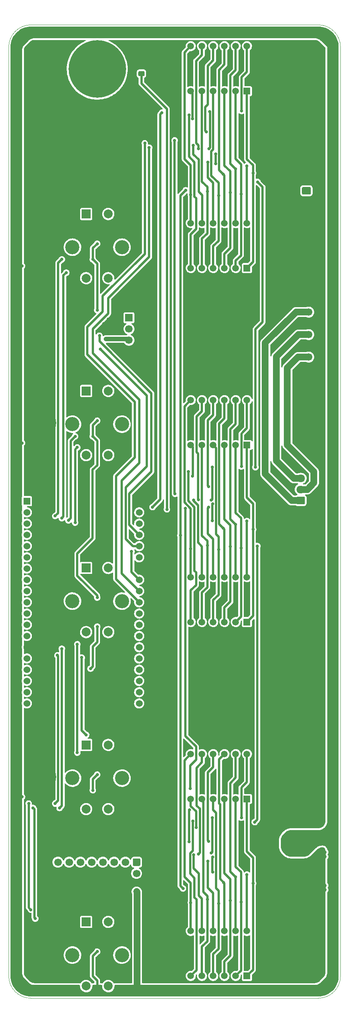
<source format=gbr>
G04 #@! TF.GenerationSoftware,KiCad,Pcbnew,6.0.10+dfsg-1~bpo11+1*
G04 #@! TF.ProjectId,ui,75692e6b-6963-4616-945f-706362585858,rev?*
G04 #@! TF.SameCoordinates,Original*
G04 #@! TF.FileFunction,Copper,L2,Bot*
G04 #@! TF.FilePolarity,Positive*
%FSLAX46Y46*%
G04 Gerber Fmt 4.6, Leading zero omitted, Abs format (unit mm)*
%MOMM*%
%LPD*%
G01*
G04 APERTURE LIST*
G04 #@! TA.AperFunction,Profile*
%ADD10C,0.100000*%
G04 #@! TD*
G04 #@! TA.AperFunction,ComponentPad*
%ADD11C,0.800000*%
G04 #@! TD*
G04 #@! TA.AperFunction,ComponentPad*
%ADD12C,6.400000*%
G04 #@! TD*
G04 #@! TA.AperFunction,ComponentPad*
%ADD13C,0.900000*%
G04 #@! TD*
G04 #@! TA.AperFunction,ComponentPad*
%ADD14C,13.000000*%
G04 #@! TD*
G04 #@! TA.AperFunction,ComponentPad*
%ADD15O,1.950000X1.700000*%
G04 #@! TD*
G04 #@! TA.AperFunction,ComponentPad*
%ADD16R,1.530000X1.530000*%
G04 #@! TD*
G04 #@! TA.AperFunction,ComponentPad*
%ADD17C,1.530000*%
G04 #@! TD*
G04 #@! TA.AperFunction,ComponentPad*
%ADD18C,3.000000*%
G04 #@! TD*
G04 #@! TA.AperFunction,ComponentPad*
%ADD19R,1.700000X1.700000*%
G04 #@! TD*
G04 #@! TA.AperFunction,ComponentPad*
%ADD20C,1.700000*%
G04 #@! TD*
G04 #@! TA.AperFunction,ComponentPad*
%ADD21O,2.000000X1.700000*%
G04 #@! TD*
G04 #@! TA.AperFunction,ComponentPad*
%ADD22R,1.500000X1.500000*%
G04 #@! TD*
G04 #@! TA.AperFunction,ComponentPad*
%ADD23C,1.500000*%
G04 #@! TD*
G04 #@! TA.AperFunction,ComponentPad*
%ADD24R,2.000000X2.000000*%
G04 #@! TD*
G04 #@! TA.AperFunction,ComponentPad*
%ADD25C,2.000000*%
G04 #@! TD*
G04 #@! TA.AperFunction,ComponentPad*
%ADD26C,3.200000*%
G04 #@! TD*
G04 #@! TA.AperFunction,ViaPad*
%ADD27C,0.700000*%
G04 #@! TD*
G04 #@! TA.AperFunction,Conductor*
%ADD28C,0.500000*%
G04 #@! TD*
G04 #@! TA.AperFunction,Conductor*
%ADD29C,1.500000*%
G04 #@! TD*
G04 #@! TA.AperFunction,Conductor*
%ADD30C,1.000000*%
G04 #@! TD*
G04 APERTURE END LIST*
D10*
X220000000Y-30000000D02*
X155000000Y-30000000D01*
X220000000Y-250000000D02*
G75*
G03*
X225000000Y-245000000I0J5000000D01*
G01*
X150000000Y-35000000D02*
X150000000Y-245000000D01*
X155000000Y-30000000D02*
G75*
G03*
X150000000Y-35000000I0J-5000000D01*
G01*
X225000000Y-35000000D02*
G75*
G03*
X220000000Y-30000000I-5000000J0D01*
G01*
X225000000Y-245000000D02*
X225000000Y-35000000D01*
X155000000Y-250000000D02*
X220000000Y-250000000D01*
X150000000Y-245000000D02*
G75*
G03*
X155000000Y-250000000I5000000J0D01*
G01*
D11*
X155100000Y-80000000D03*
X159197056Y-81697056D03*
X157500000Y-77600000D03*
X157500000Y-82400000D03*
D12*
X157500000Y-80000000D03*
D11*
X155802944Y-81697056D03*
X159900000Y-80000000D03*
X159197056Y-78302944D03*
X155802944Y-78302944D03*
D13*
X170000000Y-44875000D03*
X170000000Y-35125000D03*
D14*
X170000000Y-40000000D03*
D13*
X173447146Y-36552854D03*
X166552854Y-36552854D03*
X165125000Y-40000000D03*
X173447146Y-43447146D03*
X166552854Y-43447146D03*
X174875000Y-40000000D03*
G04 #@! TA.AperFunction,ComponentPad*
G36*
G01*
X216725000Y-138350000D02*
X215275000Y-138350000D01*
G75*
G02*
X215025000Y-138100000I0J250000D01*
G01*
X215025000Y-136900000D01*
G75*
G02*
X215275000Y-136650000I250000J0D01*
G01*
X216725000Y-136650000D01*
G75*
G02*
X216975000Y-136900000I0J-250000D01*
G01*
X216975000Y-138100000D01*
G75*
G02*
X216725000Y-138350000I-250000J0D01*
G01*
G37*
G04 #@! TD.AperFunction*
D15*
X216000000Y-135000000D03*
X216000000Y-132500000D03*
D16*
X154100000Y-137650000D03*
D17*
X154100000Y-140190000D03*
X154100000Y-142730000D03*
X154100000Y-145270000D03*
X154100000Y-147810000D03*
X154100000Y-150350000D03*
X154100000Y-152890000D03*
X154100000Y-155430000D03*
X154100000Y-157970000D03*
X154100000Y-160510000D03*
X154100000Y-163050000D03*
X154100000Y-165590000D03*
X154100000Y-168130000D03*
X154100000Y-170670000D03*
X154100000Y-173210000D03*
X154100000Y-175750000D03*
X154100000Y-178290000D03*
X154100000Y-180830000D03*
X154100000Y-183370000D03*
X179500000Y-183370000D03*
X179500000Y-180830000D03*
X179500000Y-178290000D03*
X179500000Y-175750000D03*
X179500000Y-173210000D03*
X179500000Y-170670000D03*
X179500000Y-168130000D03*
X179500000Y-165590000D03*
X179500000Y-163050000D03*
X179500000Y-160510000D03*
X179500000Y-157970000D03*
X179500000Y-155430000D03*
X179500000Y-152890000D03*
X179500000Y-150350000D03*
X179500000Y-147810000D03*
X179500000Y-145270000D03*
X179500000Y-142730000D03*
X179500000Y-140190000D03*
X179500000Y-137650000D03*
D12*
X157500000Y-240000000D03*
D11*
X159197056Y-238302944D03*
X157500000Y-242400000D03*
X155802944Y-241697056D03*
X159197056Y-241697056D03*
X159900000Y-240000000D03*
X155802944Y-238302944D03*
X155100000Y-240000000D03*
X157500000Y-237600000D03*
X157500000Y-197600000D03*
X155802944Y-201697056D03*
X155100000Y-200000000D03*
D12*
X157500000Y-200000000D03*
D11*
X155802944Y-198302944D03*
X159900000Y-200000000D03*
X157500000Y-202400000D03*
X159197056Y-201697056D03*
X159197056Y-198302944D03*
D18*
X217500000Y-180000000D03*
D11*
X215802944Y-201697056D03*
X217500000Y-197600000D03*
X219900000Y-200000000D03*
X219197056Y-201697056D03*
X215802944Y-198302944D03*
X219197056Y-198302944D03*
D12*
X217500000Y-200000000D03*
D11*
X217500000Y-202400000D03*
X215100000Y-200000000D03*
D19*
X177180000Y-96190000D03*
D20*
X177180000Y-98730000D03*
X177180000Y-101270000D03*
X177180000Y-103810000D03*
X217820000Y-94920000D03*
X217820000Y-100000000D03*
X217820000Y-105080000D03*
G04 #@! TA.AperFunction,ComponentPad*
G36*
G01*
X178290000Y-218397500D02*
X179490000Y-218397500D01*
G75*
G02*
X179740000Y-218647500I0J-250000D01*
G01*
X179740000Y-219847500D01*
G75*
G02*
X179490000Y-220097500I-250000J0D01*
G01*
X178290000Y-220097500D01*
G75*
G02*
X178040000Y-219847500I0J250000D01*
G01*
X178040000Y-218647500D01*
G75*
G02*
X178290000Y-218397500I250000J0D01*
G01*
G37*
G04 #@! TD.AperFunction*
X178890000Y-221787500D03*
X176350000Y-219247500D03*
X176350000Y-221787500D03*
X173810000Y-219247500D03*
X173810000Y-221787500D03*
X171270000Y-219247500D03*
X171270000Y-221787500D03*
X168730000Y-219247500D03*
X168730000Y-221787500D03*
X166190000Y-219247500D03*
X166190000Y-221787500D03*
X163650000Y-219247500D03*
X163650000Y-221787500D03*
X161110000Y-219247500D03*
X161110000Y-221787500D03*
D11*
X215802944Y-78302944D03*
X219197056Y-81697056D03*
D12*
X217500000Y-80000000D03*
D11*
X219197056Y-78302944D03*
X217500000Y-82400000D03*
X217500000Y-77600000D03*
X215802944Y-81697056D03*
X215100000Y-80000000D03*
X219900000Y-80000000D03*
X215802944Y-161697056D03*
X215100000Y-160000000D03*
X215802944Y-158302944D03*
X219197056Y-158302944D03*
X219900000Y-160000000D03*
X219197056Y-161697056D03*
X217500000Y-162400000D03*
X217500000Y-157600000D03*
D12*
X217500000Y-160000000D03*
G04 #@! TA.AperFunction,ComponentPad*
G36*
G01*
X218050000Y-68350000D02*
X216550000Y-68350000D01*
G75*
G02*
X216300000Y-68100000I0J250000D01*
G01*
X216300000Y-66900000D01*
G75*
G02*
X216550000Y-66650000I250000J0D01*
G01*
X218050000Y-66650000D01*
G75*
G02*
X218300000Y-66900000I0J-250000D01*
G01*
X218300000Y-68100000D01*
G75*
G02*
X218050000Y-68350000I-250000J0D01*
G01*
G37*
G04 #@! TD.AperFunction*
D21*
X217300000Y-65000000D03*
D11*
X215100000Y-120000000D03*
X219900000Y-120000000D03*
X217500000Y-122400000D03*
X215802944Y-121697056D03*
X219197056Y-118302944D03*
X215802944Y-118302944D03*
X217500000Y-117600000D03*
D12*
X217500000Y-120000000D03*
D11*
X219197056Y-121697056D03*
D12*
X157500000Y-40000000D03*
D11*
X155802944Y-41697056D03*
X157500000Y-42400000D03*
X155802944Y-38302944D03*
X157500000Y-37600000D03*
X159900000Y-40000000D03*
X159197056Y-38302944D03*
X155100000Y-40000000D03*
X159197056Y-41697056D03*
X155802944Y-121697056D03*
X159197056Y-118302944D03*
X155100000Y-120000000D03*
X155802944Y-118302944D03*
X157500000Y-117600000D03*
X159900000Y-120000000D03*
X159197056Y-121697056D03*
D12*
X157500000Y-120000000D03*
D11*
X157500000Y-122400000D03*
X219900000Y-40000000D03*
X215100000Y-40000000D03*
X215802944Y-38302944D03*
X217500000Y-37600000D03*
X217500000Y-42400000D03*
D12*
X217500000Y-40000000D03*
D11*
X219197056Y-41697056D03*
X219197056Y-38302944D03*
X215802944Y-41697056D03*
X219197056Y-241697056D03*
X219197056Y-238302944D03*
X215100000Y-240000000D03*
X215802944Y-238302944D03*
D12*
X217500000Y-240000000D03*
D11*
X217500000Y-242400000D03*
X219900000Y-240000000D03*
X215802944Y-241697056D03*
X217500000Y-237600000D03*
G04 #@! TA.AperFunction,SMDPad,CuDef*
G36*
G01*
X179550000Y-38400000D02*
X180450000Y-38400000D01*
G75*
G02*
X180700000Y-38650000I0J-250000D01*
G01*
X180700000Y-39300000D01*
G75*
G02*
X180450000Y-39550000I-250000J0D01*
G01*
X179550000Y-39550000D01*
G75*
G02*
X179300000Y-39300000I0J250000D01*
G01*
X179300000Y-38650000D01*
G75*
G02*
X179550000Y-38400000I250000J0D01*
G01*
G37*
G04 #@! TD.AperFunction*
G04 #@! TA.AperFunction,SMDPad,CuDef*
G36*
G01*
X179550000Y-40450000D02*
X180450000Y-40450000D01*
G75*
G02*
X180700000Y-40700000I0J-250000D01*
G01*
X180700000Y-41350000D01*
G75*
G02*
X180450000Y-41600000I-250000J0D01*
G01*
X179550000Y-41600000D01*
G75*
G02*
X179300000Y-41350000I0J250000D01*
G01*
X179300000Y-40700000D01*
G75*
G02*
X179550000Y-40450000I250000J0D01*
G01*
G37*
G04 #@! TD.AperFunction*
D22*
X203850000Y-164972500D03*
D23*
X201310000Y-164972500D03*
X198770000Y-164972500D03*
X196230000Y-164972500D03*
X193690000Y-164972500D03*
X191150000Y-164972500D03*
X191150000Y-154812500D03*
X193690000Y-154812500D03*
X196230000Y-154812500D03*
X198770000Y-154812500D03*
X201310000Y-154812500D03*
X203850000Y-154812500D03*
D22*
X203850000Y-84972500D03*
D23*
X201310000Y-84972500D03*
X198770000Y-84972500D03*
X196230000Y-84972500D03*
X193690000Y-84972500D03*
X191150000Y-84972500D03*
X191150000Y-74812500D03*
X193690000Y-74812500D03*
X196230000Y-74812500D03*
X198770000Y-74812500D03*
X201310000Y-74812500D03*
X203850000Y-74812500D03*
D24*
X167500000Y-232750000D03*
D25*
X172500000Y-232750000D03*
X170000000Y-232750000D03*
D26*
X164400000Y-240250000D03*
X175600000Y-240250000D03*
D25*
X172500000Y-247250000D03*
X167500000Y-247250000D03*
D22*
X203850000Y-244972500D03*
D23*
X201310000Y-244972500D03*
X198770000Y-244972500D03*
X196230000Y-244972500D03*
X193690000Y-244972500D03*
X191150000Y-244972500D03*
X191150000Y-234812500D03*
X193690000Y-234812500D03*
X196230000Y-234812500D03*
X198770000Y-234812500D03*
X201310000Y-234812500D03*
X203850000Y-234812500D03*
D24*
X167500000Y-152750000D03*
D25*
X172500000Y-152750000D03*
X170000000Y-152750000D03*
D26*
X164400000Y-160250000D03*
X175600000Y-160250000D03*
D25*
X172500000Y-167250000D03*
X167500000Y-167250000D03*
D24*
X167500000Y-72750000D03*
D25*
X172500000Y-72750000D03*
X170000000Y-72750000D03*
D26*
X164400000Y-80250000D03*
X175600000Y-80250000D03*
D25*
X172500000Y-87250000D03*
X167500000Y-87250000D03*
D24*
X167500000Y-112750000D03*
D25*
X172500000Y-112750000D03*
X170000000Y-112750000D03*
D26*
X164400000Y-120250000D03*
X175600000Y-120250000D03*
D25*
X172500000Y-127250000D03*
X167500000Y-127250000D03*
D22*
X203850000Y-204972500D03*
D23*
X201310000Y-204972500D03*
X198770000Y-204972500D03*
X196230000Y-204972500D03*
X193690000Y-204972500D03*
X191150000Y-204972500D03*
X191150000Y-194812500D03*
X193690000Y-194812500D03*
X196230000Y-194812500D03*
X198770000Y-194812500D03*
X201310000Y-194812500D03*
X203850000Y-194812500D03*
D24*
X167500000Y-192750000D03*
D25*
X172500000Y-192750000D03*
X170000000Y-192750000D03*
D26*
X175600000Y-200250000D03*
X164400000Y-200250000D03*
D25*
X172500000Y-207250000D03*
X167500000Y-207250000D03*
D22*
X203850000Y-124972500D03*
D23*
X201310000Y-124972500D03*
X198770000Y-124972500D03*
X196230000Y-124972500D03*
X193690000Y-124972500D03*
X191150000Y-124972500D03*
X191150000Y-114812500D03*
X193690000Y-114812500D03*
X196230000Y-114812500D03*
X198770000Y-114812500D03*
X201310000Y-114812500D03*
X203850000Y-114812500D03*
D22*
X203850000Y-44972500D03*
D23*
X201310000Y-44972500D03*
X198770000Y-44972500D03*
X196230000Y-44972500D03*
X193690000Y-44972500D03*
X191150000Y-44972500D03*
X191150000Y-34812500D03*
X193690000Y-34812500D03*
X196230000Y-34812500D03*
X198770000Y-34812500D03*
X201310000Y-34812500D03*
X203850000Y-34812500D03*
D27*
X213500000Y-213500000D03*
X170000000Y-239462500D03*
X214500000Y-216500000D03*
X153000000Y-124500000D03*
X213500000Y-212500000D03*
X153000000Y-84500000D03*
X216500000Y-212500000D03*
X214500000Y-217500000D03*
X216500000Y-213500000D03*
X215500000Y-216500000D03*
X169000000Y-203000000D03*
X170000000Y-159462500D03*
X214500000Y-212500000D03*
X213500000Y-214500000D03*
X170000000Y-119462500D03*
X215500000Y-212500000D03*
X213500000Y-217500000D03*
X169000000Y-123000000D03*
X179000000Y-228250000D03*
X214500000Y-213500000D03*
X179000000Y-227500000D03*
X216500000Y-216500000D03*
X170000000Y-94500000D03*
X215500000Y-213500000D03*
X213500000Y-215500000D03*
X170000000Y-79462500D03*
X153000000Y-204500000D03*
X169000000Y-83000000D03*
X213500000Y-216500000D03*
X178890000Y-226610000D03*
X178890000Y-225890000D03*
X216500000Y-217500000D03*
X215500000Y-217500000D03*
X170000000Y-199462500D03*
X201329500Y-156495143D03*
X177319500Y-196531392D03*
X189980500Y-86875142D03*
X153955500Y-64490201D03*
X206513368Y-144261734D03*
X156523314Y-85680500D03*
X177000727Y-42498524D03*
X170000000Y-241537500D03*
X219180998Y-103924697D03*
X180680500Y-243764441D03*
X187619500Y-185285062D03*
X185680500Y-179168935D03*
X201469500Y-41735744D03*
X178947329Y-97206249D03*
X185680500Y-171482032D03*
X221044500Y-233853010D03*
X167680500Y-186412007D03*
X153955500Y-101087447D03*
X221044500Y-109933436D03*
X167765984Y-110819500D03*
X179404115Y-108734635D03*
X164930215Y-164680500D03*
X201211832Y-81718689D03*
X180720199Y-146454540D03*
X180679755Y-149034179D03*
X203116631Y-86653000D03*
X187773431Y-33955500D03*
X177572415Y-106902935D03*
X207380500Y-177387989D03*
X182930500Y-61315297D03*
X170588673Y-72467044D03*
X205019500Y-179333683D03*
X155932799Y-203319500D03*
X207380500Y-197722357D03*
X187619500Y-159662052D03*
X212121710Y-137998296D03*
X153955500Y-56803232D03*
X175680500Y-234510125D03*
X206755257Y-146640988D03*
X178695608Y-94689632D03*
X217136630Y-149319500D03*
X192509500Y-83423405D03*
X169184560Y-165006249D03*
X177319500Y-231009110D03*
X221044500Y-156519543D03*
X185680500Y-148421323D03*
X207380500Y-172304397D03*
X205809865Y-134409614D03*
X165662614Y-246044500D03*
X215622098Y-130734911D03*
X221500000Y-218000000D03*
X209741950Y-97751463D03*
X181719500Y-153117395D03*
X159969500Y-97641252D03*
X153955500Y-95951801D03*
X217905500Y-137455422D03*
X165569500Y-114153293D03*
X218231267Y-33955500D03*
X182930500Y-63905712D03*
X166180500Y-141220335D03*
X163087748Y-246044500D03*
X218507310Y-69196451D03*
X155405557Y-143910500D03*
X153955500Y-108790916D03*
X210790271Y-206545343D03*
X174668842Y-122694536D03*
X221044500Y-84466416D03*
X200044831Y-195926216D03*
X203690500Y-76706726D03*
X153955500Y-133181680D03*
X172500000Y-96500000D03*
X159969500Y-89937783D03*
X157369926Y-185018000D03*
X198750500Y-197745070D03*
X168000000Y-81537500D03*
X153955500Y-121630031D03*
X157741020Y-144089500D03*
X202669500Y-196152914D03*
X207380500Y-192638765D03*
X176330250Y-77821821D03*
X208580500Y-92301584D03*
X159969500Y-132669256D03*
X178037543Y-82792977D03*
X173069500Y-138322512D03*
X220505823Y-34857105D03*
X176000000Y-227000000D03*
X220955500Y-221857371D03*
X217758155Y-152180500D03*
X177435417Y-39986075D03*
X153955500Y-135744672D03*
X221044500Y-132853754D03*
X214500000Y-53500000D03*
X220500000Y-224500000D03*
X153955500Y-171205838D03*
X174617904Y-114947206D03*
X165581848Y-111589388D03*
X198409440Y-239488827D03*
X182869500Y-140320163D03*
X207827243Y-33955500D03*
X212674563Y-152180500D03*
X166180500Y-138584705D03*
X206569500Y-240295629D03*
X153955500Y-61927878D03*
X166701535Y-146628985D03*
X161288558Y-208263677D03*
X159969500Y-123319500D03*
X173069500Y-133122926D03*
X168819500Y-125834360D03*
X200141494Y-243761962D03*
X207380500Y-179929785D03*
X167834619Y-245220052D03*
X210428249Y-33955500D03*
X221044500Y-153977747D03*
X173069500Y-135722719D03*
X185680500Y-156108226D03*
X203690500Y-238055641D03*
X221044500Y-127760350D03*
X180498279Y-220461659D03*
X205949564Y-52271107D03*
X191169500Y-40884548D03*
X166465323Y-221010713D03*
X162793357Y-33955500D03*
X167769500Y-133893200D03*
X170383546Y-189319500D03*
X205019500Y-189697851D03*
X185828752Y-46992548D03*
X221044500Y-87013118D03*
X205680614Y-49885069D03*
X207380500Y-187555173D03*
X205019500Y-171560557D03*
X221044500Y-145587264D03*
X205462083Y-86077774D03*
X183069500Y-104624588D03*
X163530500Y-87614856D03*
X172309055Y-70826173D03*
X157500000Y-181000000D03*
X207380500Y-200264153D03*
X193988891Y-86627317D03*
X163446151Y-214384369D03*
X198610500Y-236843862D03*
X221044500Y-181937503D03*
X174000597Y-242211086D03*
X192330500Y-79067670D03*
X191309500Y-240350441D03*
X179569500Y-80865212D03*
X210113116Y-233366390D03*
X156190522Y-172029500D03*
X219567762Y-245964027D03*
X196180500Y-200726378D03*
X159969500Y-189116728D03*
X157623671Y-141549500D03*
X174927171Y-103237161D03*
X153955500Y-111358739D03*
X159969500Y-113048190D03*
X187091765Y-212715215D03*
X208783142Y-64319500D03*
X206544500Y-224791252D03*
X175742891Y-44715478D03*
X202750000Y-131000000D03*
X182930500Y-69086542D03*
X170130500Y-143056791D03*
X217738368Y-233455500D03*
X173360100Y-83812303D03*
X170000000Y-201537500D03*
X171378314Y-122952207D03*
X166466643Y-46539169D03*
X182930500Y-71676957D03*
X153955500Y-200085521D03*
X211370732Y-64367054D03*
X193819500Y-40789278D03*
X172000000Y-81537500D03*
X205019500Y-168969515D03*
X215000000Y-64500000D03*
X200129500Y-118541279D03*
X171359748Y-208970772D03*
X221044500Y-238941192D03*
X164209518Y-220940886D03*
X185680500Y-163795129D03*
X221044500Y-244029374D03*
X206219500Y-95071908D03*
X163180500Y-192674530D03*
X163270411Y-237985115D03*
X156500000Y-140000000D03*
X221044500Y-107386734D03*
X177319500Y-193488980D03*
X179569500Y-60366628D03*
X189980500Y-110150870D03*
X176726680Y-102991842D03*
X173218416Y-220931950D03*
X189980500Y-94633718D03*
X186930500Y-50675155D03*
X166569500Y-102905781D03*
X167748304Y-174319500D03*
X153955500Y-197479882D03*
X192509500Y-158195744D03*
X155379154Y-245938270D03*
X170130500Y-132657619D03*
X180720200Y-159154540D03*
X202490500Y-118255684D03*
X158516654Y-136604776D03*
X159969500Y-181299811D03*
X200129500Y-198606668D03*
X153955500Y-49116263D03*
X153955500Y-77301816D03*
X183069500Y-133949109D03*
X181235815Y-110566335D03*
X175491451Y-220811716D03*
X170285011Y-203011762D03*
X179569500Y-57804305D03*
X203832304Y-220496112D03*
X208580500Y-84661478D03*
X163180500Y-190024387D03*
X187619500Y-164786654D03*
X191130500Y-177273676D03*
X188569500Y-51963702D03*
X197410500Y-81767605D03*
X164319500Y-196621384D03*
X221044500Y-159061339D03*
X207380500Y-154511825D03*
X157197171Y-233180500D03*
X176989214Y-37475996D03*
X160018107Y-149151373D03*
X214500000Y-52500000D03*
X164129191Y-117730474D03*
X186990098Y-137131240D03*
X155320199Y-141374541D03*
X221044500Y-179395707D03*
X198409440Y-159488827D03*
X183069500Y-136761020D03*
X201329500Y-236495143D03*
X167680500Y-183697968D03*
X207380500Y-162137213D03*
X167761836Y-189092356D03*
X183069500Y-91672513D03*
X205665500Y-214420725D03*
X207380500Y-164679009D03*
X202750000Y-210250000D03*
X183069500Y-107215003D03*
X221044500Y-74279608D03*
X198325721Y-113186749D03*
X178819500Y-42393138D03*
X196271544Y-43292320D03*
X187619500Y-154537450D03*
X193589393Y-156490424D03*
X180680500Y-228104537D03*
X206000000Y-216000000D03*
X206569500Y-242947177D03*
X163530500Y-90187840D03*
X183069500Y-52896156D03*
X212000000Y-70000000D03*
X189980500Y-97219910D03*
X153955500Y-202691160D03*
X181562747Y-41751216D03*
X163530500Y-108198728D03*
X176515304Y-242614668D03*
X211500000Y-53500000D03*
X214680500Y-118219345D03*
X153955500Y-116494385D03*
X202669500Y-38892031D03*
X213522285Y-68930500D03*
X221044500Y-176853911D03*
X178190624Y-181915152D03*
X153955500Y-43991617D03*
X205676557Y-57279569D03*
X153955500Y-72177170D03*
X153955500Y-36304648D03*
X194964831Y-35926216D03*
X191130500Y-185046802D03*
X187032715Y-139569211D03*
X210395418Y-102727996D03*
X156980500Y-211480676D03*
X212500000Y-53500000D03*
X175740715Y-105071235D03*
X207380500Y-157053621D03*
X168000000Y-241537500D03*
X207380500Y-185013377D03*
X159671122Y-220296776D03*
X153955500Y-187057326D03*
X191309500Y-120970760D03*
X221044500Y-171770319D03*
X216831556Y-103399500D03*
X162525717Y-155195197D03*
X167729678Y-70819500D03*
X168000000Y-201537500D03*
X206569500Y-237644081D03*
X163530500Y-103052760D03*
X205030500Y-36454442D03*
X170596779Y-112399264D03*
X218378481Y-54621375D03*
X210320920Y-136197506D03*
X163530500Y-100479776D03*
X185680500Y-145859022D03*
X204619500Y-112558352D03*
X178736038Y-99605261D03*
X220500000Y-225500000D03*
X221000000Y-217500000D03*
X204619500Y-122052014D03*
X213500000Y-52500000D03*
X191130500Y-187637844D03*
X209430500Y-235839095D03*
X167769500Y-139164460D03*
X198750500Y-203177416D03*
X207941160Y-99552254D03*
X177071088Y-122310578D03*
X180680500Y-230714521D03*
X201329500Y-161897981D03*
X153955500Y-67052524D03*
X188356790Y-46819500D03*
X212570602Y-105552812D03*
X168000000Y-121537500D03*
X187619500Y-175035858D03*
X163138672Y-206829948D03*
X199037867Y-200889782D03*
X168000000Y-161537500D03*
X159969500Y-95073429D03*
X163180500Y-176773672D03*
X159969500Y-107912544D03*
X166586417Y-229819500D03*
X158619489Y-160820009D03*
X169126848Y-229819500D03*
X190051519Y-236088597D03*
X221044500Y-194646483D03*
X165578146Y-71614764D03*
X170626112Y-206782861D03*
X202289440Y-120858827D03*
X178190624Y-179375152D03*
X156706288Y-125680500D03*
X182930500Y-79448202D03*
X214489641Y-246044500D03*
X159969500Y-118183836D03*
X180500000Y-38500000D03*
X167819500Y-242646348D03*
X170057840Y-74063667D03*
X163745450Y-145424030D03*
X171667279Y-229819500D03*
X205927727Y-212044580D03*
X220955500Y-227768528D03*
X154143296Y-125680500D03*
X183069500Y-89082098D03*
X172000000Y-161537500D03*
X204829440Y-201818827D03*
X221044500Y-166686727D03*
X180612947Y-225509889D03*
X207380500Y-190096969D03*
X167819500Y-171516672D03*
X159091137Y-85680500D03*
X167769500Y-131257570D03*
X202289440Y-200858827D03*
X183069500Y-112395854D03*
X189853310Y-233742763D03*
X158655500Y-183197782D03*
X215995779Y-69143725D03*
X156747869Y-158948389D03*
X189980500Y-104978486D03*
X220557848Y-209428944D03*
X217569500Y-52381138D03*
X180680500Y-235934489D03*
X194669440Y-117978827D03*
X196389500Y-203294636D03*
X214680500Y-115672643D03*
X220955500Y-219313280D03*
X213119588Y-66069500D03*
X159010450Y-157840970D03*
X215548733Y-96697853D03*
X163530500Y-105625744D03*
X156500000Y-181000000D03*
X212043226Y-149319500D03*
X183319500Y-148155113D03*
X164837864Y-148492656D03*
X193819500Y-121220921D03*
X181010425Y-246044500D03*
X172000000Y-241537500D03*
X191130500Y-166909508D03*
X192509500Y-161088617D03*
X193709500Y-236495143D03*
X153955500Y-192268604D03*
X188684990Y-60868231D03*
X181719500Y-160866020D03*
X159969500Y-100209075D03*
X165355680Y-33955500D03*
X202584831Y-35926216D03*
X156980500Y-224182831D03*
X159969500Y-186511089D03*
X172500000Y-97500000D03*
X177209500Y-223568661D03*
X205530500Y-45100069D03*
X189980500Y-112737062D03*
X176000000Y-228000000D03*
X183069500Y-86491683D03*
X169819500Y-182576891D03*
X189525001Y-244538585D03*
X202669500Y-116152916D03*
X216268885Y-98319500D03*
X155624785Y-83319500D03*
X159969500Y-130106264D03*
X153955500Y-41429294D03*
X175003125Y-113422604D03*
X176332232Y-203998288D03*
X187619500Y-149412848D03*
X159969500Y-110480367D03*
X192509500Y-80765860D03*
X174535876Y-205794644D03*
X178839023Y-101925235D03*
X195049500Y-116389256D03*
X165642712Y-143607671D03*
X206544500Y-227335343D03*
X216796113Y-106760500D03*
X221044500Y-164144931D03*
X153955500Y-46553940D03*
X197070736Y-193355824D03*
X183335768Y-48255248D03*
X221044500Y-137947158D03*
X191130500Y-169500550D03*
X171371508Y-168822302D03*
X153955500Y-238789840D03*
X221044500Y-189562891D03*
X198832557Y-123292595D03*
X158876639Y-172036118D03*
X220955500Y-230312619D03*
X195049500Y-82483801D03*
X162475024Y-151858669D03*
X211500000Y-52500000D03*
X175680500Y-192562762D03*
X163530500Y-97906792D03*
X156278597Y-136004776D03*
X196389500Y-120754858D03*
X215216359Y-152180500D03*
X189284500Y-65759537D03*
X221044500Y-99746628D03*
X179569500Y-78302889D03*
X153955500Y-51678586D03*
X182530521Y-54919500D03*
X182563387Y-132356093D03*
X176185079Y-94419597D03*
X159969500Y-102776898D03*
X179569500Y-65491274D03*
X177299500Y-124430036D03*
X206219500Y-92485716D03*
X170324138Y-193986309D03*
X206630453Y-229872757D03*
X206430500Y-141730463D03*
X178044323Y-79579932D03*
X191164431Y-38133185D03*
X217033732Y-246044500D03*
X189334500Y-63190811D03*
X210132767Y-152180500D03*
X202767640Y-138019411D03*
X167680500Y-178269890D03*
X214646128Y-129022714D03*
X168819500Y-129011022D03*
X175726475Y-35261963D03*
X208580500Y-94848286D03*
X187619500Y-180160460D03*
X195412707Y-166446486D03*
X212500000Y-51500000D03*
X221044500Y-89559820D03*
X195869440Y-77778827D03*
X178930500Y-153090711D03*
X219244757Y-135631830D03*
X183131326Y-145300806D03*
X170324138Y-233986309D03*
X188840377Y-246044500D03*
X214151813Y-139180500D03*
X161649795Y-216180725D03*
X175680500Y-231969882D03*
X165566682Y-167258011D03*
X179906695Y-86012785D03*
X171776483Y-245455403D03*
X164319500Y-188699043D03*
X197589500Y-243351081D03*
X163530500Y-110771712D03*
X164045986Y-229819500D03*
X153955500Y-88248332D03*
X182930500Y-82038617D03*
X221044500Y-117573542D03*
X221044500Y-148133966D03*
X187619500Y-216661117D03*
X179569500Y-68053597D03*
X169819500Y-179862852D03*
X155673574Y-178929363D03*
X195758295Y-158822226D03*
X170130500Y-137857205D03*
X219819500Y-61035317D03*
X205019500Y-187106809D03*
X159969500Y-127543272D03*
X206544500Y-222247161D03*
X167769500Y-141800090D03*
X170180500Y-244259225D03*
X172387509Y-110817909D03*
X166424330Y-161774596D03*
X185680500Y-153545925D03*
X195058903Y-79834245D03*
X221044500Y-97199926D03*
X214680500Y-120766047D03*
X170130500Y-145656584D03*
X163673312Y-157823085D03*
X170000000Y-161537500D03*
X188569500Y-39345241D03*
X221044500Y-50240014D03*
X163530500Y-95333808D03*
X187619500Y-224491080D03*
X195049500Y-161225221D03*
X214375569Y-103757284D03*
X221044500Y-71732906D03*
X183069500Y-50333833D03*
X168713350Y-221032700D03*
X159969500Y-92505606D03*
X189881015Y-228580490D03*
X209680500Y-130654171D03*
X183996786Y-45577306D03*
X211290010Y-131666596D03*
X221500000Y-224500000D03*
X206430500Y-139183761D03*
X158187108Y-83319500D03*
X177000000Y-228000000D03*
X157231351Y-151709500D03*
X159969500Y-202144923D03*
X215000000Y-63500000D03*
X165242507Y-212588013D03*
X206569500Y-245598725D03*
X217581222Y-127204635D03*
X180744743Y-156811587D03*
X221044500Y-92106522D03*
X159546799Y-140141155D03*
X161881779Y-147287701D03*
X159969500Y-87369960D03*
X159969500Y-194328006D03*
X183069500Y-109805418D03*
X213500000Y-51500000D03*
X190069776Y-76106383D03*
X215000000Y-65500000D03*
X215194277Y-233455500D03*
X211542740Y-95950673D03*
X153955500Y-85680509D03*
X221044500Y-143040562D03*
X186930500Y-53630953D03*
X211500000Y-51500000D03*
X187619500Y-172473557D03*
X153955500Y-103655270D03*
X174413871Y-86416649D03*
X200044831Y-115926216D03*
X173861791Y-125878035D03*
X206219500Y-89899524D03*
X163180500Y-173584903D03*
X196271544Y-123292320D03*
X155266360Y-154199131D03*
X170824904Y-130346065D03*
X221044500Y-135400456D03*
X203690500Y-240906498D03*
X218754581Y-98480811D03*
X165315304Y-242614668D03*
X221044500Y-120120244D03*
X175684517Y-237050273D03*
X216000000Y-65500000D03*
X153955500Y-236214974D03*
X173814101Y-46382489D03*
X164319500Y-172398980D03*
X169965853Y-232180500D03*
X205019500Y-192288893D03*
X216000000Y-64500000D03*
X196389500Y-40754858D03*
X193819500Y-199173269D03*
X221044500Y-37234984D03*
X190930500Y-43200936D03*
X199097270Y-120773524D03*
X218414489Y-206574351D03*
X206430915Y-64231960D03*
X221500000Y-217000000D03*
X161945604Y-159633622D03*
X168468590Y-95927616D03*
X170000000Y-81537500D03*
X164319500Y-183398757D03*
X220000000Y-63500000D03*
X165569500Y-74168277D03*
X221044500Y-169228523D03*
X203489440Y-82758827D03*
X197549010Y-118531512D03*
X213996999Y-99126415D03*
X165462508Y-86680500D03*
X191130500Y-182455760D03*
X174116503Y-93487286D03*
X208580500Y-77021372D03*
X207380500Y-169762601D03*
X168884138Y-47348134D03*
X177299500Y-118369155D03*
X194977586Y-163846598D03*
X166947672Y-105368352D03*
X176297164Y-197813904D03*
X219500000Y-224500000D03*
X214680500Y-110579239D03*
X212500000Y-52500000D03*
X153955500Y-106223093D03*
X177299500Y-127029829D03*
X157938016Y-246044500D03*
X179500000Y-38500000D03*
X213029255Y-33955500D03*
X185680500Y-158670527D03*
X162906413Y-37780068D03*
X214589928Y-149319500D03*
X176491309Y-173339211D03*
X174479434Y-163168837D03*
X197589500Y-83351081D03*
X157500000Y-140000000D03*
X204619500Y-102213584D03*
X167103750Y-165357590D03*
X208580500Y-82114776D03*
X163180500Y-187374244D03*
X205019500Y-184515767D03*
X182930500Y-66496127D03*
X153955500Y-90816155D03*
X204619500Y-107385968D03*
X164319500Y-178098471D03*
X169430500Y-192302658D03*
X199950500Y-37040557D03*
X207590971Y-152180500D03*
X207380500Y-182471581D03*
X153955500Y-74739493D03*
X221044500Y-207355463D03*
X196072687Y-113134326D03*
X164319500Y-233963472D03*
X208554647Y-207594072D03*
X157668711Y-33955500D03*
X198610500Y-156843861D03*
X181101855Y-138728667D03*
X219454812Y-100707154D03*
X164234350Y-166434870D03*
X212422236Y-126798823D03*
X174630500Y-77081014D03*
X164623195Y-203319500D03*
X203690500Y-160906498D03*
X183069500Y-94262928D03*
X221500000Y-225500000D03*
X189980500Y-99806102D03*
X159969500Y-120751659D03*
X166180500Y-130677815D03*
X209496524Y-149319500D03*
X163180500Y-182073958D03*
X204619500Y-109972160D03*
X168963952Y-209319500D03*
X216000000Y-63500000D03*
X171500000Y-97500000D03*
X156980500Y-208940245D03*
X181523932Y-46443412D03*
X153955500Y-128055696D03*
X190714829Y-193184308D03*
X208629323Y-72013564D03*
X178586749Y-136332731D03*
X201615329Y-193159729D03*
X185680500Y-184293537D03*
X166939917Y-240825473D03*
X221044500Y-197188279D03*
X153955500Y-189662965D03*
X205030500Y-47507275D03*
X161938368Y-220825790D03*
X204634143Y-41539470D03*
X156980500Y-216561538D03*
X218524138Y-50336309D03*
X187619500Y-157099751D03*
X221044500Y-115026840D03*
X217353569Y-101718329D03*
X221044500Y-161603135D03*
X153955500Y-93383978D03*
X153955500Y-82426462D03*
X170586993Y-109006473D03*
X153955500Y-38866971D03*
X187619500Y-146850547D03*
X168819500Y-169011020D03*
X194766222Y-193518736D03*
X156980500Y-229263693D03*
X221044500Y-39835990D03*
X172475077Y-205318978D03*
X156980500Y-219101969D03*
X179569500Y-62928951D03*
X168883703Y-147785777D03*
X180575068Y-134344412D03*
X164319500Y-150959417D03*
X221044500Y-45038002D03*
X188569500Y-54919500D03*
X213332078Y-206544500D03*
X220500000Y-218000000D03*
X161879984Y-240017392D03*
X177524139Y-33955500D03*
X166694310Y-129008879D03*
X170000000Y-121537500D03*
X174165650Y-230018813D03*
X202879785Y-113434204D03*
X221044500Y-81919714D03*
X175638788Y-128941732D03*
X182930500Y-58724882D03*
X170324138Y-153986309D03*
X164319500Y-191349186D03*
X169430500Y-152313658D03*
X207380500Y-148888822D03*
X174411595Y-91507885D03*
X187619500Y-177598159D03*
X153955500Y-119062208D03*
X188569500Y-36782918D03*
X163530500Y-113344696D03*
X213500000Y-53500000D03*
X215630261Y-33955500D03*
X200044837Y-166086223D03*
X204859351Y-166621788D03*
X182648785Y-33955500D03*
X206057780Y-132018312D03*
X170130500Y-140456998D03*
X208580500Y-79568074D03*
X180923834Y-154502865D03*
X177088289Y-115507768D03*
X214680500Y-123312749D03*
X204344744Y-43292000D03*
X208069240Y-231920521D03*
X198929500Y-42223524D03*
X158037658Y-174390500D03*
X168767619Y-107187099D03*
X166180500Y-135949075D03*
X157158005Y-155988525D03*
X159969500Y-135232248D03*
X178598959Y-138753096D03*
X221044500Y-112480138D03*
X153955500Y-130618688D03*
X221044500Y-47639008D03*
X204619500Y-99627392D03*
X208580500Y-74474670D03*
X202374934Y-166313514D03*
X159969500Y-115616013D03*
X202767640Y-218019411D03*
X160491110Y-162691630D03*
X211945550Y-246044500D03*
X171876540Y-129078466D03*
X220500000Y-217000000D03*
X153955500Y-233640108D03*
X185680500Y-168919731D03*
X153955500Y-59365555D03*
X205030500Y-59592892D03*
X191342968Y-118208830D03*
X221044500Y-76826310D03*
X198610500Y-76843862D03*
X204069500Y-139792256D03*
X221044500Y-140493860D03*
X219683332Y-149319500D03*
X167680500Y-180983929D03*
X191130500Y-172091592D03*
X158761186Y-208180500D03*
X209430500Y-240927277D03*
X158538438Y-203319500D03*
X159969500Y-199539284D03*
X163180500Y-184724101D03*
X161505555Y-229819500D03*
X201329500Y-241897983D03*
X206000000Y-217000000D03*
X192424831Y-35926216D03*
X167038863Y-210791657D03*
X180774958Y-143910500D03*
X185246228Y-214560752D03*
X195049500Y-242483801D03*
X173069500Y-143522098D03*
X163530500Y-92760824D03*
X218500000Y-224500000D03*
X180241178Y-55570510D03*
X191309500Y-242960425D03*
X168734125Y-88740785D03*
X191130500Y-179864718D03*
X200141495Y-163761961D03*
X185680500Y-174044333D03*
X157401677Y-123319500D03*
X221044500Y-174312115D03*
X196129393Y-156490424D03*
X221044500Y-236397101D03*
X200592049Y-113287705D03*
X209430500Y-243471368D03*
X179712096Y-44631576D03*
X159969500Y-178694172D03*
X215873874Y-206544500D03*
X212000000Y-71000000D03*
X212196208Y-100927206D03*
X173069500Y-146121891D03*
X178074995Y-87844485D03*
X168753339Y-204916141D03*
X174730335Y-202629873D03*
X187619500Y-144316348D03*
X201329500Y-76495143D03*
X156976577Y-170136057D03*
X187619500Y-221881085D03*
X205019500Y-174151599D03*
X160510721Y-82819799D03*
X210500000Y-51500000D03*
X180680500Y-233324505D03*
X206428426Y-61660092D03*
X162247988Y-81587178D03*
X156980500Y-221642400D03*
X171277433Y-187446913D03*
X179569500Y-70615920D03*
X187619500Y-151975149D03*
X204619500Y-104799776D03*
X201290500Y-123095783D03*
X213312835Y-133706484D03*
X164319500Y-193999344D03*
X207380500Y-159595417D03*
X174630500Y-117816265D03*
X193329440Y-76818827D03*
X164135519Y-77730126D03*
X197589500Y-163351078D03*
X179569500Y-73178243D03*
X165488880Y-116625191D03*
X207380500Y-195180561D03*
X213343530Y-94149883D03*
X176874483Y-246044500D03*
X168788533Y-176752690D03*
X173069500Y-140922305D03*
X207380500Y-202805949D03*
X190930500Y-123243274D03*
X206569500Y-234992533D03*
X221044500Y-192104687D03*
X221044500Y-130307052D03*
X206219500Y-84727140D03*
X159772037Y-233180500D03*
X155320199Y-146454541D03*
X221044500Y-204813667D03*
X199749440Y-39648827D03*
X170961756Y-221005888D03*
X189099970Y-226449658D03*
X173069500Y-148721684D03*
X171254475Y-125770999D03*
X154833854Y-123319500D03*
X170700873Y-80963689D03*
X205019500Y-176742641D03*
X185175875Y-143763689D03*
X156980500Y-214021107D03*
X220299951Y-152180500D03*
X201329500Y-159196562D03*
X153955500Y-194874243D03*
X200742161Y-86557658D03*
X164074228Y-35514031D03*
X162362730Y-164563250D03*
X172000000Y-201537500D03*
X200008036Y-83828773D03*
X153955500Y-243939572D03*
X203690500Y-158055641D03*
X155163615Y-34199462D03*
X187619500Y-219271101D03*
X176225707Y-84604813D03*
X191130500Y-174682634D03*
X193670500Y-122865430D03*
X168819500Y-93689330D03*
X197410500Y-161767606D03*
X191130500Y-190228886D03*
X155432019Y-174390500D03*
X196237532Y-86654673D03*
X217000000Y-63500000D03*
X177133460Y-238236931D03*
X219000000Y-63500000D03*
X189489014Y-34547843D03*
X172411604Y-85318203D03*
X187619500Y-182722761D03*
X164319500Y-153595047D03*
X193136232Y-166563703D03*
X154775668Y-184930500D03*
X220554768Y-67821819D03*
X192366473Y-163808383D03*
X209430500Y-238383186D03*
X166569500Y-100332797D03*
X185680500Y-150983624D03*
X163111687Y-42799750D03*
X187619500Y-162224353D03*
X195869440Y-237778827D03*
X153955500Y-54240909D03*
X219382012Y-129005426D03*
X193642495Y-43291154D03*
X189980500Y-92047526D03*
X153955500Y-231065242D03*
X180680500Y-241154457D03*
X221044500Y-104840032D03*
X164319500Y-180748614D03*
X198409440Y-79488827D03*
X208520129Y-134396716D03*
X221044500Y-202271871D03*
X174320793Y-72095966D03*
X180680500Y-238544473D03*
X183620409Y-246044500D03*
X177000000Y-227000000D03*
X177961659Y-171383102D03*
X185680500Y-181731236D03*
X210500000Y-52500000D03*
X188569500Y-44469887D03*
X207380500Y-174846193D03*
X157752076Y-154070500D03*
X166656331Y-169106584D03*
X188569500Y-41907564D03*
X189980500Y-102392294D03*
X219000000Y-64500000D03*
X181555153Y-218251827D03*
X183069500Y-96853343D03*
X193824352Y-113133535D03*
X163530500Y-115917680D03*
X219500000Y-225500000D03*
X208580500Y-89754882D03*
X215780432Y-125403845D03*
X180323812Y-151832011D03*
X173097030Y-189319500D03*
X159969500Y-191722367D03*
X214796147Y-108080440D03*
X183069500Y-99443758D03*
X164319500Y-236538338D03*
X201329500Y-239196563D03*
X160371829Y-154070500D03*
X219604497Y-94952043D03*
X180319500Y-185150020D03*
X193819500Y-201820922D03*
X174294660Y-166535860D03*
X174204858Y-246044500D03*
X160512882Y-246044500D03*
X212650186Y-233455500D03*
X167769500Y-144435720D03*
X177138701Y-202265400D03*
X204069500Y-243083520D03*
X202490500Y-198255686D03*
X170130500Y-135257412D03*
X199351304Y-193235025D03*
X159933828Y-176103308D03*
X158965124Y-229819500D03*
X159269280Y-125680500D03*
X221044500Y-184479299D03*
X182930500Y-74267372D03*
X201329500Y-79131286D03*
X194313623Y-38266897D03*
X164566483Y-205680500D03*
X218000000Y-63500000D03*
X174873312Y-157823085D03*
X175542670Y-97547767D03*
X221044500Y-102293330D03*
X191571598Y-113182857D03*
X197549010Y-38531512D03*
X189980500Y-107564678D03*
X207380500Y-205347745D03*
X153955500Y-113926562D03*
X167769500Y-136528830D03*
X221044500Y-42436996D03*
X175680500Y-195605174D03*
X166694662Y-97781984D03*
X164466321Y-44959510D03*
X174506941Y-74618126D03*
X221044500Y-125213648D03*
X206544500Y-219703070D03*
X219156825Y-106261182D03*
X218042724Y-96687815D03*
X163553765Y-122639794D03*
X202669500Y-57980554D03*
X209430500Y-246015459D03*
X162346903Y-233180500D03*
X185680500Y-166357430D03*
X195058903Y-239834245D03*
X164319500Y-186048900D03*
X172660798Y-150821343D03*
X205665500Y-54688239D03*
X215572557Y-93239500D03*
X216683717Y-139280500D03*
X201290500Y-203095784D03*
X205715500Y-136887716D03*
X181738395Y-84181085D03*
X189969500Y-231177499D03*
X172000000Y-121537500D03*
X155550951Y-176629274D03*
X203690500Y-79754033D03*
X194669440Y-197378827D03*
X185211108Y-33955500D03*
X162575491Y-40307358D03*
X182930500Y-76857787D03*
X192424831Y-115926216D03*
X186113282Y-141672725D03*
X221044500Y-241485283D03*
X176243295Y-89676185D03*
X166077909Y-208556899D03*
X218106625Y-93157800D03*
X166180500Y-133313445D03*
X153955500Y-79864139D03*
X165486679Y-76628912D03*
X205549813Y-97380707D03*
X177319500Y-236089972D03*
X197410500Y-241767605D03*
X159861831Y-217977662D03*
X183069500Y-102034173D03*
X191309500Y-237740457D03*
X221044500Y-79373012D03*
X156661020Y-149169500D03*
X175136330Y-82742830D03*
X207380500Y-167220805D03*
X187619500Y-169911256D03*
X220060000Y-232612502D03*
X156980500Y-226723262D03*
X163180500Y-179423815D03*
X180086462Y-33955500D03*
X166347109Y-88802046D03*
X162122540Y-79135443D03*
X153955500Y-98519624D03*
X163180500Y-195324673D03*
X177263317Y-221062912D03*
X162874070Y-242270902D03*
X219819500Y-58434311D03*
X205019500Y-181924725D03*
X159969500Y-105344721D03*
X163180500Y-197974816D03*
X208580500Y-87208180D03*
X219819500Y-55833305D03*
X197504831Y-115926216D03*
X185680500Y-161232828D03*
X184569500Y-138719500D03*
X173800457Y-130780063D03*
X204069500Y-163083520D03*
X210500000Y-53500000D03*
X160231034Y-33955500D03*
X186230393Y-246044500D03*
X205334351Y-34022730D03*
X165938701Y-202265400D03*
X171371508Y-88822302D03*
X174144417Y-128269926D03*
X179569500Y-75740566D03*
X180570500Y-222907210D03*
X221044500Y-122666946D03*
X159969500Y-137795240D03*
X197504831Y-35926216D03*
X214680500Y-113125941D03*
X171432316Y-47291688D03*
X198485697Y-86631236D03*
X214500000Y-51500000D03*
X218500000Y-225500000D03*
X221044500Y-199730075D03*
X185680500Y-176606634D03*
X187619500Y-167348955D03*
X192939921Y-192070441D03*
X155157663Y-169455722D03*
X197713378Y-166285496D03*
X188396904Y-49180500D03*
X168819500Y-91116346D03*
X153955500Y-69614847D03*
X159866981Y-151709500D03*
X169819500Y-185290930D03*
X182184950Y-43765470D03*
X183010251Y-150340771D03*
X167933767Y-150819500D03*
X170113181Y-114047591D03*
X177319500Y-233549541D03*
X189980500Y-89461334D03*
X205030500Y-39055448D03*
X191731041Y-86550029D03*
X221044500Y-187021095D03*
X159969500Y-196933645D03*
X183400690Y-216406290D03*
X153955500Y-241364706D03*
X170000000Y-166000000D03*
X168500000Y-175500000D03*
X184625250Y-49825250D03*
X182500000Y-139000000D03*
X160500000Y-141000000D03*
X162000000Y-83000000D03*
X162000000Y-141500000D03*
X163000000Y-86000000D03*
X163500000Y-142000000D03*
X165000000Y-123000000D03*
X165500000Y-125500000D03*
X165000000Y-142500000D03*
X165500000Y-170000000D03*
X165500000Y-194500000D03*
X167500000Y-190500000D03*
X166500000Y-173000000D03*
X189400000Y-225200000D03*
X188800000Y-145400000D03*
X190000000Y-67400000D03*
X181750000Y-57750000D03*
X156000000Y-232000000D03*
X155500000Y-207000000D03*
X162000000Y-171000000D03*
X161500000Y-207000000D03*
X154500000Y-206000000D03*
X161000000Y-172500000D03*
X160500000Y-206000000D03*
X155000000Y-230000000D03*
X177750000Y-149000000D03*
X190751000Y-50400000D03*
X191550500Y-51199500D03*
X194700500Y-54200500D03*
X195000000Y-61000000D03*
X196770500Y-61400000D03*
X203850000Y-61850000D03*
X196770500Y-59200000D03*
X195430500Y-49600000D03*
X195250000Y-58000000D03*
X202650000Y-49450000D03*
X192890500Y-58000000D03*
X191750000Y-57250000D03*
X201310000Y-62560000D03*
X198500000Y-63750000D03*
X191150000Y-68400000D03*
X194890000Y-67640000D03*
X197430000Y-68570000D03*
X205250000Y-63500000D03*
X200110000Y-67890000D03*
X202510000Y-68260000D03*
X206250000Y-65500000D03*
X205775000Y-129975000D03*
X190600000Y-131000000D03*
X191550500Y-132000000D03*
X195200000Y-134400000D03*
X195200000Y-139000000D03*
X196000000Y-142100500D03*
X196070500Y-138257866D03*
X203850000Y-142150000D03*
X195800000Y-137400000D03*
X196000000Y-130000000D03*
X202600000Y-129800000D03*
X192890500Y-137364500D03*
X191800000Y-137400000D03*
X201310000Y-142910000D03*
X198475000Y-143725000D03*
X191150000Y-148400000D03*
X190884293Y-207414958D03*
X187500000Y-56100000D03*
X187600000Y-136000000D03*
X190800000Y-214600000D03*
X191000000Y-202600000D03*
X189934668Y-139265332D03*
X180750000Y-56750000D03*
X194890000Y-147640000D03*
X197430000Y-148570000D03*
X205250000Y-144050000D03*
X200110000Y-147890000D03*
X202510000Y-148260000D03*
X206200000Y-147800000D03*
X205600000Y-210200000D03*
X191601000Y-210000000D03*
X192400500Y-211400000D03*
X195189710Y-214573749D03*
X195000000Y-219000000D03*
X196070500Y-221500000D03*
X196070500Y-218057866D03*
X203850000Y-222050000D03*
X202600000Y-209200000D03*
X195800000Y-217200000D03*
X196000000Y-209200000D03*
X192890500Y-217400000D03*
X191800000Y-217600000D03*
X201310000Y-222560000D03*
X198575000Y-223825000D03*
X191150000Y-228400000D03*
X194890000Y-227640000D03*
X197430000Y-228570000D03*
X205250000Y-224000000D03*
X200110000Y-227890000D03*
X202510000Y-228260000D03*
X185750000Y-139500000D03*
X170500000Y-100250000D03*
X170750000Y-103250000D03*
X172000000Y-101000000D03*
D28*
X165500000Y-154500000D02*
X165500000Y-149500000D01*
X170000000Y-246000000D02*
X169000000Y-245000000D01*
D29*
X179000000Y-247000000D02*
X179000000Y-228250000D01*
X179000000Y-227500000D02*
X179000000Y-226000000D01*
D28*
X170000000Y-84000000D02*
X170000000Y-94500000D01*
X169000000Y-80462500D02*
X169000000Y-83000000D01*
X170000000Y-246000000D02*
X170000000Y-247250000D01*
X169000000Y-245000000D02*
X169000000Y-240462500D01*
X169000000Y-83000000D02*
X170000000Y-84000000D01*
D29*
X179000000Y-226000000D02*
X178890000Y-225890000D01*
D28*
X169000000Y-120462500D02*
X169000000Y-123000000D01*
X170000000Y-159000000D02*
X165500000Y-154500000D01*
X170000000Y-124000000D02*
X169000000Y-123000000D01*
X168950000Y-146050000D02*
X168950000Y-130550000D01*
X165500000Y-149500000D02*
X168950000Y-146050000D01*
D29*
X179000000Y-228250000D02*
X179000000Y-227500000D01*
D28*
X170000000Y-159462500D02*
X170000000Y-159000000D01*
X169000000Y-240462500D02*
X170000000Y-239462500D01*
X168950000Y-130550000D02*
X170000000Y-129500000D01*
X169000000Y-200462500D02*
X169000000Y-203000000D01*
X170000000Y-129500000D02*
X170000000Y-124000000D01*
X170000000Y-119462500D02*
X169000000Y-120462500D01*
X170000000Y-79462500D02*
X169000000Y-80462500D01*
X170000000Y-199462500D02*
X169000000Y-200462500D01*
X170000000Y-169500000D02*
X170000000Y-166000000D01*
X169000000Y-175000000D02*
X169000000Y-170500000D01*
X169000000Y-170500000D02*
X170000000Y-169500000D01*
X168500000Y-175500000D02*
X169000000Y-175000000D01*
X184250000Y-50200500D02*
X184250000Y-137250000D01*
X184250000Y-137250000D02*
X182500000Y-139000000D01*
X184625250Y-49825250D02*
X184250000Y-50200500D01*
X161150000Y-83850000D02*
X162000000Y-83000000D01*
X160500000Y-141000000D02*
X161150000Y-140350000D01*
X161150000Y-140350000D02*
X161150000Y-83850000D01*
X162350000Y-141150000D02*
X162350000Y-86650000D01*
X162350000Y-86650000D02*
X163000000Y-86000000D01*
X162000000Y-141500000D02*
X162350000Y-141150000D01*
X164000000Y-124000000D02*
X165000000Y-123000000D01*
X163500000Y-142000000D02*
X164000000Y-141500000D01*
X164000000Y-141500000D02*
X164000000Y-124000000D01*
X165500000Y-125500000D02*
X165000000Y-126000000D01*
X165000000Y-126000000D02*
X165000000Y-142500000D01*
X165500000Y-170000000D02*
X165500000Y-194500000D01*
X166500000Y-173000000D02*
X166500000Y-189500000D01*
X166500000Y-189500000D02*
X167500000Y-190500000D01*
X181750000Y-57750000D02*
X181750000Y-82500000D01*
X188800000Y-145400000D02*
X188800000Y-224600000D01*
X175500000Y-153970000D02*
X179500000Y-157970000D01*
X188800000Y-224600000D02*
X189400000Y-225200000D01*
X169000000Y-98750000D02*
X169000000Y-104250000D01*
X181750000Y-82500000D02*
X172500000Y-91750000D01*
X169000000Y-104250000D02*
X179500000Y-114750000D01*
X172500000Y-95250000D02*
X169000000Y-98750000D01*
X175500000Y-133000000D02*
X175500000Y-153970000D01*
X172500000Y-91750000D02*
X172500000Y-95250000D01*
X179500000Y-129000000D02*
X175500000Y-133000000D01*
X190000000Y-67400000D02*
X188800000Y-68600000D01*
X179500000Y-114750000D02*
X179500000Y-129000000D01*
X188800000Y-68600000D02*
X188800000Y-145400000D01*
X162000000Y-206500000D02*
X161500000Y-207000000D01*
X155500000Y-207000000D02*
X155800000Y-207300000D01*
X162000000Y-171000000D02*
X162000000Y-206500000D01*
X155800000Y-207300000D02*
X155800000Y-231800000D01*
X155800000Y-231800000D02*
X156000000Y-232000000D01*
X161150000Y-205350000D02*
X160500000Y-206000000D01*
X154500000Y-206000000D02*
X154500000Y-229500000D01*
X161150000Y-172650000D02*
X161150000Y-205350000D01*
X154500000Y-229500000D02*
X155000000Y-230000000D01*
X161000000Y-172500000D02*
X161150000Y-172650000D01*
D29*
X208000000Y-101870000D02*
X214950000Y-94920000D01*
X216000000Y-137500000D02*
X214000000Y-137500000D01*
X214950000Y-94920000D02*
X217820000Y-94920000D01*
X214000000Y-137500000D02*
X208000000Y-131500000D01*
X208000000Y-131500000D02*
X208000000Y-101870000D01*
X216000000Y-135000000D02*
X217500000Y-135000000D01*
X219000000Y-133500000D02*
X219000000Y-131000000D01*
X213000000Y-107500000D02*
X215420000Y-105080000D01*
X215420000Y-105080000D02*
X217820000Y-105080000D01*
X213000000Y-125000000D02*
X213000000Y-107500000D01*
X219000000Y-131000000D02*
X213000000Y-125000000D01*
X217500000Y-135000000D02*
X219000000Y-133500000D01*
X215500000Y-100000000D02*
X217820000Y-100000000D01*
X216000000Y-132500000D02*
X214500000Y-132500000D01*
X210500000Y-128500000D02*
X210500000Y-105000000D01*
X210500000Y-105000000D02*
X215500000Y-100000000D01*
X214500000Y-132500000D02*
X210500000Y-128500000D01*
D28*
X179500000Y-155430000D02*
X177750000Y-153680000D01*
X177750000Y-153680000D02*
X177750000Y-149000000D01*
X192350000Y-76150000D02*
X191150000Y-77350000D01*
X192000000Y-68800000D02*
X192350000Y-69150000D01*
X190750000Y-50401000D02*
X190750000Y-59750000D01*
X192000000Y-61000000D02*
X192000000Y-68800000D01*
X190750000Y-59750000D02*
X192000000Y-61000000D01*
X191150000Y-77350000D02*
X191150000Y-84972500D01*
X192350000Y-69150000D02*
X192350000Y-76150000D01*
X190751000Y-50400000D02*
X190750000Y-50401000D01*
X191550500Y-45373000D02*
X191150000Y-44972500D01*
X191550500Y-51199500D02*
X191550500Y-45373000D01*
X194390000Y-48610000D02*
X195000000Y-48000000D01*
X194390000Y-53890000D02*
X194390000Y-48610000D01*
X195000000Y-39250000D02*
X196230000Y-38020000D01*
X194700500Y-54200500D02*
X194390000Y-53890000D01*
X196230000Y-38020000D02*
X196230000Y-34812500D01*
X195000000Y-48000000D02*
X195000000Y-39250000D01*
X196230000Y-74812500D02*
X196230000Y-65730000D01*
X195000000Y-64500000D02*
X195000000Y-61000000D01*
X196230000Y-65730000D02*
X195000000Y-64500000D01*
X203850000Y-61850000D02*
X203850000Y-74812500D01*
X196770500Y-61400000D02*
X196770500Y-59200000D01*
X202650000Y-41850000D02*
X203850000Y-40650000D01*
X195430500Y-49600000D02*
X195500000Y-49669500D01*
X203850000Y-40650000D02*
X203850000Y-34812500D01*
X202650000Y-49450000D02*
X202650000Y-41850000D01*
X195500000Y-49669500D02*
X195500000Y-57750000D01*
X195500000Y-57750000D02*
X195250000Y-58000000D01*
X192890500Y-57259129D02*
X192350000Y-56718629D01*
X193690000Y-36810000D02*
X193690000Y-34812500D01*
X192350000Y-38150000D02*
X193690000Y-36810000D01*
X192350000Y-56718629D02*
X192350000Y-38150000D01*
X192890500Y-58000000D02*
X192890500Y-57259129D01*
X192990000Y-67740000D02*
X192990000Y-60490000D01*
X191750000Y-59250000D02*
X191750000Y-57250000D01*
X193690000Y-74812500D02*
X193750000Y-74752500D01*
X193750000Y-68500000D02*
X192990000Y-67740000D01*
X192990000Y-60490000D02*
X191750000Y-59250000D01*
X193750000Y-74752500D02*
X193750000Y-68500000D01*
X200110000Y-61360000D02*
X200110000Y-41390000D01*
X200110000Y-41390000D02*
X201310000Y-40190000D01*
X201310000Y-62560000D02*
X200110000Y-61360000D01*
X201310000Y-62560000D02*
X201310000Y-74812500D01*
X201310000Y-40190000D02*
X201310000Y-34812500D01*
X198500000Y-63750000D02*
X197570000Y-62820000D01*
X197570000Y-40180000D02*
X198770000Y-38980000D01*
X197570000Y-62820000D02*
X197570000Y-40180000D01*
X198770000Y-38980000D02*
X198770000Y-34812500D01*
X198770000Y-64020000D02*
X198770000Y-74812500D01*
X198500000Y-63750000D02*
X198770000Y-64020000D01*
X189750000Y-60350000D02*
X189750000Y-36212500D01*
X191150000Y-68400000D02*
X191150000Y-61750000D01*
X189750000Y-36212500D02*
X191150000Y-34812500D01*
X191150000Y-61750000D02*
X189750000Y-60350000D01*
X191150000Y-68400000D02*
X191150000Y-74812500D01*
X194890000Y-66890000D02*
X194890000Y-77110000D01*
X193690000Y-65440000D02*
X194890000Y-66640000D01*
X194890000Y-77110000D02*
X193690000Y-78310000D01*
X194890000Y-67640000D02*
X194890000Y-66890000D01*
X193690000Y-44972500D02*
X193690000Y-65440000D01*
X194890000Y-66640000D02*
X194890000Y-66890000D01*
X193690000Y-78310000D02*
X193690000Y-84972500D01*
X197430000Y-78820000D02*
X196230000Y-80020000D01*
X195800000Y-58581371D02*
X196230000Y-58151371D01*
X196230000Y-80020000D02*
X196230000Y-84972500D01*
X195800000Y-64050000D02*
X195800000Y-58581371D01*
X196230000Y-58151371D02*
X196230000Y-44972500D01*
X197430000Y-65680000D02*
X195800000Y-64050000D01*
X197430000Y-68570000D02*
X197430000Y-78820000D01*
X197430000Y-68570000D02*
X197430000Y-65680000D01*
X205250000Y-61750000D02*
X203850000Y-60350000D01*
X203850000Y-60350000D02*
X203850000Y-44972500D01*
X205250000Y-83572500D02*
X203850000Y-84972500D01*
X205250000Y-63500000D02*
X205250000Y-61750000D01*
X205250000Y-63500000D02*
X205250000Y-83572500D01*
X200110000Y-63110000D02*
X200110000Y-67890000D01*
X200110000Y-80390000D02*
X198750000Y-81750000D01*
X200110000Y-67890000D02*
X200110000Y-80390000D01*
X198770000Y-81770000D02*
X198770000Y-84972500D01*
X198770000Y-44972500D02*
X198770000Y-61770000D01*
X198750000Y-81750000D02*
X198770000Y-81770000D01*
X198770000Y-61770000D02*
X200110000Y-63110000D01*
X201310000Y-44972500D02*
X201310000Y-60310000D01*
X201310000Y-60310000D02*
X202510000Y-61510000D01*
X201310000Y-83290000D02*
X201310000Y-84972500D01*
X202510000Y-61510000D02*
X202510000Y-68260000D01*
X202510000Y-82090000D02*
X201310000Y-83290000D01*
X202510000Y-68260000D02*
X202510000Y-82090000D01*
X205800000Y-98800000D02*
X207400000Y-97200000D01*
X207400000Y-66650000D02*
X206250000Y-65500000D01*
X207400000Y-97200000D02*
X207400000Y-66650000D01*
X205775000Y-129975000D02*
X205800000Y-129950000D01*
X205800000Y-129950000D02*
X205800000Y-98800000D01*
X192000000Y-153400000D02*
X192000000Y-139000000D01*
X190600000Y-137600000D02*
X190600000Y-131000000D01*
X192350000Y-153750000D02*
X192000000Y-153400000D01*
X192000000Y-139000000D02*
X190600000Y-137600000D01*
X191150000Y-164972500D02*
X191150000Y-157850000D01*
X191150000Y-157850000D02*
X192350000Y-156650000D01*
X192350000Y-156650000D02*
X192350000Y-153750000D01*
X191600000Y-131950500D02*
X191600000Y-125422500D01*
X191550500Y-132000000D02*
X191600000Y-131950500D01*
X191600000Y-125422500D02*
X191150000Y-124972500D01*
X195000000Y-134200000D02*
X195200000Y-134400000D01*
X195000000Y-133400000D02*
X195000000Y-134200000D01*
X196230000Y-114812500D02*
X196230000Y-118170000D01*
X195000000Y-119400000D02*
X195000000Y-133400000D01*
X196230000Y-118170000D02*
X195000000Y-119400000D01*
X195000000Y-139200000D02*
X195000000Y-145000000D01*
X196230000Y-146230000D02*
X196230000Y-154812500D01*
X195200000Y-139000000D02*
X195000000Y-139200000D01*
X195000000Y-145000000D02*
X196230000Y-146230000D01*
X203850000Y-142150000D02*
X203850000Y-154812500D01*
X196000000Y-142100500D02*
X196000000Y-138328366D01*
X196000000Y-138328366D02*
X196070500Y-138257866D01*
X202600000Y-122400000D02*
X202600000Y-129800000D01*
X196000000Y-137200000D02*
X196000000Y-130000000D01*
X203850000Y-121150000D02*
X203000000Y-122000000D01*
X203850000Y-114812500D02*
X203850000Y-121150000D01*
X203000000Y-122000000D02*
X202600000Y-122400000D01*
X195800000Y-137400000D02*
X196000000Y-137200000D01*
X192800000Y-126910000D02*
X192490000Y-126600000D01*
X192490000Y-126600000D02*
X192490000Y-118510000D01*
X192890500Y-137364500D02*
X192800000Y-137274000D01*
X192490000Y-118510000D02*
X193690000Y-117310000D01*
X193690000Y-117310000D02*
X193690000Y-114812500D01*
X192800000Y-137274000D02*
X192800000Y-126910000D01*
X191800000Y-137600000D02*
X192800000Y-138600000D01*
X192800000Y-138600000D02*
X192800000Y-147000000D01*
X193690000Y-147890000D02*
X193690000Y-154812500D01*
X192800000Y-147000000D02*
X193690000Y-147890000D01*
X191800000Y-137400000D02*
X191800000Y-137600000D01*
X201310000Y-142910000D02*
X201310000Y-154812500D01*
X200110000Y-121390000D02*
X201310000Y-120190000D01*
X201310000Y-120190000D02*
X201310000Y-114812500D01*
X200110000Y-141710000D02*
X200110000Y-121390000D01*
X201310000Y-142910000D02*
X200110000Y-141710000D01*
X198770000Y-118980000D02*
X198770000Y-114812500D01*
X198475000Y-143725000D02*
X198770000Y-144020000D01*
X198475000Y-143725000D02*
X197570000Y-142820000D01*
X197570000Y-120180000D02*
X198770000Y-118980000D01*
X198770000Y-144020000D02*
X198770000Y-154812500D01*
X197570000Y-142820000D02*
X197570000Y-120180000D01*
X191150000Y-139350000D02*
X189750000Y-137950000D01*
X191150000Y-148400000D02*
X191150000Y-139350000D01*
X189750000Y-137950000D02*
X189750000Y-116212500D01*
X191150000Y-148400000D02*
X191150000Y-154812500D01*
X189750000Y-116212500D02*
X191150000Y-114812500D01*
X192350000Y-193150000D02*
X192350000Y-196050000D01*
X191000000Y-197400000D02*
X191000000Y-202600000D01*
X190801000Y-207498251D02*
X190801000Y-214599000D01*
X174250000Y-155250000D02*
X179500000Y-160500000D01*
X187500000Y-56100000D02*
X187500000Y-135900000D01*
X189950000Y-190750000D02*
X192350000Y-193150000D01*
X189934668Y-139265332D02*
X189934668Y-144234668D01*
X178480000Y-115230000D02*
X178480000Y-127770000D01*
X190801000Y-214599000D02*
X190800000Y-214600000D01*
X167750000Y-104500000D02*
X178480000Y-115230000D01*
X192350000Y-196050000D02*
X191000000Y-197400000D01*
X171250000Y-94815685D02*
X167750000Y-98315685D01*
X189950000Y-144250000D02*
X189950000Y-190750000D01*
X189934668Y-144234668D02*
X189950000Y-144250000D01*
X171250000Y-91250000D02*
X171250000Y-94815685D01*
X179500000Y-160500000D02*
X179500000Y-160510000D01*
X187500000Y-135900000D02*
X187600000Y-136000000D01*
X174250000Y-132000000D02*
X174250000Y-155250000D01*
X190884293Y-207414958D02*
X190801000Y-207498251D01*
X180750000Y-81750000D02*
X171250000Y-91250000D01*
X178480000Y-127770000D02*
X174250000Y-132000000D01*
X167750000Y-98315685D02*
X167750000Y-104500000D01*
X180750000Y-56750000D02*
X180750000Y-81750000D01*
X194890000Y-147640000D02*
X194890000Y-146890000D01*
X194890000Y-146640000D02*
X194890000Y-146890000D01*
X193690000Y-124972500D02*
X193690000Y-145440000D01*
X194890000Y-157110000D02*
X193690000Y-158310000D01*
X193690000Y-145440000D02*
X194890000Y-146640000D01*
X194890000Y-146890000D02*
X194890000Y-157110000D01*
X193690000Y-158310000D02*
X193690000Y-164972500D01*
X197430000Y-148570000D02*
X197430000Y-158820000D01*
X196230000Y-160020000D02*
X196230000Y-164972500D01*
X197430000Y-148570000D02*
X197430000Y-145680000D01*
X196870000Y-145120000D02*
X196870000Y-125612500D01*
X197430000Y-158820000D02*
X196230000Y-160020000D01*
X197430000Y-145680000D02*
X196870000Y-145120000D01*
X196870000Y-125612500D02*
X196230000Y-124972500D01*
X205250000Y-163572500D02*
X203850000Y-164972500D01*
X203850000Y-136850000D02*
X203850000Y-124972500D01*
X205250000Y-144050000D02*
X205250000Y-163572500D01*
X205250000Y-138250000D02*
X203850000Y-136850000D01*
X205250000Y-144050000D02*
X205250000Y-138250000D01*
X200110000Y-160390000D02*
X198750000Y-161750000D01*
X200110000Y-143110000D02*
X200110000Y-147890000D01*
X200110000Y-147890000D02*
X200110000Y-160390000D01*
X198750000Y-161750000D02*
X198770000Y-161770000D01*
X198770000Y-161770000D02*
X198770000Y-164972500D01*
X198770000Y-141770000D02*
X200110000Y-143110000D01*
X198770000Y-124972500D02*
X198770000Y-141770000D01*
X202510000Y-148260000D02*
X202510000Y-163772500D01*
X202510000Y-141510000D02*
X202510000Y-148260000D01*
X201310000Y-140310000D02*
X202510000Y-141510000D01*
X202510000Y-163772500D02*
X201310000Y-164972500D01*
X201310000Y-124972500D02*
X201310000Y-140310000D01*
X206200000Y-147800000D02*
X206200000Y-209600000D01*
X206200000Y-209600000D02*
X205600000Y-210200000D01*
X191600000Y-210001000D02*
X191600000Y-216668629D01*
X191601000Y-210000000D02*
X191600000Y-210001000D01*
X192000000Y-227200000D02*
X192490000Y-227690000D01*
X191000000Y-221800000D02*
X192000000Y-222800000D01*
X192000000Y-222800000D02*
X192000000Y-227200000D01*
X191600000Y-216668629D02*
X191000000Y-217268629D01*
X192490000Y-243632500D02*
X191150000Y-244972500D01*
X192490000Y-227690000D02*
X192490000Y-243632500D01*
X191000000Y-217268629D02*
X191000000Y-221800000D01*
X192400500Y-207800500D02*
X191150000Y-206550000D01*
X191150000Y-206550000D02*
X191150000Y-204972500D01*
X192400500Y-211400000D02*
X192400500Y-207800500D01*
X195000000Y-214384039D02*
X195000000Y-199000000D01*
X195189710Y-214573749D02*
X195000000Y-214384039D01*
X195000000Y-199000000D02*
X196230000Y-197770000D01*
X196230000Y-197770000D02*
X196230000Y-194812500D01*
X195000000Y-219000000D02*
X195000000Y-225000000D01*
X195000000Y-225000000D02*
X196230000Y-226230000D01*
X196230000Y-226230000D02*
X196230000Y-234812500D01*
X203850000Y-222050000D02*
X203850000Y-234812500D01*
X196000000Y-221429500D02*
X196000000Y-218128366D01*
X196000000Y-218128366D02*
X196070500Y-218057866D01*
X196070500Y-221500000D02*
X196000000Y-221429500D01*
X202800000Y-202200000D02*
X202600000Y-202400000D01*
X203850000Y-194812500D02*
X203850000Y-201150000D01*
X196000000Y-217000000D02*
X195800000Y-217200000D01*
X196000000Y-209200000D02*
X196000000Y-217000000D01*
X203850000Y-201150000D02*
X202800000Y-202200000D01*
X202600000Y-202400000D02*
X202600000Y-209200000D01*
X193200000Y-207200000D02*
X193200000Y-217090500D01*
X193690000Y-194812500D02*
X193690000Y-196710000D01*
X192490000Y-206490000D02*
X193200000Y-207200000D01*
X192490000Y-197910000D02*
X192490000Y-206490000D01*
X193200000Y-217090500D02*
X192890500Y-217400000D01*
X193690000Y-196710000D02*
X192490000Y-197910000D01*
X191800000Y-220600000D02*
X191800000Y-217600000D01*
X192990000Y-226790000D02*
X192990000Y-221790000D01*
X193690000Y-227490000D02*
X192990000Y-226790000D01*
X192990000Y-221790000D02*
X191800000Y-220600000D01*
X193690000Y-234812500D02*
X193690000Y-227490000D01*
X201310000Y-222560000D02*
X200110000Y-221360000D01*
X201310000Y-222560000D02*
X201310000Y-234812500D01*
X201310000Y-200190000D02*
X201310000Y-194812500D01*
X200110000Y-201390000D02*
X201310000Y-200190000D01*
X200110000Y-221360000D02*
X200110000Y-201390000D01*
X198575000Y-223825000D02*
X197800000Y-223050000D01*
X197570000Y-196012500D02*
X198770000Y-194812500D01*
X197800000Y-206200000D02*
X197570000Y-205970000D01*
X197570000Y-205970000D02*
X197570000Y-196012500D01*
X197800000Y-223050000D02*
X197800000Y-206200000D01*
X198575000Y-223825000D02*
X198770000Y-224020000D01*
X198770000Y-224020000D02*
X198770000Y-234812500D01*
X191150000Y-228400000D02*
X191150000Y-234812500D01*
X189750000Y-196212500D02*
X191150000Y-194812500D01*
X191150000Y-228400000D02*
X191150000Y-223950000D01*
X189750000Y-222550000D02*
X189750000Y-196212500D01*
X191150000Y-223950000D02*
X189750000Y-222550000D01*
X193690000Y-238310000D02*
X193690000Y-244972500D01*
X194000000Y-226000000D02*
X194890000Y-226890000D01*
X194890000Y-227640000D02*
X194890000Y-226890000D01*
X193690000Y-204972500D02*
X194000000Y-205282500D01*
X194000000Y-205282500D02*
X194000000Y-226000000D01*
X194890000Y-226890000D02*
X194890000Y-237110000D01*
X194890000Y-237110000D02*
X193690000Y-238310000D01*
X196230000Y-240020000D02*
X196230000Y-244972500D01*
X197430000Y-228570000D02*
X197430000Y-225680000D01*
X196870000Y-208070000D02*
X196230000Y-207430000D01*
X197430000Y-238820000D02*
X196230000Y-240020000D01*
X197430000Y-225680000D02*
X196870000Y-225120000D01*
X196870000Y-225120000D02*
X196870000Y-208070000D01*
X197430000Y-228570000D02*
X197430000Y-238820000D01*
X196230000Y-207430000D02*
X196230000Y-204972500D01*
X205250000Y-218250000D02*
X203850000Y-216850000D01*
X205250000Y-224000000D02*
X205250000Y-218250000D01*
X205250000Y-243572500D02*
X203850000Y-244972500D01*
X205250000Y-224000000D02*
X205250000Y-243572500D01*
X203850000Y-216850000D02*
X203850000Y-204972500D01*
X198770000Y-221770000D02*
X200110000Y-223110000D01*
X198770000Y-204972500D02*
X198770000Y-221770000D01*
X200110000Y-227890000D02*
X200110000Y-240390000D01*
X200110000Y-223110000D02*
X200110000Y-227890000D01*
X198770000Y-241770000D02*
X198770000Y-244972500D01*
X200110000Y-240390000D02*
X198750000Y-241750000D01*
X198750000Y-241750000D02*
X198770000Y-241770000D01*
X201310000Y-220310000D02*
X202510000Y-221510000D01*
X202510000Y-221510000D02*
X202510000Y-228260000D01*
X202510000Y-243772500D02*
X201310000Y-244972500D01*
X201310000Y-204972500D02*
X201310000Y-220310000D01*
X202510000Y-228260000D02*
X202510000Y-243772500D01*
X185750000Y-49000000D02*
X180000000Y-43250000D01*
X185750000Y-139500000D02*
X185750000Y-49000000D01*
X180000000Y-43250000D02*
X180000000Y-41025000D01*
X182250000Y-131000000D02*
X182250000Y-113250000D01*
X170500000Y-101500000D02*
X170500000Y-100250000D01*
X177250000Y-136000000D02*
X182250000Y-131000000D01*
X182250000Y-113250000D02*
X170500000Y-101500000D01*
X179500000Y-145270000D02*
X177250000Y-143020000D01*
X177250000Y-143020000D02*
X177250000Y-136000000D01*
X181250000Y-129750000D02*
X181250000Y-113750000D01*
X179500000Y-147810000D02*
X178060000Y-147810000D01*
X176500000Y-146250000D02*
X176500000Y-134500000D01*
X181250000Y-113750000D02*
X170750000Y-103250000D01*
X178060000Y-147810000D02*
X176500000Y-146250000D01*
X176500000Y-134500000D02*
X181250000Y-129750000D01*
D30*
X172000000Y-101000000D02*
X176910000Y-101000000D01*
X176910000Y-101000000D02*
X177180000Y-101270000D01*
G04 #@! TA.AperFunction,Conductor*
G36*
X167370322Y-33425502D02*
G01*
X167416815Y-33479158D01*
X167426919Y-33549432D01*
X167397425Y-33614012D01*
X167353349Y-33646651D01*
X166972957Y-33815615D01*
X166972952Y-33815618D01*
X166970776Y-33816584D01*
X166968684Y-33817708D01*
X166968676Y-33817712D01*
X166786326Y-33915692D01*
X166515678Y-34061116D01*
X166323567Y-34183740D01*
X166082196Y-34337807D01*
X166082189Y-34337812D01*
X166080196Y-34339084D01*
X166078297Y-34340507D01*
X166078293Y-34340510D01*
X166020873Y-34383544D01*
X165666781Y-34648920D01*
X165665009Y-34650468D01*
X165665001Y-34650475D01*
X165279546Y-34987322D01*
X165277761Y-34988882D01*
X165276104Y-34990565D01*
X165276100Y-34990569D01*
X165073155Y-35196728D01*
X164915327Y-35357055D01*
X164913806Y-35358852D01*
X164913803Y-35358855D01*
X164584227Y-35748166D01*
X164581517Y-35751367D01*
X164580135Y-35753272D01*
X164580130Y-35753279D01*
X164395669Y-36007634D01*
X164278212Y-36169597D01*
X164276977Y-36171600D01*
X164276972Y-36171608D01*
X164008364Y-36607372D01*
X164008358Y-36607382D01*
X164007120Y-36609391D01*
X163769765Y-37068274D01*
X163768838Y-37070453D01*
X163768835Y-37070459D01*
X163597009Y-37474279D01*
X163567486Y-37543662D01*
X163401419Y-38032878D01*
X163400830Y-38035163D01*
X163400829Y-38035167D01*
X163344452Y-38253947D01*
X163272501Y-38533168D01*
X163181457Y-39041716D01*
X163128799Y-39555659D01*
X163114825Y-40072104D01*
X163114938Y-40074455D01*
X163114938Y-40074461D01*
X163119049Y-40160038D01*
X163139612Y-40588143D01*
X163203021Y-41100870D01*
X163203483Y-41103172D01*
X163203485Y-41103184D01*
X163255479Y-41362209D01*
X163304695Y-41607400D01*
X163305334Y-41609681D01*
X163441360Y-42095231D01*
X163444063Y-42104881D01*
X163620338Y-42590512D01*
X163621301Y-42592651D01*
X163621306Y-42592662D01*
X163743602Y-42864149D01*
X163832529Y-43061559D01*
X164079442Y-43515370D01*
X164080726Y-43517358D01*
X164080731Y-43517367D01*
X164358395Y-43947394D01*
X164358402Y-43947404D01*
X164359685Y-43949391D01*
X164671682Y-44361178D01*
X165013676Y-44748412D01*
X165383742Y-45108914D01*
X165779796Y-45440654D01*
X166199609Y-45741765D01*
X166640816Y-46010551D01*
X166642918Y-46011624D01*
X166642921Y-46011626D01*
X167068623Y-46229000D01*
X167100936Y-46245500D01*
X167103096Y-46246406D01*
X167103103Y-46246409D01*
X167575201Y-46444376D01*
X167577376Y-46445288D01*
X168067455Y-46608790D01*
X168568413Y-46735087D01*
X168570721Y-46735488D01*
X168570727Y-46735489D01*
X168848877Y-46783783D01*
X169077431Y-46823467D01*
X169079778Y-46823695D01*
X169079785Y-46823696D01*
X169589282Y-46873204D01*
X169589293Y-46873205D01*
X169591643Y-46873433D01*
X169594001Y-46873484D01*
X169594010Y-46873485D01*
X169897351Y-46880104D01*
X170108154Y-46884704D01*
X170349851Y-46871826D01*
X170621711Y-46857340D01*
X170621714Y-46857340D01*
X170624055Y-46857215D01*
X171136444Y-46791122D01*
X171138753Y-46790646D01*
X171640109Y-46687277D01*
X171640120Y-46687274D01*
X171642435Y-46686797D01*
X171917988Y-46608043D01*
X172136913Y-46545474D01*
X172136922Y-46545471D01*
X172139179Y-46544826D01*
X172141382Y-46544013D01*
X172141389Y-46544011D01*
X172621655Y-46366832D01*
X172621659Y-46366831D01*
X172623880Y-46366011D01*
X172887707Y-46245500D01*
X173091637Y-46152349D01*
X173091646Y-46152344D01*
X173093810Y-46151356D01*
X173316291Y-46028793D01*
X173544259Y-45903208D01*
X173544269Y-45903202D01*
X173546322Y-45902071D01*
X173789895Y-45742985D01*
X173976879Y-45620859D01*
X173976884Y-45620856D01*
X173978869Y-45619559D01*
X174212445Y-45440654D01*
X174387127Y-45306858D01*
X174387133Y-45306853D01*
X174389017Y-45305410D01*
X174774455Y-44961393D01*
X175133015Y-44589445D01*
X175323743Y-44359303D01*
X175461179Y-44193466D01*
X175461186Y-44193457D01*
X175462676Y-44191659D01*
X175761585Y-43770276D01*
X175791213Y-43721065D01*
X175907303Y-43528238D01*
X176028057Y-43327666D01*
X176260593Y-42866323D01*
X176457884Y-42388844D01*
X176618818Y-41897916D01*
X176738209Y-41413672D01*
X178919500Y-41413672D01*
X178922313Y-41449416D01*
X178966757Y-41602392D01*
X178970794Y-41609218D01*
X179043810Y-41732682D01*
X179043812Y-41732685D01*
X179047848Y-41739509D01*
X179160491Y-41852152D01*
X179167315Y-41856188D01*
X179167318Y-41856190D01*
X179270052Y-41916946D01*
X179295361Y-41931914D01*
X179295362Y-41931915D01*
X179297608Y-41933243D01*
X179297394Y-41933605D01*
X179348116Y-41975813D01*
X179369500Y-42046037D01*
X179369500Y-43171626D01*
X179368976Y-43182734D01*
X179367309Y-43190193D01*
X179367558Y-43198115D01*
X179369438Y-43257936D01*
X179369500Y-43261894D01*
X179369500Y-43289666D01*
X179370001Y-43293630D01*
X179370931Y-43305450D01*
X179372313Y-43349416D01*
X179374525Y-43357029D01*
X179377924Y-43368729D01*
X179381933Y-43388088D01*
X179383460Y-43400177D01*
X179383462Y-43400186D01*
X179384455Y-43408045D01*
X179400642Y-43448929D01*
X179404486Y-43460157D01*
X179416757Y-43502392D01*
X179420790Y-43509211D01*
X179420791Y-43509214D01*
X179426995Y-43519705D01*
X179435691Y-43537455D01*
X179443097Y-43556160D01*
X179447759Y-43562576D01*
X179468946Y-43591738D01*
X179475459Y-43601653D01*
X179497847Y-43639509D01*
X179512068Y-43653730D01*
X179524908Y-43668763D01*
X179536732Y-43685037D01*
X179542838Y-43690088D01*
X179570624Y-43713075D01*
X179579403Y-43721065D01*
X184734274Y-48875936D01*
X184768300Y-48938248D01*
X184763235Y-49009063D01*
X184720688Y-49065899D01*
X184654168Y-49090710D01*
X184644301Y-49091028D01*
X184637373Y-49090980D01*
X184630382Y-49090146D01*
X184623379Y-49090882D01*
X184623378Y-49090882D01*
X184474393Y-49106541D01*
X184474391Y-49106542D01*
X184467393Y-49107277D01*
X184420799Y-49123139D01*
X184318920Y-49157821D01*
X184318917Y-49157822D01*
X184312250Y-49160092D01*
X184172664Y-49245966D01*
X184167633Y-49250893D01*
X184167630Y-49250895D01*
X184157146Y-49261162D01*
X184055571Y-49360631D01*
X183966793Y-49498389D01*
X183964383Y-49505011D01*
X183922750Y-49619394D01*
X183893444Y-49665394D01*
X183859588Y-49699250D01*
X183851363Y-49706735D01*
X183844910Y-49710830D01*
X183839485Y-49716607D01*
X183798514Y-49760237D01*
X183795759Y-49763079D01*
X183776121Y-49782717D01*
X183773676Y-49785869D01*
X183765969Y-49794893D01*
X183735861Y-49826956D01*
X183726167Y-49844589D01*
X183715321Y-49861100D01*
X183702989Y-49876999D01*
X183699841Y-49884273D01*
X183699840Y-49884275D01*
X183685520Y-49917366D01*
X183680305Y-49928012D01*
X183659117Y-49966553D01*
X183657144Y-49974237D01*
X183654115Y-49986031D01*
X183647713Y-50004730D01*
X183642872Y-50015918D01*
X183639722Y-50023198D01*
X183638482Y-50031028D01*
X183632842Y-50066636D01*
X183630434Y-50078260D01*
X183621472Y-50113164D01*
X183621471Y-50113173D01*
X183619500Y-50120849D01*
X183619500Y-50140958D01*
X183617949Y-50160668D01*
X183614802Y-50180538D01*
X183615548Y-50188429D01*
X183618941Y-50224323D01*
X183619500Y-50236181D01*
X183619500Y-136936648D01*
X183599498Y-137004769D01*
X183582595Y-137025743D01*
X182338875Y-138269463D01*
X182290386Y-138299646D01*
X182193667Y-138332572D01*
X182193664Y-138332573D01*
X182187000Y-138334842D01*
X182047414Y-138420716D01*
X182042383Y-138425643D01*
X182042380Y-138425645D01*
X181997075Y-138470011D01*
X181930321Y-138535381D01*
X181841543Y-138673139D01*
X181839133Y-138679759D01*
X181839133Y-138679760D01*
X181796259Y-138797556D01*
X181785490Y-138827142D01*
X181764950Y-138989736D01*
X181780942Y-139152840D01*
X181832673Y-139308348D01*
X181836320Y-139314370D01*
X181836321Y-139314372D01*
X181913920Y-139442505D01*
X181913923Y-139442508D01*
X181917570Y-139448531D01*
X182031416Y-139566421D01*
X182168550Y-139656159D01*
X182175149Y-139658613D01*
X182315556Y-139710831D01*
X182315558Y-139710832D01*
X182322158Y-139713286D01*
X182329137Y-139714217D01*
X182329140Y-139714218D01*
X182378068Y-139720746D01*
X182484605Y-139734961D01*
X182491616Y-139734323D01*
X182491620Y-139734323D01*
X182618883Y-139722740D01*
X182647817Y-139720107D01*
X182654517Y-139717930D01*
X182654522Y-139717929D01*
X182796983Y-139671641D01*
X182796986Y-139671640D01*
X182803682Y-139669464D01*
X182944454Y-139585547D01*
X183063136Y-139472527D01*
X183153830Y-139336023D01*
X183204384Y-139202936D01*
X183233077Y-139158585D01*
X184640412Y-137751250D01*
X184648637Y-137743765D01*
X184655090Y-137739670D01*
X184701487Y-137690262D01*
X184704241Y-137687421D01*
X184723879Y-137667783D01*
X184726325Y-137664630D01*
X184734033Y-137655604D01*
X184758714Y-137629321D01*
X184764139Y-137623544D01*
X184773833Y-137605911D01*
X184784679Y-137589400D01*
X184797011Y-137573501D01*
X184814480Y-137533134D01*
X184819695Y-137522488D01*
X184840883Y-137483947D01*
X184842856Y-137476263D01*
X184845885Y-137464469D01*
X184852287Y-137445770D01*
X184857128Y-137434582D01*
X184857129Y-137434580D01*
X184860278Y-137427302D01*
X184867158Y-137383862D01*
X184869566Y-137372237D01*
X184871459Y-137364865D01*
X184907775Y-137303860D01*
X184971308Y-137272173D01*
X185041887Y-137279864D01*
X185097103Y-137324493D01*
X185119500Y-137396203D01*
X185119500Y-139092674D01*
X185099411Y-139160930D01*
X185091543Y-139173139D01*
X185089133Y-139179759D01*
X185089133Y-139179760D01*
X185042331Y-139308348D01*
X185035490Y-139327142D01*
X185034607Y-139334130D01*
X185034607Y-139334131D01*
X185033343Y-139344134D01*
X185014950Y-139489736D01*
X185030942Y-139652840D01*
X185082673Y-139808348D01*
X185086320Y-139814370D01*
X185086321Y-139814372D01*
X185163920Y-139942505D01*
X185163923Y-139942508D01*
X185167570Y-139948531D01*
X185281416Y-140066421D01*
X185418550Y-140156159D01*
X185444076Y-140165652D01*
X185565556Y-140210831D01*
X185565558Y-140210832D01*
X185572158Y-140213286D01*
X185579137Y-140214217D01*
X185579140Y-140214218D01*
X185628068Y-140220746D01*
X185734605Y-140234961D01*
X185741616Y-140234323D01*
X185741620Y-140234323D01*
X185868883Y-140222740D01*
X185897817Y-140220107D01*
X185904517Y-140217930D01*
X185904522Y-140217929D01*
X186046983Y-140171641D01*
X186046986Y-140171640D01*
X186053682Y-140169464D01*
X186194454Y-140085547D01*
X186313136Y-139972527D01*
X186331229Y-139945296D01*
X186399935Y-139841885D01*
X186403830Y-139836023D01*
X186406330Y-139829442D01*
X186459526Y-139689402D01*
X186459527Y-139689399D01*
X186462027Y-139682817D01*
X186484835Y-139520526D01*
X186485122Y-139500000D01*
X186466854Y-139337135D01*
X186412957Y-139182364D01*
X186403492Y-139167216D01*
X186399646Y-139161062D01*
X186380500Y-139094292D01*
X186380500Y-56089736D01*
X186764950Y-56089736D01*
X186780942Y-56252840D01*
X186832673Y-56408348D01*
X186851277Y-56439067D01*
X186869500Y-56504336D01*
X186869500Y-135821626D01*
X186868976Y-135832734D01*
X186867309Y-135840193D01*
X186867558Y-135848115D01*
X186869438Y-135907936D01*
X186869500Y-135911894D01*
X186869500Y-135939666D01*
X186869389Y-135939666D01*
X186868764Y-135959546D01*
X186864950Y-135989736D01*
X186880942Y-136152840D01*
X186932673Y-136308348D01*
X186936320Y-136314370D01*
X186936321Y-136314372D01*
X187013920Y-136442505D01*
X187013923Y-136442508D01*
X187017570Y-136448531D01*
X187131416Y-136566421D01*
X187268550Y-136656159D01*
X187294627Y-136665857D01*
X187415556Y-136710831D01*
X187415558Y-136710832D01*
X187422158Y-136713286D01*
X187429137Y-136714217D01*
X187429140Y-136714218D01*
X187478068Y-136720746D01*
X187584605Y-136734961D01*
X187591616Y-136734323D01*
X187591620Y-136734323D01*
X187718883Y-136722740D01*
X187747817Y-136720107D01*
X187754517Y-136717930D01*
X187754522Y-136717929D01*
X187896983Y-136671641D01*
X187896986Y-136671640D01*
X187903682Y-136669464D01*
X187921885Y-136658613D01*
X187978983Y-136624576D01*
X188047738Y-136606876D01*
X188115147Y-136629158D01*
X188159809Y-136684347D01*
X188169500Y-136732805D01*
X188169500Y-144992674D01*
X188149411Y-145060930D01*
X188145360Y-145067216D01*
X188141543Y-145073139D01*
X188085490Y-145227142D01*
X188084607Y-145234130D01*
X188084607Y-145234131D01*
X188083880Y-145239886D01*
X188064950Y-145389736D01*
X188080942Y-145552840D01*
X188132673Y-145708348D01*
X188151277Y-145739067D01*
X188169500Y-145804336D01*
X188169500Y-224521626D01*
X188168976Y-224532734D01*
X188167309Y-224540193D01*
X188167558Y-224548115D01*
X188169438Y-224607936D01*
X188169500Y-224611894D01*
X188169500Y-224639666D01*
X188170001Y-224643630D01*
X188170931Y-224655450D01*
X188172313Y-224699416D01*
X188174525Y-224707029D01*
X188177924Y-224718729D01*
X188181933Y-224738088D01*
X188183460Y-224750177D01*
X188183462Y-224750186D01*
X188184455Y-224758045D01*
X188200642Y-224798929D01*
X188204486Y-224810157D01*
X188208968Y-224825583D01*
X188216757Y-224852392D01*
X188220790Y-224859211D01*
X188220791Y-224859214D01*
X188226995Y-224869705D01*
X188235691Y-224887455D01*
X188238973Y-224895743D01*
X188243097Y-224906160D01*
X188252892Y-224919641D01*
X188268946Y-224941738D01*
X188275459Y-224951653D01*
X188297847Y-224989509D01*
X188312068Y-225003730D01*
X188324908Y-225018763D01*
X188336732Y-225035037D01*
X188358615Y-225053140D01*
X188370624Y-225063075D01*
X188379403Y-225071065D01*
X188669732Y-225361394D01*
X188700195Y-225410717D01*
X188732673Y-225508348D01*
X188736320Y-225514370D01*
X188736321Y-225514372D01*
X188813920Y-225642505D01*
X188813923Y-225642508D01*
X188817570Y-225648531D01*
X188931416Y-225766421D01*
X189068550Y-225856159D01*
X189075149Y-225858613D01*
X189215556Y-225910831D01*
X189215558Y-225910832D01*
X189222158Y-225913286D01*
X189229137Y-225914217D01*
X189229140Y-225914218D01*
X189278068Y-225920746D01*
X189384605Y-225934961D01*
X189391616Y-225934323D01*
X189391620Y-225934323D01*
X189518883Y-225922740D01*
X189547817Y-225920107D01*
X189554517Y-225917930D01*
X189554522Y-225917929D01*
X189696983Y-225871641D01*
X189696986Y-225871640D01*
X189703682Y-225869464D01*
X189844454Y-225785547D01*
X189963136Y-225672527D01*
X189969806Y-225662489D01*
X190029691Y-225572354D01*
X190053830Y-225536023D01*
X190061833Y-225514956D01*
X190109526Y-225389402D01*
X190109527Y-225389399D01*
X190112027Y-225382817D01*
X190134835Y-225220526D01*
X190135122Y-225200000D01*
X190116854Y-225037135D01*
X190062957Y-224882364D01*
X190042153Y-224849070D01*
X189979843Y-224749355D01*
X189976110Y-224743381D01*
X189970854Y-224738088D01*
X189865593Y-224632089D01*
X189865589Y-224632086D01*
X189860630Y-224627092D01*
X189722256Y-224539277D01*
X189607189Y-224498303D01*
X189560361Y-224468699D01*
X189467405Y-224375743D01*
X189433379Y-224313431D01*
X189430500Y-224286648D01*
X189430500Y-223426352D01*
X189450502Y-223358231D01*
X189504158Y-223311738D01*
X189574432Y-223301634D01*
X189639012Y-223331128D01*
X189645595Y-223337257D01*
X190482595Y-224174257D01*
X190516621Y-224236569D01*
X190519500Y-224263352D01*
X190519500Y-227992674D01*
X190499411Y-228060930D01*
X190491543Y-228073139D01*
X190435490Y-228227142D01*
X190414950Y-228389736D01*
X190430942Y-228552840D01*
X190482673Y-228708348D01*
X190501277Y-228739067D01*
X190519500Y-228804336D01*
X190519500Y-233804592D01*
X190499498Y-233872713D01*
X190476580Y-233899322D01*
X190326451Y-234030981D01*
X190297068Y-234068253D01*
X190245909Y-234133149D01*
X190197821Y-234194148D01*
X190195133Y-234199257D01*
X190103769Y-234372911D01*
X190103767Y-234372916D01*
X190101080Y-234378023D01*
X190039467Y-234576449D01*
X190015046Y-234782780D01*
X190028635Y-234990107D01*
X190079779Y-235191485D01*
X190166764Y-235380171D01*
X190286678Y-235549846D01*
X190435505Y-235694827D01*
X190440301Y-235698032D01*
X190440304Y-235698034D01*
X190515332Y-235748166D01*
X190608261Y-235810259D01*
X190613569Y-235812540D01*
X190613570Y-235812540D01*
X190793857Y-235889997D01*
X190793860Y-235889998D01*
X190799160Y-235892275D01*
X190804790Y-235893549D01*
X190996172Y-235936855D01*
X190996175Y-235936855D01*
X191001808Y-235938130D01*
X191007579Y-235938357D01*
X191007581Y-235938357D01*
X191070985Y-235940848D01*
X191209419Y-235946287D01*
X191312230Y-235931380D01*
X191409327Y-235917302D01*
X191409332Y-235917301D01*
X191415041Y-235916473D01*
X191420505Y-235914618D01*
X191420510Y-235914617D01*
X191606318Y-235851543D01*
X191611786Y-235849687D01*
X191657177Y-235824267D01*
X191671934Y-235816003D01*
X191741143Y-235800170D01*
X191807925Y-235824267D01*
X191851078Y-235880644D01*
X191859500Y-235925938D01*
X191859500Y-243319149D01*
X191839498Y-243387270D01*
X191822595Y-243408244D01*
X191415377Y-243815462D01*
X191353065Y-243849488D01*
X191301700Y-243849946D01*
X191274342Y-243844504D01*
X191268676Y-243843377D01*
X191262902Y-243843301D01*
X191262898Y-243843301D01*
X191156919Y-243841914D01*
X191060922Y-243840657D01*
X191055225Y-243841636D01*
X191055224Y-243841636D01*
X190861842Y-243874865D01*
X190861839Y-243874866D01*
X190856152Y-243875843D01*
X190661222Y-243947756D01*
X190563249Y-244006044D01*
X190488890Y-244050283D01*
X190482662Y-244053988D01*
X190326451Y-244190981D01*
X190197821Y-244354148D01*
X190195133Y-244359257D01*
X190103769Y-244532911D01*
X190103767Y-244532916D01*
X190101080Y-244538023D01*
X190099366Y-244543544D01*
X190048443Y-244707543D01*
X190039467Y-244736449D01*
X190015046Y-244942780D01*
X190028635Y-245150107D01*
X190030056Y-245155703D01*
X190030057Y-245155708D01*
X190069590Y-245311367D01*
X190079779Y-245351485D01*
X190166764Y-245540171D01*
X190286678Y-245709846D01*
X190318433Y-245740780D01*
X190422487Y-245842145D01*
X190435505Y-245854827D01*
X190440301Y-245858032D01*
X190440304Y-245858034D01*
X190519551Y-245910985D01*
X190608261Y-245970259D01*
X190613569Y-245972540D01*
X190613570Y-245972540D01*
X190793857Y-246049997D01*
X190793860Y-246049998D01*
X190799160Y-246052275D01*
X190804790Y-246053549D01*
X190996172Y-246096855D01*
X190996175Y-246096855D01*
X191001808Y-246098130D01*
X191007579Y-246098357D01*
X191007581Y-246098357D01*
X191070985Y-246100848D01*
X191209419Y-246106287D01*
X191312230Y-246091380D01*
X191409327Y-246077302D01*
X191409332Y-246077301D01*
X191415041Y-246076473D01*
X191420505Y-246074618D01*
X191420510Y-246074617D01*
X191606318Y-246011543D01*
X191611786Y-246009687D01*
X191793065Y-245908166D01*
X191952809Y-245775309D01*
X192085666Y-245615565D01*
X192187187Y-245434286D01*
X192204703Y-245382686D01*
X192252117Y-245243010D01*
X192252118Y-245243005D01*
X192253973Y-245237541D01*
X192254801Y-245231832D01*
X192254802Y-245231827D01*
X192282092Y-245043607D01*
X192283787Y-245031919D01*
X192285343Y-244972500D01*
X192270243Y-244808166D01*
X192283928Y-244738502D01*
X192306619Y-244707543D01*
X192363047Y-244651115D01*
X192425359Y-244617089D01*
X192496174Y-244622154D01*
X192553010Y-244664701D01*
X192577821Y-244731221D01*
X192577269Y-244755020D01*
X192555046Y-244942780D01*
X192568635Y-245150107D01*
X192570056Y-245155703D01*
X192570057Y-245155708D01*
X192609590Y-245311367D01*
X192619779Y-245351485D01*
X192706764Y-245540171D01*
X192826678Y-245709846D01*
X192858433Y-245740780D01*
X192962487Y-245842145D01*
X192975505Y-245854827D01*
X192980301Y-245858032D01*
X192980304Y-245858034D01*
X193059551Y-245910985D01*
X193148261Y-245970259D01*
X193153569Y-245972540D01*
X193153570Y-245972540D01*
X193333857Y-246049997D01*
X193333860Y-246049998D01*
X193339160Y-246052275D01*
X193344790Y-246053549D01*
X193536172Y-246096855D01*
X193536175Y-246096855D01*
X193541808Y-246098130D01*
X193547579Y-246098357D01*
X193547581Y-246098357D01*
X193610985Y-246100848D01*
X193749419Y-246106287D01*
X193852230Y-246091380D01*
X193949327Y-246077302D01*
X193949332Y-246077301D01*
X193955041Y-246076473D01*
X193960505Y-246074618D01*
X193960510Y-246074617D01*
X194146318Y-246011543D01*
X194151786Y-246009687D01*
X194333065Y-245908166D01*
X194492809Y-245775309D01*
X194625666Y-245615565D01*
X194727187Y-245434286D01*
X194744703Y-245382686D01*
X194792117Y-245243010D01*
X194792118Y-245243005D01*
X194793973Y-245237541D01*
X194794801Y-245231832D01*
X194794802Y-245231827D01*
X194822092Y-245043607D01*
X194823787Y-245031919D01*
X194825343Y-244972500D01*
X194808193Y-244785852D01*
X194806861Y-244771354D01*
X194806860Y-244771351D01*
X194806332Y-244765600D01*
X194797325Y-244733662D01*
X194751502Y-244571189D01*
X194749934Y-244565629D01*
X194658039Y-244379285D01*
X194533724Y-244212807D01*
X194381153Y-244071772D01*
X194376269Y-244068691D01*
X194371686Y-244065174D01*
X194372997Y-244063465D01*
X194332331Y-244017325D01*
X194320500Y-243964019D01*
X194320500Y-238623352D01*
X194340502Y-238555231D01*
X194357405Y-238534257D01*
X195280412Y-237611250D01*
X195288637Y-237603765D01*
X195295090Y-237599670D01*
X195341487Y-237550262D01*
X195344241Y-237547421D01*
X195363879Y-237527783D01*
X195366330Y-237524623D01*
X195374038Y-237515598D01*
X195398711Y-237489324D01*
X195404139Y-237483544D01*
X195413828Y-237465919D01*
X195424680Y-237449399D01*
X195425311Y-237448585D01*
X195437011Y-237433502D01*
X195454477Y-237393140D01*
X195459699Y-237382480D01*
X195460361Y-237381275D01*
X195480883Y-237343947D01*
X195482854Y-237336270D01*
X195482857Y-237336263D01*
X195485885Y-237324469D01*
X195492287Y-237305770D01*
X195497129Y-237294581D01*
X195497131Y-237294575D01*
X195500278Y-237287302D01*
X195507159Y-237243854D01*
X195509563Y-237232247D01*
X195520500Y-237189651D01*
X195520500Y-237169537D01*
X195522051Y-237149827D01*
X195523957Y-237137793D01*
X195523957Y-237137792D01*
X195525197Y-237129963D01*
X195521059Y-237086186D01*
X195520500Y-237074329D01*
X195520500Y-235929454D01*
X195540502Y-235861333D01*
X195594158Y-235814840D01*
X195664432Y-235804736D01*
X195696237Y-235813686D01*
X195873857Y-235889997D01*
X195873860Y-235889998D01*
X195879160Y-235892275D01*
X195884790Y-235893549D01*
X196076172Y-235936855D01*
X196076175Y-235936855D01*
X196081808Y-235938130D01*
X196087579Y-235938357D01*
X196087581Y-235938357D01*
X196150985Y-235940848D01*
X196289419Y-235946287D01*
X196392230Y-235931380D01*
X196489327Y-235917302D01*
X196489332Y-235917301D01*
X196495041Y-235916473D01*
X196500505Y-235914618D01*
X196500510Y-235914617D01*
X196632999Y-235869643D01*
X196703934Y-235866687D01*
X196765206Y-235902550D01*
X196797363Y-235965847D01*
X196799500Y-235988956D01*
X196799500Y-238506648D01*
X196779498Y-238574769D01*
X196762595Y-238595744D01*
X196297444Y-239060894D01*
X195839583Y-239518755D01*
X195831362Y-239526236D01*
X195824910Y-239530330D01*
X195819485Y-239536107D01*
X195778514Y-239579737D01*
X195775759Y-239582579D01*
X195756121Y-239602217D01*
X195753676Y-239605369D01*
X195745969Y-239614393D01*
X195715861Y-239646456D01*
X195706167Y-239664089D01*
X195695321Y-239680600D01*
X195682989Y-239696499D01*
X195679841Y-239703773D01*
X195679840Y-239703775D01*
X195665520Y-239736866D01*
X195660305Y-239747512D01*
X195639117Y-239786053D01*
X195637144Y-239793737D01*
X195634115Y-239805531D01*
X195627713Y-239824230D01*
X195622872Y-239835418D01*
X195619722Y-239842698D01*
X195618482Y-239850528D01*
X195612842Y-239886136D01*
X195610434Y-239897760D01*
X195601472Y-239932664D01*
X195601471Y-239932673D01*
X195599500Y-239940349D01*
X195599500Y-239960458D01*
X195597949Y-239980168D01*
X195594802Y-240000038D01*
X195597035Y-240023665D01*
X195598941Y-240043823D01*
X195599500Y-240055681D01*
X195599500Y-243964592D01*
X195579498Y-244032713D01*
X195556580Y-244059322D01*
X195406451Y-244190981D01*
X195277821Y-244354148D01*
X195275133Y-244359257D01*
X195183769Y-244532911D01*
X195183767Y-244532916D01*
X195181080Y-244538023D01*
X195179366Y-244543544D01*
X195128443Y-244707543D01*
X195119467Y-244736449D01*
X195095046Y-244942780D01*
X195108635Y-245150107D01*
X195110056Y-245155703D01*
X195110057Y-245155708D01*
X195149590Y-245311367D01*
X195159779Y-245351485D01*
X195246764Y-245540171D01*
X195366678Y-245709846D01*
X195398433Y-245740780D01*
X195502487Y-245842145D01*
X195515505Y-245854827D01*
X195520301Y-245858032D01*
X195520304Y-245858034D01*
X195599551Y-245910985D01*
X195688261Y-245970259D01*
X195693569Y-245972540D01*
X195693570Y-245972540D01*
X195873857Y-246049997D01*
X195873860Y-246049998D01*
X195879160Y-246052275D01*
X195884790Y-246053549D01*
X196076172Y-246096855D01*
X196076175Y-246096855D01*
X196081808Y-246098130D01*
X196087579Y-246098357D01*
X196087581Y-246098357D01*
X196150985Y-246100848D01*
X196289419Y-246106287D01*
X196392230Y-246091380D01*
X196489327Y-246077302D01*
X196489332Y-246077301D01*
X196495041Y-246076473D01*
X196500505Y-246074618D01*
X196500510Y-246074617D01*
X196686318Y-246011543D01*
X196691786Y-246009687D01*
X196873065Y-245908166D01*
X197032809Y-245775309D01*
X197165666Y-245615565D01*
X197267187Y-245434286D01*
X197284703Y-245382686D01*
X197332117Y-245243010D01*
X197332118Y-245243005D01*
X197333973Y-245237541D01*
X197334801Y-245231832D01*
X197334802Y-245231827D01*
X197362092Y-245043607D01*
X197363787Y-245031919D01*
X197365343Y-244972500D01*
X197348193Y-244785852D01*
X197346861Y-244771354D01*
X197346860Y-244771351D01*
X197346332Y-244765600D01*
X197337325Y-244733662D01*
X197291502Y-244571189D01*
X197289934Y-244565629D01*
X197198039Y-244379285D01*
X197073724Y-244212807D01*
X196921153Y-244071772D01*
X196916269Y-244068691D01*
X196911686Y-244065174D01*
X196912997Y-244063465D01*
X196872331Y-244017325D01*
X196860500Y-243964019D01*
X196860500Y-240333352D01*
X196880502Y-240265231D01*
X196897405Y-240244257D01*
X197820412Y-239321250D01*
X197828637Y-239313765D01*
X197835090Y-239309670D01*
X197881487Y-239260262D01*
X197884241Y-239257421D01*
X197903879Y-239237783D01*
X197906330Y-239234623D01*
X197914038Y-239225598D01*
X197938711Y-239199324D01*
X197944139Y-239193544D01*
X197953828Y-239175919D01*
X197964680Y-239159399D01*
X197965311Y-239158585D01*
X197977011Y-239143502D01*
X197994477Y-239103140D01*
X197999699Y-239092480D01*
X198000361Y-239091275D01*
X198020883Y-239053947D01*
X198022854Y-239046270D01*
X198022857Y-239046263D01*
X198025885Y-239034469D01*
X198032287Y-239015770D01*
X198037129Y-239004581D01*
X198037131Y-239004575D01*
X198040278Y-238997302D01*
X198047159Y-238953854D01*
X198049563Y-238942247D01*
X198060500Y-238899651D01*
X198060500Y-238879537D01*
X198062051Y-238859827D01*
X198063957Y-238847793D01*
X198063957Y-238847792D01*
X198065197Y-238839963D01*
X198061059Y-238796186D01*
X198060500Y-238784329D01*
X198060500Y-235929454D01*
X198080502Y-235861333D01*
X198134158Y-235814840D01*
X198204432Y-235804736D01*
X198236237Y-235813686D01*
X198413857Y-235889997D01*
X198413860Y-235889998D01*
X198419160Y-235892275D01*
X198424790Y-235893549D01*
X198616172Y-235936855D01*
X198616175Y-235936855D01*
X198621808Y-235938130D01*
X198627579Y-235938357D01*
X198627581Y-235938357D01*
X198690985Y-235940848D01*
X198829419Y-235946287D01*
X198932230Y-235931380D01*
X199029327Y-235917302D01*
X199029332Y-235917301D01*
X199035041Y-235916473D01*
X199040505Y-235914618D01*
X199040510Y-235914617D01*
X199226318Y-235851543D01*
X199231786Y-235849687D01*
X199277177Y-235824267D01*
X199291934Y-235816003D01*
X199361143Y-235800170D01*
X199427925Y-235824267D01*
X199471078Y-235880644D01*
X199479500Y-235925938D01*
X199479500Y-240076649D01*
X199459498Y-240144770D01*
X199442595Y-240165744D01*
X198894836Y-240713502D01*
X198354737Y-241253601D01*
X198336469Y-241268716D01*
X198329729Y-241273296D01*
X198324485Y-241279244D01*
X198324484Y-241279245D01*
X198292776Y-241315211D01*
X198287357Y-241320981D01*
X198276121Y-241332217D01*
X198266372Y-241344784D01*
X198261340Y-241350867D01*
X198229622Y-241386844D01*
X198229619Y-241386849D01*
X198224381Y-241392790D01*
X198220786Y-241399846D01*
X198220780Y-241399855D01*
X198220680Y-241400052D01*
X198207979Y-241420065D01*
X198207854Y-241420227D01*
X198202989Y-241426499D01*
X198199841Y-241433773D01*
X198199840Y-241433775D01*
X198180792Y-241477792D01*
X198177430Y-241484936D01*
X198152060Y-241534728D01*
X198150332Y-241542461D01*
X198150329Y-241542468D01*
X198150283Y-241542675D01*
X198142958Y-241565218D01*
X198142873Y-241565414D01*
X198142870Y-241565423D01*
X198139722Y-241572698D01*
X198138482Y-241580527D01*
X198130979Y-241627895D01*
X198129496Y-241635668D01*
X198119038Y-241682457D01*
X198117309Y-241690193D01*
X198117558Y-241698111D01*
X198117565Y-241698321D01*
X198116075Y-241722001D01*
X198114802Y-241730038D01*
X198115548Y-241737930D01*
X198115548Y-241737931D01*
X198120060Y-241785669D01*
X198120557Y-241793565D01*
X198122313Y-241849416D01*
X198124525Y-241857030D01*
X198124526Y-241857035D01*
X198124584Y-241857235D01*
X198129028Y-241880529D01*
X198129794Y-241888633D01*
X198132479Y-241896090D01*
X198134208Y-241903826D01*
X198133631Y-241903955D01*
X198139500Y-241937582D01*
X198139500Y-243964592D01*
X198119498Y-244032713D01*
X198096580Y-244059322D01*
X197946451Y-244190981D01*
X197817821Y-244354148D01*
X197815133Y-244359257D01*
X197723769Y-244532911D01*
X197723767Y-244532916D01*
X197721080Y-244538023D01*
X197719366Y-244543544D01*
X197668443Y-244707543D01*
X197659467Y-244736449D01*
X197635046Y-244942780D01*
X197648635Y-245150107D01*
X197650056Y-245155703D01*
X197650057Y-245155708D01*
X197689590Y-245311367D01*
X197699779Y-245351485D01*
X197786764Y-245540171D01*
X197906678Y-245709846D01*
X197938433Y-245740780D01*
X198042487Y-245842145D01*
X198055505Y-245854827D01*
X198060301Y-245858032D01*
X198060304Y-245858034D01*
X198139551Y-245910985D01*
X198228261Y-245970259D01*
X198233569Y-245972540D01*
X198233570Y-245972540D01*
X198413857Y-246049997D01*
X198413860Y-246049998D01*
X198419160Y-246052275D01*
X198424790Y-246053549D01*
X198616172Y-246096855D01*
X198616175Y-246096855D01*
X198621808Y-246098130D01*
X198627579Y-246098357D01*
X198627581Y-246098357D01*
X198690985Y-246100848D01*
X198829419Y-246106287D01*
X198932230Y-246091380D01*
X199029327Y-246077302D01*
X199029332Y-246077301D01*
X199035041Y-246076473D01*
X199040505Y-246074618D01*
X199040510Y-246074617D01*
X199226318Y-246011543D01*
X199231786Y-246009687D01*
X199413065Y-245908166D01*
X199572809Y-245775309D01*
X199705666Y-245615565D01*
X199807187Y-245434286D01*
X199824703Y-245382686D01*
X199872117Y-245243010D01*
X199872118Y-245243005D01*
X199873973Y-245237541D01*
X199874801Y-245231832D01*
X199874802Y-245231827D01*
X199902092Y-245043607D01*
X199903787Y-245031919D01*
X199905343Y-244972500D01*
X199888193Y-244785852D01*
X199886861Y-244771354D01*
X199886860Y-244771351D01*
X199886332Y-244765600D01*
X199877325Y-244733662D01*
X199831502Y-244571189D01*
X199829934Y-244565629D01*
X199738039Y-244379285D01*
X199613724Y-244212807D01*
X199461153Y-244071772D01*
X199456269Y-244068691D01*
X199451686Y-244065174D01*
X199452997Y-244063465D01*
X199412331Y-244017325D01*
X199400500Y-243964019D01*
X199400500Y-242043352D01*
X199420502Y-241975231D01*
X199437405Y-241954257D01*
X200500412Y-240891250D01*
X200508637Y-240883765D01*
X200515090Y-240879670D01*
X200561487Y-240830262D01*
X200564241Y-240827421D01*
X200583879Y-240807783D01*
X200586325Y-240804630D01*
X200594033Y-240795604D01*
X200618714Y-240769321D01*
X200624139Y-240763544D01*
X200633828Y-240745920D01*
X200644681Y-240729397D01*
X200652154Y-240719762D01*
X200657010Y-240713502D01*
X200674480Y-240673133D01*
X200679687Y-240662503D01*
X200700883Y-240623947D01*
X200705886Y-240604460D01*
X200712286Y-240585768D01*
X200720277Y-240567302D01*
X200727156Y-240523869D01*
X200729564Y-240512243D01*
X200738529Y-240477328D01*
X200738529Y-240477327D01*
X200740500Y-240469651D01*
X200740500Y-240449537D01*
X200742051Y-240429826D01*
X200743957Y-240417792D01*
X200745197Y-240409963D01*
X200741059Y-240366186D01*
X200740500Y-240354329D01*
X200740500Y-235989602D01*
X200760502Y-235921481D01*
X200814158Y-235874988D01*
X200884432Y-235864884D01*
X200916237Y-235873834D01*
X200953857Y-235889997D01*
X200953860Y-235889998D01*
X200959160Y-235892275D01*
X200964790Y-235893549D01*
X201156172Y-235936855D01*
X201156175Y-235936855D01*
X201161808Y-235938130D01*
X201167579Y-235938357D01*
X201167581Y-235938357D01*
X201230985Y-235940848D01*
X201369419Y-235946287D01*
X201472230Y-235931380D01*
X201569327Y-235917302D01*
X201569332Y-235917301D01*
X201575041Y-235916473D01*
X201580505Y-235914618D01*
X201580510Y-235914617D01*
X201712999Y-235869643D01*
X201783934Y-235866687D01*
X201845206Y-235902550D01*
X201877363Y-235965847D01*
X201879500Y-235988956D01*
X201879500Y-243459149D01*
X201859498Y-243527270D01*
X201842595Y-243548244D01*
X201575377Y-243815462D01*
X201513065Y-243849488D01*
X201461700Y-243849946D01*
X201434342Y-243844504D01*
X201428676Y-243843377D01*
X201422902Y-243843301D01*
X201422898Y-243843301D01*
X201316919Y-243841914D01*
X201220922Y-243840657D01*
X201215225Y-243841636D01*
X201215224Y-243841636D01*
X201021842Y-243874865D01*
X201021839Y-243874866D01*
X201016152Y-243875843D01*
X200821222Y-243947756D01*
X200723249Y-244006044D01*
X200648890Y-244050283D01*
X200642662Y-244053988D01*
X200486451Y-244190981D01*
X200357821Y-244354148D01*
X200355133Y-244359257D01*
X200263769Y-244532911D01*
X200263767Y-244532916D01*
X200261080Y-244538023D01*
X200259366Y-244543544D01*
X200208443Y-244707543D01*
X200199467Y-244736449D01*
X200175046Y-244942780D01*
X200188635Y-245150107D01*
X200190056Y-245155703D01*
X200190057Y-245155708D01*
X200229590Y-245311367D01*
X200239779Y-245351485D01*
X200326764Y-245540171D01*
X200446678Y-245709846D01*
X200478433Y-245740780D01*
X200582487Y-245842145D01*
X200595505Y-245854827D01*
X200600301Y-245858032D01*
X200600304Y-245858034D01*
X200679551Y-245910985D01*
X200768261Y-245970259D01*
X200773569Y-245972540D01*
X200773570Y-245972540D01*
X200953857Y-246049997D01*
X200953860Y-246049998D01*
X200959160Y-246052275D01*
X200964790Y-246053549D01*
X201156172Y-246096855D01*
X201156175Y-246096855D01*
X201161808Y-246098130D01*
X201167579Y-246098357D01*
X201167581Y-246098357D01*
X201230985Y-246100848D01*
X201369419Y-246106287D01*
X201472230Y-246091380D01*
X201569327Y-246077302D01*
X201569332Y-246077301D01*
X201575041Y-246076473D01*
X201580505Y-246074618D01*
X201580510Y-246074617D01*
X201766318Y-246011543D01*
X201771786Y-246009687D01*
X201953065Y-245908166D01*
X202112809Y-245775309D01*
X202245666Y-245615565D01*
X202347187Y-245434286D01*
X202364703Y-245382686D01*
X202412117Y-245243010D01*
X202412118Y-245243005D01*
X202413973Y-245237541D01*
X202414801Y-245231832D01*
X202414802Y-245231827D01*
X202442092Y-245043607D01*
X202443787Y-245031919D01*
X202445343Y-244972500D01*
X202430243Y-244808166D01*
X202443928Y-244738502D01*
X202466619Y-244707543D01*
X202504405Y-244669757D01*
X202566717Y-244635731D01*
X202637532Y-244640796D01*
X202694368Y-244683343D01*
X202719179Y-244749863D01*
X202719500Y-244758852D01*
X202719500Y-245758562D01*
X202730509Y-245833352D01*
X202734826Y-245842144D01*
X202734826Y-245842145D01*
X202765429Y-245904475D01*
X202786337Y-245947060D01*
X202875987Y-246036554D01*
X202885343Y-246041127D01*
X202885344Y-246041128D01*
X202907351Y-246051885D01*
X202989793Y-246092183D01*
X203030557Y-246098130D01*
X203059413Y-246102340D01*
X203059415Y-246102340D01*
X203063938Y-246103000D01*
X204636062Y-246103000D01*
X204710852Y-246091991D01*
X204719645Y-246087674D01*
X204815212Y-246040753D01*
X204815214Y-246040752D01*
X204824560Y-246036163D01*
X204914054Y-245946513D01*
X204969683Y-245832707D01*
X204980500Y-245758562D01*
X204980500Y-244785852D01*
X205000502Y-244717731D01*
X205017405Y-244696757D01*
X205640412Y-244073750D01*
X205648637Y-244066265D01*
X205655090Y-244062170D01*
X205701487Y-244012762D01*
X205704241Y-244009921D01*
X205723879Y-243990283D01*
X205726325Y-243987130D01*
X205734033Y-243978104D01*
X205746722Y-243964592D01*
X205764139Y-243946044D01*
X205773833Y-243928411D01*
X205784679Y-243911900D01*
X205797011Y-243896001D01*
X205804870Y-243877842D01*
X205814480Y-243855634D01*
X205819695Y-243844988D01*
X205840883Y-243806447D01*
X205844474Y-243792463D01*
X205845885Y-243786969D01*
X205852287Y-243768270D01*
X205857128Y-243757082D01*
X205857129Y-243757080D01*
X205860278Y-243749802D01*
X205867158Y-243706362D01*
X205869566Y-243694740D01*
X205878528Y-243659836D01*
X205878529Y-243659827D01*
X205880500Y-243652151D01*
X205880500Y-243632042D01*
X205882051Y-243612331D01*
X205883958Y-243600291D01*
X205885198Y-243592462D01*
X205881059Y-243548677D01*
X205880500Y-243536819D01*
X205880500Y-224409180D01*
X205898625Y-224349143D01*
X205896711Y-224348159D01*
X205899936Y-224341884D01*
X205903830Y-224336023D01*
X205922586Y-224286648D01*
X205959526Y-224189402D01*
X205959527Y-224189399D01*
X205962027Y-224182817D01*
X205984835Y-224020526D01*
X205985122Y-224000000D01*
X205966854Y-223837135D01*
X205912957Y-223682364D01*
X205899646Y-223661062D01*
X205880500Y-223594292D01*
X205880500Y-218328374D01*
X205881024Y-218317266D01*
X205882691Y-218309807D01*
X205880562Y-218242064D01*
X205880500Y-218238106D01*
X205880500Y-218210334D01*
X205879999Y-218206370D01*
X205879068Y-218194542D01*
X205878756Y-218184588D01*
X205877687Y-218150584D01*
X205873148Y-218134961D01*
X205872076Y-218131271D01*
X205868067Y-218111912D01*
X205866540Y-218099823D01*
X205866538Y-218099814D01*
X205865545Y-218091955D01*
X205849356Y-218051066D01*
X205845514Y-218039843D01*
X205835453Y-218005215D01*
X205833243Y-217997608D01*
X205828175Y-217989038D01*
X205823005Y-217980295D01*
X205814309Y-217962545D01*
X205809823Y-217951214D01*
X205809821Y-217951211D01*
X205806903Y-217943840D01*
X205781054Y-217908262D01*
X205774536Y-217898340D01*
X205752153Y-217860491D01*
X205737932Y-217846270D01*
X205725091Y-217831236D01*
X205713268Y-217814963D01*
X205679376Y-217786925D01*
X205670597Y-217778935D01*
X204517405Y-216625743D01*
X204483379Y-216563431D01*
X204480500Y-216536648D01*
X204480500Y-206229000D01*
X204500502Y-206160879D01*
X204554158Y-206114386D01*
X204606500Y-206103000D01*
X204636062Y-206103000D01*
X204710852Y-206091991D01*
X204719645Y-206087674D01*
X204815212Y-206040753D01*
X204815214Y-206040752D01*
X204824560Y-206036163D01*
X204914054Y-205946513D01*
X204969683Y-205832707D01*
X204980500Y-205758562D01*
X204980500Y-204186438D01*
X204969491Y-204111648D01*
X204946303Y-204064419D01*
X204918253Y-204007288D01*
X204918252Y-204007286D01*
X204913663Y-203997940D01*
X204824013Y-203908446D01*
X204814657Y-203903873D01*
X204814656Y-203903872D01*
X204761401Y-203877841D01*
X204710207Y-203852817D01*
X204644980Y-203843301D01*
X204640587Y-203842660D01*
X204640585Y-203842660D01*
X204636062Y-203842000D01*
X203356500Y-203842000D01*
X203288379Y-203821998D01*
X203241886Y-203768342D01*
X203230500Y-203716000D01*
X203230500Y-202713352D01*
X203250502Y-202645231D01*
X203267405Y-202624257D01*
X204240412Y-201651250D01*
X204248637Y-201643765D01*
X204255090Y-201639670D01*
X204301487Y-201590262D01*
X204304241Y-201587421D01*
X204323879Y-201567783D01*
X204326330Y-201564623D01*
X204334038Y-201555598D01*
X204358711Y-201529324D01*
X204364139Y-201523544D01*
X204373828Y-201505919D01*
X204384680Y-201489399D01*
X204385925Y-201487794D01*
X204397011Y-201473502D01*
X204414477Y-201433140D01*
X204419699Y-201422480D01*
X204420793Y-201420490D01*
X204440883Y-201383947D01*
X204442854Y-201376270D01*
X204442857Y-201376263D01*
X204445885Y-201364469D01*
X204452287Y-201345770D01*
X204457129Y-201334581D01*
X204457131Y-201334575D01*
X204460278Y-201327302D01*
X204467159Y-201283854D01*
X204469563Y-201272247D01*
X204480500Y-201229651D01*
X204480500Y-201209537D01*
X204482051Y-201189827D01*
X204483957Y-201177793D01*
X204483957Y-201177792D01*
X204485197Y-201169963D01*
X204481059Y-201126186D01*
X204480500Y-201114329D01*
X204480500Y-195817706D01*
X204500502Y-195749585D01*
X204525931Y-195720832D01*
X204648371Y-195619000D01*
X204652809Y-195615309D01*
X204785666Y-195455565D01*
X204887187Y-195274286D01*
X204908727Y-195210831D01*
X204952117Y-195083010D01*
X204952118Y-195083005D01*
X204953973Y-195077541D01*
X204954801Y-195071832D01*
X204954802Y-195071827D01*
X204983254Y-194875593D01*
X204983787Y-194871919D01*
X204985343Y-194812500D01*
X204966332Y-194605600D01*
X204909934Y-194405629D01*
X204818039Y-194219285D01*
X204733159Y-194105617D01*
X204697177Y-194057431D01*
X204697176Y-194057430D01*
X204693724Y-194052807D01*
X204541153Y-193911772D01*
X204365435Y-193800902D01*
X204172455Y-193723911D01*
X204166795Y-193722785D01*
X204166791Y-193722784D01*
X203974344Y-193684504D01*
X203974339Y-193684504D01*
X203968676Y-193683377D01*
X203962901Y-193683301D01*
X203962897Y-193683301D01*
X203858768Y-193681938D01*
X203760922Y-193680657D01*
X203755225Y-193681636D01*
X203755224Y-193681636D01*
X203561842Y-193714865D01*
X203561839Y-193714866D01*
X203556152Y-193715843D01*
X203361222Y-193787756D01*
X203333273Y-193804384D01*
X203198249Y-193884715D01*
X203182662Y-193893988D01*
X203026451Y-194030981D01*
X202997068Y-194068253D01*
X202907111Y-194182364D01*
X202897821Y-194194148D01*
X202895133Y-194199257D01*
X202803769Y-194372911D01*
X202803767Y-194372916D01*
X202801080Y-194378023D01*
X202799366Y-194383544D01*
X202756832Y-194520526D01*
X202739467Y-194576449D01*
X202715046Y-194782780D01*
X202728635Y-194990107D01*
X202730056Y-194995703D01*
X202730057Y-194995708D01*
X202769828Y-195152303D01*
X202779779Y-195191485D01*
X202866764Y-195380171D01*
X202986678Y-195549846D01*
X202990812Y-195553873D01*
X203079571Y-195640338D01*
X203135505Y-195694827D01*
X203140301Y-195698032D01*
X203140304Y-195698034D01*
X203163502Y-195713534D01*
X203209030Y-195768011D01*
X203219500Y-195818299D01*
X203219500Y-200836648D01*
X203199498Y-200904769D01*
X203182595Y-200925744D01*
X202790060Y-201318278D01*
X202209583Y-201898755D01*
X202201362Y-201906236D01*
X202194910Y-201910330D01*
X202189485Y-201916107D01*
X202148514Y-201959737D01*
X202145759Y-201962579D01*
X202126121Y-201982217D01*
X202123676Y-201985369D01*
X202115969Y-201994393D01*
X202085861Y-202026456D01*
X202076167Y-202044089D01*
X202065321Y-202060600D01*
X202052989Y-202076499D01*
X202049841Y-202083773D01*
X202049840Y-202083775D01*
X202035520Y-202116866D01*
X202030305Y-202127512D01*
X202009117Y-202166053D01*
X202007144Y-202173737D01*
X202004115Y-202185531D01*
X201997713Y-202204230D01*
X201992872Y-202215418D01*
X201989722Y-202222698D01*
X201988482Y-202230528D01*
X201982842Y-202266136D01*
X201980434Y-202277760D01*
X201971472Y-202312664D01*
X201971471Y-202312673D01*
X201969500Y-202320349D01*
X201969500Y-202340458D01*
X201967949Y-202360168D01*
X201964802Y-202380038D01*
X201965548Y-202387929D01*
X201968941Y-202423823D01*
X201969500Y-202435681D01*
X201969500Y-203832452D01*
X201949498Y-203900573D01*
X201895842Y-203947066D01*
X201825568Y-203957170D01*
X201796810Y-203949482D01*
X201790755Y-203947066D01*
X201632455Y-203883911D01*
X201626795Y-203882785D01*
X201626791Y-203882784D01*
X201434344Y-203844504D01*
X201434339Y-203844504D01*
X201428676Y-203843377D01*
X201422901Y-203843301D01*
X201422897Y-203843301D01*
X201318768Y-203841938D01*
X201220922Y-203840657D01*
X201215225Y-203841636D01*
X201215224Y-203841636D01*
X201021842Y-203874865D01*
X201021839Y-203874866D01*
X201016152Y-203875843D01*
X200910109Y-203914964D01*
X200839277Y-203919776D01*
X200777087Y-203885529D01*
X200743285Y-203823096D01*
X200740500Y-203796752D01*
X200740500Y-201703352D01*
X200760502Y-201635231D01*
X200777405Y-201614257D01*
X201700412Y-200691250D01*
X201708637Y-200683765D01*
X201715090Y-200679670D01*
X201761487Y-200630262D01*
X201764241Y-200627421D01*
X201783879Y-200607783D01*
X201786330Y-200604623D01*
X201794038Y-200595598D01*
X201818711Y-200569324D01*
X201824139Y-200563544D01*
X201833828Y-200545919D01*
X201844680Y-200529399D01*
X201845311Y-200528585D01*
X201857011Y-200513502D01*
X201874477Y-200473140D01*
X201879699Y-200462480D01*
X201894966Y-200434709D01*
X201900883Y-200423947D01*
X201902854Y-200416270D01*
X201902857Y-200416263D01*
X201905885Y-200404469D01*
X201912287Y-200385770D01*
X201917129Y-200374581D01*
X201917131Y-200374575D01*
X201920278Y-200367302D01*
X201927159Y-200323854D01*
X201929563Y-200312247D01*
X201940500Y-200269651D01*
X201940500Y-200249537D01*
X201942051Y-200229827D01*
X201943957Y-200217793D01*
X201943957Y-200217792D01*
X201945197Y-200209963D01*
X201941059Y-200166186D01*
X201940500Y-200154329D01*
X201940500Y-195817706D01*
X201960502Y-195749585D01*
X201985931Y-195720832D01*
X202108371Y-195619000D01*
X202112809Y-195615309D01*
X202245666Y-195455565D01*
X202347187Y-195274286D01*
X202368727Y-195210831D01*
X202412117Y-195083010D01*
X202412118Y-195083005D01*
X202413973Y-195077541D01*
X202414801Y-195071832D01*
X202414802Y-195071827D01*
X202443254Y-194875593D01*
X202443787Y-194871919D01*
X202445343Y-194812500D01*
X202426332Y-194605600D01*
X202369934Y-194405629D01*
X202278039Y-194219285D01*
X202193159Y-194105617D01*
X202157177Y-194057431D01*
X202157176Y-194057430D01*
X202153724Y-194052807D01*
X202001153Y-193911772D01*
X201825435Y-193800902D01*
X201632455Y-193723911D01*
X201626795Y-193722785D01*
X201626791Y-193722784D01*
X201434344Y-193684504D01*
X201434339Y-193684504D01*
X201428676Y-193683377D01*
X201422901Y-193683301D01*
X201422897Y-193683301D01*
X201318768Y-193681938D01*
X201220922Y-193680657D01*
X201215225Y-193681636D01*
X201215224Y-193681636D01*
X201021842Y-193714865D01*
X201021839Y-193714866D01*
X201016152Y-193715843D01*
X200821222Y-193787756D01*
X200793273Y-193804384D01*
X200658249Y-193884715D01*
X200642662Y-193893988D01*
X200486451Y-194030981D01*
X200457068Y-194068253D01*
X200367111Y-194182364D01*
X200357821Y-194194148D01*
X200355133Y-194199257D01*
X200263769Y-194372911D01*
X200263767Y-194372916D01*
X200261080Y-194378023D01*
X200259366Y-194383544D01*
X200216832Y-194520526D01*
X200199467Y-194576449D01*
X200175046Y-194782780D01*
X200188635Y-194990107D01*
X200190056Y-194995703D01*
X200190057Y-194995708D01*
X200229828Y-195152303D01*
X200239779Y-195191485D01*
X200326764Y-195380171D01*
X200446678Y-195549846D01*
X200450812Y-195553873D01*
X200539571Y-195640338D01*
X200595505Y-195694827D01*
X200600301Y-195698032D01*
X200600304Y-195698034D01*
X200623502Y-195713534D01*
X200669030Y-195768011D01*
X200679500Y-195818299D01*
X200679500Y-199876648D01*
X200659498Y-199944769D01*
X200642595Y-199965744D01*
X200177444Y-200430894D01*
X199719583Y-200888755D01*
X199711362Y-200896236D01*
X199704910Y-200900330D01*
X199699485Y-200906107D01*
X199658514Y-200949737D01*
X199655759Y-200952579D01*
X199636121Y-200972217D01*
X199633676Y-200975369D01*
X199625969Y-200984393D01*
X199595861Y-201016456D01*
X199586167Y-201034089D01*
X199575321Y-201050600D01*
X199562989Y-201066499D01*
X199559841Y-201073773D01*
X199559840Y-201073775D01*
X199545520Y-201106866D01*
X199540305Y-201117512D01*
X199519117Y-201156053D01*
X199517144Y-201163737D01*
X199514115Y-201175531D01*
X199507713Y-201194230D01*
X199505381Y-201199620D01*
X199499722Y-201212698D01*
X199497037Y-201229651D01*
X199492842Y-201256136D01*
X199490434Y-201267760D01*
X199481472Y-201302664D01*
X199481471Y-201302673D01*
X199479500Y-201310349D01*
X199479500Y-201330458D01*
X199477949Y-201350168D01*
X199474802Y-201370038D01*
X199475548Y-201377929D01*
X199478941Y-201413823D01*
X199479500Y-201425681D01*
X199479500Y-203854863D01*
X199459498Y-203922984D01*
X199405842Y-203969477D01*
X199335568Y-203979581D01*
X199296240Y-203965099D01*
X199295471Y-203966608D01*
X199290317Y-203963982D01*
X199285435Y-203960902D01*
X199092455Y-203883911D01*
X199086795Y-203882785D01*
X199086791Y-203882784D01*
X198894344Y-203844504D01*
X198894339Y-203844504D01*
X198888676Y-203843377D01*
X198882901Y-203843301D01*
X198882897Y-203843301D01*
X198778768Y-203841938D01*
X198680922Y-203840657D01*
X198675225Y-203841636D01*
X198675224Y-203841636D01*
X198481842Y-203874865D01*
X198481839Y-203874866D01*
X198476152Y-203875843D01*
X198370109Y-203914964D01*
X198299277Y-203919776D01*
X198237087Y-203885529D01*
X198203285Y-203823096D01*
X198200500Y-203796752D01*
X198200500Y-196325852D01*
X198220502Y-196257731D01*
X198237405Y-196236757D01*
X198502727Y-195971435D01*
X198565039Y-195937409D01*
X198610248Y-195937602D01*
X198610446Y-195936101D01*
X198616175Y-195936855D01*
X198621808Y-195938130D01*
X198627576Y-195938357D01*
X198627579Y-195938357D01*
X198707409Y-195941493D01*
X198829419Y-195946287D01*
X198932230Y-195931380D01*
X199029327Y-195917302D01*
X199029332Y-195917301D01*
X199035041Y-195916473D01*
X199040505Y-195914618D01*
X199040510Y-195914617D01*
X199226318Y-195851543D01*
X199231786Y-195849687D01*
X199413065Y-195748166D01*
X199572809Y-195615309D01*
X199705666Y-195455565D01*
X199807187Y-195274286D01*
X199828727Y-195210831D01*
X199872117Y-195083010D01*
X199872118Y-195083005D01*
X199873973Y-195077541D01*
X199874801Y-195071832D01*
X199874802Y-195071827D01*
X199903254Y-194875593D01*
X199903787Y-194871919D01*
X199905343Y-194812500D01*
X199886332Y-194605600D01*
X199829934Y-194405629D01*
X199738039Y-194219285D01*
X199653159Y-194105617D01*
X199617177Y-194057431D01*
X199617176Y-194057430D01*
X199613724Y-194052807D01*
X199461153Y-193911772D01*
X199285435Y-193800902D01*
X199092455Y-193723911D01*
X199086795Y-193722785D01*
X199086791Y-193722784D01*
X198894344Y-193684504D01*
X198894339Y-193684504D01*
X198888676Y-193683377D01*
X198882901Y-193683301D01*
X198882897Y-193683301D01*
X198778768Y-193681938D01*
X198680922Y-193680657D01*
X198675225Y-193681636D01*
X198675224Y-193681636D01*
X198481842Y-193714865D01*
X198481839Y-193714866D01*
X198476152Y-193715843D01*
X198281222Y-193787756D01*
X198253273Y-193804384D01*
X198118249Y-193884715D01*
X198102662Y-193893988D01*
X197946451Y-194030981D01*
X197917068Y-194068253D01*
X197827111Y-194182364D01*
X197817821Y-194194148D01*
X197815133Y-194199257D01*
X197723769Y-194372911D01*
X197723767Y-194372916D01*
X197721080Y-194378023D01*
X197719366Y-194383544D01*
X197676832Y-194520526D01*
X197659467Y-194576449D01*
X197635046Y-194782780D01*
X197647099Y-194966662D01*
X197648106Y-194982031D01*
X197632602Y-195051314D01*
X197611471Y-195079367D01*
X197554826Y-195136012D01*
X197492514Y-195170038D01*
X197421699Y-195164973D01*
X197364863Y-195122426D01*
X197340052Y-195055906D01*
X197341035Y-195028837D01*
X197363254Y-194875593D01*
X197363787Y-194871919D01*
X197365343Y-194812500D01*
X197346332Y-194605600D01*
X197289934Y-194405629D01*
X197198039Y-194219285D01*
X197113159Y-194105617D01*
X197077177Y-194057431D01*
X197077176Y-194057430D01*
X197073724Y-194052807D01*
X196921153Y-193911772D01*
X196745435Y-193800902D01*
X196552455Y-193723911D01*
X196546795Y-193722785D01*
X196546791Y-193722784D01*
X196354344Y-193684504D01*
X196354339Y-193684504D01*
X196348676Y-193683377D01*
X196342901Y-193683301D01*
X196342897Y-193683301D01*
X196238768Y-193681938D01*
X196140922Y-193680657D01*
X196135225Y-193681636D01*
X196135224Y-193681636D01*
X195941842Y-193714865D01*
X195941839Y-193714866D01*
X195936152Y-193715843D01*
X195741222Y-193787756D01*
X195713273Y-193804384D01*
X195578249Y-193884715D01*
X195562662Y-193893988D01*
X195406451Y-194030981D01*
X195377068Y-194068253D01*
X195287111Y-194182364D01*
X195277821Y-194194148D01*
X195275133Y-194199257D01*
X195183769Y-194372911D01*
X195183767Y-194372916D01*
X195181080Y-194378023D01*
X195179366Y-194383544D01*
X195136832Y-194520526D01*
X195119467Y-194576449D01*
X195095046Y-194782780D01*
X195108635Y-194990107D01*
X195110056Y-194995703D01*
X195110057Y-194995708D01*
X195149828Y-195152303D01*
X195159779Y-195191485D01*
X195246764Y-195380171D01*
X195366678Y-195549846D01*
X195370812Y-195553873D01*
X195459571Y-195640338D01*
X195515505Y-195694827D01*
X195520301Y-195698032D01*
X195520304Y-195698034D01*
X195543502Y-195713534D01*
X195589030Y-195768011D01*
X195599500Y-195818299D01*
X195599500Y-197456648D01*
X195579498Y-197524769D01*
X195562595Y-197545743D01*
X194609588Y-198498750D01*
X194601363Y-198506235D01*
X194594910Y-198510330D01*
X194589485Y-198516107D01*
X194548514Y-198559737D01*
X194545759Y-198562579D01*
X194526121Y-198582217D01*
X194523676Y-198585369D01*
X194515969Y-198594393D01*
X194485861Y-198626456D01*
X194476167Y-198644089D01*
X194465321Y-198660600D01*
X194452989Y-198676499D01*
X194449841Y-198683773D01*
X194449840Y-198683775D01*
X194435520Y-198716866D01*
X194430305Y-198727512D01*
X194409117Y-198766053D01*
X194407144Y-198773737D01*
X194404115Y-198785531D01*
X194397713Y-198804230D01*
X194392872Y-198815418D01*
X194389722Y-198822698D01*
X194388482Y-198830528D01*
X194382842Y-198866136D01*
X194380434Y-198877760D01*
X194371472Y-198912664D01*
X194371471Y-198912673D01*
X194369500Y-198920349D01*
X194369500Y-198940458D01*
X194367949Y-198960168D01*
X194364802Y-198980038D01*
X194365548Y-198987929D01*
X194368941Y-199023823D01*
X194369500Y-199035681D01*
X194369500Y-203840431D01*
X194349498Y-203908552D01*
X194295842Y-203955045D01*
X194225568Y-203965149D01*
X194196810Y-203957461D01*
X194017819Y-203886051D01*
X194012455Y-203883911D01*
X194006795Y-203882785D01*
X194006791Y-203882784D01*
X193814344Y-203844504D01*
X193814339Y-203844504D01*
X193808676Y-203843377D01*
X193802901Y-203843301D01*
X193802897Y-203843301D01*
X193698768Y-203841938D01*
X193600922Y-203840657D01*
X193595225Y-203841636D01*
X193595224Y-203841636D01*
X193401842Y-203874865D01*
X193401839Y-203874866D01*
X193396152Y-203875843D01*
X193290109Y-203914964D01*
X193219277Y-203919776D01*
X193157087Y-203885529D01*
X193123285Y-203823096D01*
X193120500Y-203796752D01*
X193120500Y-198223352D01*
X193140502Y-198155231D01*
X193157405Y-198134257D01*
X194080412Y-197211250D01*
X194088637Y-197203765D01*
X194095090Y-197199670D01*
X194141487Y-197150262D01*
X194144241Y-197147421D01*
X194163879Y-197127783D01*
X194166330Y-197124623D01*
X194174038Y-197115598D01*
X194198711Y-197089324D01*
X194204139Y-197083544D01*
X194213828Y-197065919D01*
X194224680Y-197049399D01*
X194225311Y-197048585D01*
X194237011Y-197033502D01*
X194254477Y-196993140D01*
X194259699Y-196982480D01*
X194271417Y-196961165D01*
X194280883Y-196943947D01*
X194282854Y-196936270D01*
X194282857Y-196936263D01*
X194285885Y-196924469D01*
X194292287Y-196905770D01*
X194297129Y-196894581D01*
X194297131Y-196894575D01*
X194300278Y-196887302D01*
X194307159Y-196843854D01*
X194309563Y-196832247D01*
X194320500Y-196789651D01*
X194320500Y-196769537D01*
X194322051Y-196749827D01*
X194323957Y-196737793D01*
X194323957Y-196737792D01*
X194325197Y-196729963D01*
X194321059Y-196686186D01*
X194320500Y-196674329D01*
X194320500Y-195817706D01*
X194340502Y-195749585D01*
X194365931Y-195720832D01*
X194488371Y-195619000D01*
X194492809Y-195615309D01*
X194625666Y-195455565D01*
X194727187Y-195274286D01*
X194748727Y-195210831D01*
X194792117Y-195083010D01*
X194792118Y-195083005D01*
X194793973Y-195077541D01*
X194794801Y-195071832D01*
X194794802Y-195071827D01*
X194823254Y-194875593D01*
X194823787Y-194871919D01*
X194825343Y-194812500D01*
X194806332Y-194605600D01*
X194749934Y-194405629D01*
X194658039Y-194219285D01*
X194573159Y-194105617D01*
X194537177Y-194057431D01*
X194537176Y-194057430D01*
X194533724Y-194052807D01*
X194381153Y-193911772D01*
X194205435Y-193800902D01*
X194012455Y-193723911D01*
X194006795Y-193722785D01*
X194006791Y-193722784D01*
X193814344Y-193684504D01*
X193814339Y-193684504D01*
X193808676Y-193683377D01*
X193802901Y-193683301D01*
X193802897Y-193683301D01*
X193698768Y-193681938D01*
X193600922Y-193680657D01*
X193595225Y-193681636D01*
X193595224Y-193681636D01*
X193401842Y-193714865D01*
X193401839Y-193714866D01*
X193396152Y-193715843D01*
X193201222Y-193787756D01*
X193182721Y-193798763D01*
X193170923Y-193805782D01*
X193102153Y-193823422D01*
X193034763Y-193801081D01*
X192990149Y-193745854D01*
X192980500Y-193697497D01*
X192980500Y-193228374D01*
X192981024Y-193217266D01*
X192982691Y-193209807D01*
X192980562Y-193142065D01*
X192980500Y-193138107D01*
X192980500Y-193110334D01*
X192979999Y-193106370D01*
X192979068Y-193094542D01*
X192977936Y-193058505D01*
X192977936Y-193058504D01*
X192977687Y-193050585D01*
X192975476Y-193042973D01*
X192972074Y-193031262D01*
X192968066Y-193011908D01*
X192966539Y-192999821D01*
X192966539Y-192999820D01*
X192965545Y-192991955D01*
X192962627Y-192984585D01*
X192962626Y-192984581D01*
X192949355Y-192951062D01*
X192945510Y-192939832D01*
X192935455Y-192905222D01*
X192933243Y-192897608D01*
X192929147Y-192890682D01*
X192923005Y-192880295D01*
X192914309Y-192862545D01*
X192909823Y-192851214D01*
X192909821Y-192851211D01*
X192906903Y-192843840D01*
X192881054Y-192808262D01*
X192874536Y-192798340D01*
X192852153Y-192760491D01*
X192837932Y-192746270D01*
X192825091Y-192731236D01*
X192817927Y-192721376D01*
X192813268Y-192714963D01*
X192779376Y-192686925D01*
X192770597Y-192678935D01*
X190617405Y-190525743D01*
X190583379Y-190463431D01*
X190580500Y-190436648D01*
X190580500Y-166149602D01*
X190600502Y-166081481D01*
X190654158Y-166034988D01*
X190724432Y-166024884D01*
X190756237Y-166033834D01*
X190793857Y-166049997D01*
X190793860Y-166049998D01*
X190799160Y-166052275D01*
X190804790Y-166053549D01*
X190996172Y-166096855D01*
X190996175Y-166096855D01*
X191001808Y-166098130D01*
X191007579Y-166098357D01*
X191007581Y-166098357D01*
X191070985Y-166100848D01*
X191209419Y-166106287D01*
X191312230Y-166091380D01*
X191409327Y-166077302D01*
X191409332Y-166077301D01*
X191415041Y-166076473D01*
X191420505Y-166074618D01*
X191420510Y-166074617D01*
X191606318Y-166011543D01*
X191611786Y-166009687D01*
X191793065Y-165908166D01*
X191952809Y-165775309D01*
X192085666Y-165615565D01*
X192187187Y-165434286D01*
X192207382Y-165374794D01*
X192252117Y-165243010D01*
X192252118Y-165243005D01*
X192253973Y-165237541D01*
X192254801Y-165231832D01*
X192254802Y-165231827D01*
X192283254Y-165035593D01*
X192283787Y-165031919D01*
X192285343Y-164972500D01*
X192271776Y-164824851D01*
X192266861Y-164771354D01*
X192266860Y-164771351D01*
X192266332Y-164765600D01*
X192257325Y-164733662D01*
X192211502Y-164571189D01*
X192209934Y-164565629D01*
X192118039Y-164379285D01*
X192052140Y-164291035D01*
X191997177Y-164217431D01*
X191997176Y-164217430D01*
X191993724Y-164212807D01*
X191895061Y-164121604D01*
X191845393Y-164075691D01*
X191845390Y-164075689D01*
X191841153Y-164071772D01*
X191836269Y-164068691D01*
X191831686Y-164065174D01*
X191832997Y-164063465D01*
X191792331Y-164017325D01*
X191780500Y-163964019D01*
X191780500Y-158163352D01*
X191800502Y-158095231D01*
X191817405Y-158074257D01*
X192740412Y-157151250D01*
X192748637Y-157143765D01*
X192755090Y-157139670D01*
X192771617Y-157122071D01*
X192801486Y-157090263D01*
X192804241Y-157087421D01*
X192823879Y-157067783D01*
X192826330Y-157064623D01*
X192834038Y-157055598D01*
X192858711Y-157029324D01*
X192864139Y-157023544D01*
X192873828Y-157005919D01*
X192884680Y-156989399D01*
X192885311Y-156988585D01*
X192897011Y-156973502D01*
X192914477Y-156933140D01*
X192919699Y-156922480D01*
X192920361Y-156921275D01*
X192940883Y-156883947D01*
X192942854Y-156876270D01*
X192942857Y-156876263D01*
X192945885Y-156864469D01*
X192952287Y-156845770D01*
X192957129Y-156834581D01*
X192957131Y-156834575D01*
X192960278Y-156827302D01*
X192967159Y-156783854D01*
X192969563Y-156772247D01*
X192980500Y-156729651D01*
X192980500Y-156709537D01*
X192982051Y-156689827D01*
X192983957Y-156677793D01*
X192983957Y-156677792D01*
X192985197Y-156669963D01*
X192981059Y-156626186D01*
X192980500Y-156614329D01*
X192980500Y-155929454D01*
X193000502Y-155861333D01*
X193054158Y-155814840D01*
X193124432Y-155804736D01*
X193156237Y-155813686D01*
X193333857Y-155889997D01*
X193333860Y-155889998D01*
X193339160Y-155892275D01*
X193344790Y-155893549D01*
X193536172Y-155936855D01*
X193536175Y-155936855D01*
X193541808Y-155938130D01*
X193547579Y-155938357D01*
X193547581Y-155938357D01*
X193610985Y-155940848D01*
X193749419Y-155946287D01*
X193852230Y-155931380D01*
X193949327Y-155917302D01*
X193949332Y-155917301D01*
X193955041Y-155916473D01*
X193960505Y-155914618D01*
X193960510Y-155914617D01*
X194092999Y-155869643D01*
X194163934Y-155866687D01*
X194225206Y-155902550D01*
X194257363Y-155965847D01*
X194259500Y-155988956D01*
X194259500Y-156796648D01*
X194239498Y-156864769D01*
X194222595Y-156885744D01*
X193757444Y-157350894D01*
X193299583Y-157808755D01*
X193291362Y-157816236D01*
X193284910Y-157820330D01*
X193279485Y-157826107D01*
X193238514Y-157869737D01*
X193235759Y-157872579D01*
X193216121Y-157892217D01*
X193213676Y-157895369D01*
X193205969Y-157904393D01*
X193175861Y-157936456D01*
X193166167Y-157954089D01*
X193155321Y-157970600D01*
X193142989Y-157986499D01*
X193139841Y-157993773D01*
X193139840Y-157993775D01*
X193125520Y-158026866D01*
X193120305Y-158037512D01*
X193099117Y-158076053D01*
X193097144Y-158083737D01*
X193094115Y-158095531D01*
X193087713Y-158114230D01*
X193083276Y-158124485D01*
X193079722Y-158132698D01*
X193076927Y-158150344D01*
X193072842Y-158176136D01*
X193070434Y-158187760D01*
X193061472Y-158222664D01*
X193061471Y-158222673D01*
X193059500Y-158230349D01*
X193059500Y-158250458D01*
X193057949Y-158270168D01*
X193054802Y-158290038D01*
X193055548Y-158297929D01*
X193058941Y-158333823D01*
X193059500Y-158345681D01*
X193059500Y-163964592D01*
X193039498Y-164032713D01*
X193016580Y-164059322D01*
X192866451Y-164190981D01*
X192737821Y-164354148D01*
X192735133Y-164359257D01*
X192643769Y-164532911D01*
X192643767Y-164532916D01*
X192641080Y-164538023D01*
X192635929Y-164554612D01*
X192588443Y-164707543D01*
X192579467Y-164736449D01*
X192555046Y-164942780D01*
X192568635Y-165150107D01*
X192570056Y-165155703D01*
X192570057Y-165155708D01*
X192617638Y-165343056D01*
X192619779Y-165351485D01*
X192622196Y-165356728D01*
X192704346Y-165534926D01*
X192706764Y-165540171D01*
X192826678Y-165709846D01*
X192830812Y-165713873D01*
X192962487Y-165842145D01*
X192975505Y-165854827D01*
X192980301Y-165858032D01*
X192980304Y-165858034D01*
X193059551Y-165910985D01*
X193148261Y-165970259D01*
X193153569Y-165972540D01*
X193153570Y-165972540D01*
X193333857Y-166049997D01*
X193333860Y-166049998D01*
X193339160Y-166052275D01*
X193344790Y-166053549D01*
X193536172Y-166096855D01*
X193536175Y-166096855D01*
X193541808Y-166098130D01*
X193547579Y-166098357D01*
X193547581Y-166098357D01*
X193610985Y-166100848D01*
X193749419Y-166106287D01*
X193852230Y-166091380D01*
X193949327Y-166077302D01*
X193949332Y-166077301D01*
X193955041Y-166076473D01*
X193960505Y-166074618D01*
X193960510Y-166074617D01*
X194146318Y-166011543D01*
X194151786Y-166009687D01*
X194333065Y-165908166D01*
X194492809Y-165775309D01*
X194625666Y-165615565D01*
X194727187Y-165434286D01*
X194747382Y-165374794D01*
X194792117Y-165243010D01*
X194792118Y-165243005D01*
X194793973Y-165237541D01*
X194794801Y-165231832D01*
X194794802Y-165231827D01*
X194823254Y-165035593D01*
X194823787Y-165031919D01*
X194825343Y-164972500D01*
X194811776Y-164824851D01*
X194806861Y-164771354D01*
X194806860Y-164771351D01*
X194806332Y-164765600D01*
X194797325Y-164733662D01*
X194751502Y-164571189D01*
X194749934Y-164565629D01*
X194658039Y-164379285D01*
X194592140Y-164291035D01*
X194537177Y-164217431D01*
X194537176Y-164217430D01*
X194533724Y-164212807D01*
X194435061Y-164121604D01*
X194385393Y-164075691D01*
X194385390Y-164075689D01*
X194381153Y-164071772D01*
X194376269Y-164068691D01*
X194371686Y-164065174D01*
X194372997Y-164063465D01*
X194332331Y-164017325D01*
X194320500Y-163964019D01*
X194320500Y-158623352D01*
X194340502Y-158555231D01*
X194357405Y-158534257D01*
X195280412Y-157611250D01*
X195288637Y-157603765D01*
X195295090Y-157599670D01*
X195341487Y-157550262D01*
X195344241Y-157547421D01*
X195363879Y-157527783D01*
X195366330Y-157524623D01*
X195374038Y-157515598D01*
X195404139Y-157483544D01*
X195413828Y-157465919D01*
X195424680Y-157449399D01*
X195425311Y-157448585D01*
X195437011Y-157433502D01*
X195454477Y-157393140D01*
X195459699Y-157382480D01*
X195467157Y-157368914D01*
X195480883Y-157343947D01*
X195482854Y-157336270D01*
X195482857Y-157336263D01*
X195485885Y-157324469D01*
X195492287Y-157305770D01*
X195497129Y-157294581D01*
X195497131Y-157294575D01*
X195500278Y-157287302D01*
X195507159Y-157243854D01*
X195509563Y-157232247D01*
X195520500Y-157189651D01*
X195520500Y-157169537D01*
X195522051Y-157149827D01*
X195523957Y-157137793D01*
X195523957Y-157137792D01*
X195525197Y-157129963D01*
X195521059Y-157086186D01*
X195520500Y-157074329D01*
X195520500Y-155929454D01*
X195540502Y-155861333D01*
X195594158Y-155814840D01*
X195664432Y-155804736D01*
X195696237Y-155813686D01*
X195873857Y-155889997D01*
X195873860Y-155889998D01*
X195879160Y-155892275D01*
X195884790Y-155893549D01*
X196076172Y-155936855D01*
X196076175Y-155936855D01*
X196081808Y-155938130D01*
X196087579Y-155938357D01*
X196087581Y-155938357D01*
X196150985Y-155940848D01*
X196289419Y-155946287D01*
X196392230Y-155931380D01*
X196489327Y-155917302D01*
X196489332Y-155917301D01*
X196495041Y-155916473D01*
X196500505Y-155914618D01*
X196500510Y-155914617D01*
X196632999Y-155869643D01*
X196703934Y-155866687D01*
X196765206Y-155902550D01*
X196797363Y-155965847D01*
X196799500Y-155988956D01*
X196799500Y-158506648D01*
X196779498Y-158574769D01*
X196762595Y-158595744D01*
X196300309Y-159058029D01*
X195839583Y-159518755D01*
X195831362Y-159526236D01*
X195824910Y-159530330D01*
X195819485Y-159536107D01*
X195778514Y-159579737D01*
X195775759Y-159582579D01*
X195756121Y-159602217D01*
X195753676Y-159605369D01*
X195745969Y-159614393D01*
X195715861Y-159646456D01*
X195706167Y-159664089D01*
X195695321Y-159680600D01*
X195682989Y-159696499D01*
X195679841Y-159703773D01*
X195679840Y-159703775D01*
X195665520Y-159736866D01*
X195660305Y-159747512D01*
X195639117Y-159786053D01*
X195637144Y-159793737D01*
X195634115Y-159805531D01*
X195627713Y-159824230D01*
X195622872Y-159835418D01*
X195619722Y-159842698D01*
X195618482Y-159850528D01*
X195612842Y-159886136D01*
X195610434Y-159897760D01*
X195601472Y-159932664D01*
X195601471Y-159932673D01*
X195599500Y-159940349D01*
X195599500Y-159960458D01*
X195597949Y-159980168D01*
X195594802Y-160000038D01*
X195595548Y-160007929D01*
X195598941Y-160043823D01*
X195599500Y-160055681D01*
X195599500Y-163964592D01*
X195579498Y-164032713D01*
X195556580Y-164059322D01*
X195406451Y-164190981D01*
X195277821Y-164354148D01*
X195275133Y-164359257D01*
X195183769Y-164532911D01*
X195183767Y-164532916D01*
X195181080Y-164538023D01*
X195175929Y-164554612D01*
X195128443Y-164707543D01*
X195119467Y-164736449D01*
X195095046Y-164942780D01*
X195108635Y-165150107D01*
X195110056Y-165155703D01*
X195110057Y-165155708D01*
X195157638Y-165343056D01*
X195159779Y-165351485D01*
X195162196Y-165356728D01*
X195244346Y-165534926D01*
X195246764Y-165540171D01*
X195366678Y-165709846D01*
X195370812Y-165713873D01*
X195502487Y-165842145D01*
X195515505Y-165854827D01*
X195520301Y-165858032D01*
X195520304Y-165858034D01*
X195599551Y-165910985D01*
X195688261Y-165970259D01*
X195693569Y-165972540D01*
X195693570Y-165972540D01*
X195873857Y-166049997D01*
X195873860Y-166049998D01*
X195879160Y-166052275D01*
X195884790Y-166053549D01*
X196076172Y-166096855D01*
X196076175Y-166096855D01*
X196081808Y-166098130D01*
X196087579Y-166098357D01*
X196087581Y-166098357D01*
X196150985Y-166100848D01*
X196289419Y-166106287D01*
X196392230Y-166091380D01*
X196489327Y-166077302D01*
X196489332Y-166077301D01*
X196495041Y-166076473D01*
X196500505Y-166074618D01*
X196500510Y-166074617D01*
X196686318Y-166011543D01*
X196691786Y-166009687D01*
X196873065Y-165908166D01*
X197032809Y-165775309D01*
X197165666Y-165615565D01*
X197267187Y-165434286D01*
X197287382Y-165374794D01*
X197332117Y-165243010D01*
X197332118Y-165243005D01*
X197333973Y-165237541D01*
X197334801Y-165231832D01*
X197334802Y-165231827D01*
X197363254Y-165035593D01*
X197363787Y-165031919D01*
X197365343Y-164972500D01*
X197351776Y-164824851D01*
X197346861Y-164771354D01*
X197346860Y-164771351D01*
X197346332Y-164765600D01*
X197337325Y-164733662D01*
X197291502Y-164571189D01*
X197289934Y-164565629D01*
X197198039Y-164379285D01*
X197132140Y-164291035D01*
X197077177Y-164217431D01*
X197077176Y-164217430D01*
X197073724Y-164212807D01*
X196975061Y-164121604D01*
X196925393Y-164075691D01*
X196925390Y-164075689D01*
X196921153Y-164071772D01*
X196916269Y-164068691D01*
X196911686Y-164065174D01*
X196912997Y-164063465D01*
X196872331Y-164017325D01*
X196860500Y-163964019D01*
X196860500Y-160333352D01*
X196880502Y-160265231D01*
X196897405Y-160244257D01*
X197820412Y-159321250D01*
X197828637Y-159313765D01*
X197835090Y-159309670D01*
X197881487Y-159260262D01*
X197884241Y-159257421D01*
X197903879Y-159237783D01*
X197906330Y-159234623D01*
X197914038Y-159225598D01*
X197938711Y-159199324D01*
X197944139Y-159193544D01*
X197953828Y-159175919D01*
X197964680Y-159159399D01*
X197965311Y-159158585D01*
X197977011Y-159143502D01*
X197994477Y-159103140D01*
X197999699Y-159092480D01*
X198001365Y-159089450D01*
X198020883Y-159053947D01*
X198022854Y-159046270D01*
X198022857Y-159046263D01*
X198025885Y-159034469D01*
X198032287Y-159015770D01*
X198037129Y-159004581D01*
X198037131Y-159004575D01*
X198040278Y-158997302D01*
X198047159Y-158953854D01*
X198049563Y-158942247D01*
X198057683Y-158910622D01*
X198058529Y-158907328D01*
X198058529Y-158907327D01*
X198060500Y-158899651D01*
X198060500Y-158879537D01*
X198062051Y-158859827D01*
X198063957Y-158847793D01*
X198063957Y-158847792D01*
X198065197Y-158839963D01*
X198061059Y-158796186D01*
X198060500Y-158784329D01*
X198060500Y-155929454D01*
X198080502Y-155861333D01*
X198134158Y-155814840D01*
X198204432Y-155804736D01*
X198236237Y-155813686D01*
X198413857Y-155889997D01*
X198413860Y-155889998D01*
X198419160Y-155892275D01*
X198424790Y-155893549D01*
X198616172Y-155936855D01*
X198616175Y-155936855D01*
X198621808Y-155938130D01*
X198627579Y-155938357D01*
X198627581Y-155938357D01*
X198690985Y-155940848D01*
X198829419Y-155946287D01*
X198932230Y-155931380D01*
X199029327Y-155917302D01*
X199029332Y-155917301D01*
X199035041Y-155916473D01*
X199040505Y-155914618D01*
X199040510Y-155914617D01*
X199226318Y-155851543D01*
X199231786Y-155849687D01*
X199277177Y-155824267D01*
X199291934Y-155816003D01*
X199361143Y-155800170D01*
X199427925Y-155824267D01*
X199471078Y-155880644D01*
X199479500Y-155925938D01*
X199479500Y-160076649D01*
X199459498Y-160144770D01*
X199442595Y-160165744D01*
X198894836Y-160713502D01*
X198354737Y-161253601D01*
X198336469Y-161268716D01*
X198329729Y-161273296D01*
X198324485Y-161279244D01*
X198324484Y-161279245D01*
X198292776Y-161315211D01*
X198287357Y-161320981D01*
X198276121Y-161332217D01*
X198266372Y-161344784D01*
X198261340Y-161350867D01*
X198229622Y-161386844D01*
X198229619Y-161386849D01*
X198224381Y-161392790D01*
X198220786Y-161399846D01*
X198220780Y-161399855D01*
X198220680Y-161400052D01*
X198207979Y-161420065D01*
X198207854Y-161420227D01*
X198202989Y-161426499D01*
X198199841Y-161433773D01*
X198199840Y-161433775D01*
X198180792Y-161477792D01*
X198177430Y-161484936D01*
X198152060Y-161534728D01*
X198150332Y-161542461D01*
X198150329Y-161542468D01*
X198150283Y-161542675D01*
X198142958Y-161565218D01*
X198142873Y-161565414D01*
X198142870Y-161565423D01*
X198139722Y-161572698D01*
X198138482Y-161580527D01*
X198130979Y-161627895D01*
X198129496Y-161635668D01*
X198124431Y-161658331D01*
X198117309Y-161690193D01*
X198117558Y-161698111D01*
X198117565Y-161698321D01*
X198116075Y-161722001D01*
X198114802Y-161730038D01*
X198115548Y-161737930D01*
X198115548Y-161737931D01*
X198120060Y-161785669D01*
X198120557Y-161793565D01*
X198122313Y-161849416D01*
X198124525Y-161857030D01*
X198124526Y-161857035D01*
X198124584Y-161857235D01*
X198129028Y-161880529D01*
X198129794Y-161888633D01*
X198132479Y-161896090D01*
X198134208Y-161903826D01*
X198133631Y-161903955D01*
X198139500Y-161937582D01*
X198139500Y-163964592D01*
X198119498Y-164032713D01*
X198096580Y-164059322D01*
X197946451Y-164190981D01*
X197817821Y-164354148D01*
X197815133Y-164359257D01*
X197723769Y-164532911D01*
X197723767Y-164532916D01*
X197721080Y-164538023D01*
X197715929Y-164554612D01*
X197668443Y-164707543D01*
X197659467Y-164736449D01*
X197635046Y-164942780D01*
X197648635Y-165150107D01*
X197650056Y-165155703D01*
X197650057Y-165155708D01*
X197697638Y-165343056D01*
X197699779Y-165351485D01*
X197702196Y-165356728D01*
X197784346Y-165534926D01*
X197786764Y-165540171D01*
X197906678Y-165709846D01*
X197910812Y-165713873D01*
X198042487Y-165842145D01*
X198055505Y-165854827D01*
X198060301Y-165858032D01*
X198060304Y-165858034D01*
X198139551Y-165910985D01*
X198228261Y-165970259D01*
X198233569Y-165972540D01*
X198233570Y-165972540D01*
X198413857Y-166049997D01*
X198413860Y-166049998D01*
X198419160Y-166052275D01*
X198424790Y-166053549D01*
X198616172Y-166096855D01*
X198616175Y-166096855D01*
X198621808Y-166098130D01*
X198627579Y-166098357D01*
X198627581Y-166098357D01*
X198690985Y-166100848D01*
X198829419Y-166106287D01*
X198932230Y-166091380D01*
X199029327Y-166077302D01*
X199029332Y-166077301D01*
X199035041Y-166076473D01*
X199040505Y-166074618D01*
X199040510Y-166074617D01*
X199226318Y-166011543D01*
X199231786Y-166009687D01*
X199413065Y-165908166D01*
X199572809Y-165775309D01*
X199705666Y-165615565D01*
X199807187Y-165434286D01*
X199827382Y-165374794D01*
X199872117Y-165243010D01*
X199872118Y-165243005D01*
X199873973Y-165237541D01*
X199874801Y-165231832D01*
X199874802Y-165231827D01*
X199903254Y-165035593D01*
X199903787Y-165031919D01*
X199905343Y-164972500D01*
X199891776Y-164824851D01*
X199886861Y-164771354D01*
X199886860Y-164771351D01*
X199886332Y-164765600D01*
X199877325Y-164733662D01*
X199831502Y-164571189D01*
X199829934Y-164565629D01*
X199738039Y-164379285D01*
X199672140Y-164291035D01*
X199617177Y-164217431D01*
X199617176Y-164217430D01*
X199613724Y-164212807D01*
X199515061Y-164121604D01*
X199465393Y-164075691D01*
X199465390Y-164075689D01*
X199461153Y-164071772D01*
X199456269Y-164068691D01*
X199451686Y-164065174D01*
X199452997Y-164063465D01*
X199412331Y-164017325D01*
X199400500Y-163964019D01*
X199400500Y-162043352D01*
X199420502Y-161975231D01*
X199437405Y-161954257D01*
X200500412Y-160891250D01*
X200508637Y-160883765D01*
X200515090Y-160879670D01*
X200561487Y-160830262D01*
X200564241Y-160827421D01*
X200583879Y-160807783D01*
X200586325Y-160804630D01*
X200594033Y-160795604D01*
X200618714Y-160769321D01*
X200624139Y-160763544D01*
X200633828Y-160745920D01*
X200644681Y-160729397D01*
X200652154Y-160719762D01*
X200657010Y-160713502D01*
X200674480Y-160673133D01*
X200679687Y-160662503D01*
X200700883Y-160623947D01*
X200705886Y-160604460D01*
X200712286Y-160585768D01*
X200720277Y-160567302D01*
X200727156Y-160523869D01*
X200729564Y-160512243D01*
X200738529Y-160477328D01*
X200738529Y-160477327D01*
X200740500Y-160469651D01*
X200740500Y-160449537D01*
X200742051Y-160429826D01*
X200743957Y-160417792D01*
X200745197Y-160409963D01*
X200741059Y-160366186D01*
X200740500Y-160354329D01*
X200740500Y-155989602D01*
X200760502Y-155921481D01*
X200814158Y-155874988D01*
X200884432Y-155864884D01*
X200916237Y-155873834D01*
X200953857Y-155889997D01*
X200953860Y-155889998D01*
X200959160Y-155892275D01*
X200964790Y-155893549D01*
X201156172Y-155936855D01*
X201156175Y-155936855D01*
X201161808Y-155938130D01*
X201167579Y-155938357D01*
X201167581Y-155938357D01*
X201230985Y-155940848D01*
X201369419Y-155946287D01*
X201472230Y-155931380D01*
X201569327Y-155917302D01*
X201569332Y-155917301D01*
X201575041Y-155916473D01*
X201580505Y-155914618D01*
X201580510Y-155914617D01*
X201712999Y-155869643D01*
X201783934Y-155866687D01*
X201845206Y-155902550D01*
X201877363Y-155965847D01*
X201879500Y-155988956D01*
X201879500Y-163459149D01*
X201859498Y-163527270D01*
X201842595Y-163548244D01*
X201575377Y-163815462D01*
X201513065Y-163849488D01*
X201461700Y-163849946D01*
X201434342Y-163844504D01*
X201428676Y-163843377D01*
X201422902Y-163843301D01*
X201422898Y-163843301D01*
X201316919Y-163841914D01*
X201220922Y-163840657D01*
X201215225Y-163841636D01*
X201215224Y-163841636D01*
X201021842Y-163874865D01*
X201021839Y-163874866D01*
X201016152Y-163875843D01*
X200821222Y-163947756D01*
X200642662Y-164053988D01*
X200486451Y-164190981D01*
X200357821Y-164354148D01*
X200355133Y-164359257D01*
X200263769Y-164532911D01*
X200263767Y-164532916D01*
X200261080Y-164538023D01*
X200255929Y-164554612D01*
X200208443Y-164707543D01*
X200199467Y-164736449D01*
X200175046Y-164942780D01*
X200188635Y-165150107D01*
X200190056Y-165155703D01*
X200190057Y-165155708D01*
X200237638Y-165343056D01*
X200239779Y-165351485D01*
X200242196Y-165356728D01*
X200324346Y-165534926D01*
X200326764Y-165540171D01*
X200446678Y-165709846D01*
X200450812Y-165713873D01*
X200582487Y-165842145D01*
X200595505Y-165854827D01*
X200600301Y-165858032D01*
X200600304Y-165858034D01*
X200679551Y-165910985D01*
X200768261Y-165970259D01*
X200773569Y-165972540D01*
X200773570Y-165972540D01*
X200953857Y-166049997D01*
X200953860Y-166049998D01*
X200959160Y-166052275D01*
X200964790Y-166053549D01*
X201156172Y-166096855D01*
X201156175Y-166096855D01*
X201161808Y-166098130D01*
X201167579Y-166098357D01*
X201167581Y-166098357D01*
X201230985Y-166100848D01*
X201369419Y-166106287D01*
X201472230Y-166091380D01*
X201569327Y-166077302D01*
X201569332Y-166077301D01*
X201575041Y-166076473D01*
X201580505Y-166074618D01*
X201580510Y-166074617D01*
X201766318Y-166011543D01*
X201771786Y-166009687D01*
X201953065Y-165908166D01*
X202112809Y-165775309D01*
X202245666Y-165615565D01*
X202347187Y-165434286D01*
X202367382Y-165374794D01*
X202412117Y-165243010D01*
X202412118Y-165243005D01*
X202413973Y-165237541D01*
X202414801Y-165231832D01*
X202414802Y-165231827D01*
X202443254Y-165035593D01*
X202443787Y-165031919D01*
X202445343Y-164972500D01*
X202430243Y-164808166D01*
X202443928Y-164738502D01*
X202466619Y-164707543D01*
X202504405Y-164669757D01*
X202566717Y-164635731D01*
X202637532Y-164640796D01*
X202694368Y-164683343D01*
X202719179Y-164749863D01*
X202719500Y-164758852D01*
X202719500Y-165758562D01*
X202730509Y-165833352D01*
X202734826Y-165842144D01*
X202734826Y-165842145D01*
X202765429Y-165904475D01*
X202786337Y-165947060D01*
X202875987Y-166036554D01*
X202885343Y-166041127D01*
X202885344Y-166041128D01*
X202908149Y-166052275D01*
X202989793Y-166092183D01*
X203030557Y-166098130D01*
X203059413Y-166102340D01*
X203059415Y-166102340D01*
X203063938Y-166103000D01*
X204636062Y-166103000D01*
X204710852Y-166091991D01*
X204719645Y-166087674D01*
X204815212Y-166040753D01*
X204815214Y-166040752D01*
X204824560Y-166036163D01*
X204914054Y-165946513D01*
X204969683Y-165832707D01*
X204980500Y-165758562D01*
X204980500Y-164785852D01*
X205000502Y-164717731D01*
X205017405Y-164696757D01*
X205354405Y-164359757D01*
X205416717Y-164325731D01*
X205487532Y-164330796D01*
X205544368Y-164373343D01*
X205569179Y-164439863D01*
X205569500Y-164448852D01*
X205569500Y-209286648D01*
X205549498Y-209354769D01*
X205532595Y-209375744D01*
X205438873Y-209469465D01*
X205390384Y-209499647D01*
X205293667Y-209532572D01*
X205293664Y-209532573D01*
X205287000Y-209534842D01*
X205147414Y-209620716D01*
X205142383Y-209625643D01*
X205142380Y-209625645D01*
X205140188Y-209627792D01*
X205030321Y-209735381D01*
X204941543Y-209873139D01*
X204939133Y-209879759D01*
X204939133Y-209879760D01*
X204890035Y-210014656D01*
X204885490Y-210027142D01*
X204864950Y-210189736D01*
X204880942Y-210352840D01*
X204932673Y-210508348D01*
X204936320Y-210514370D01*
X204936321Y-210514372D01*
X205013920Y-210642505D01*
X205013923Y-210642508D01*
X205017570Y-210648531D01*
X205131416Y-210766421D01*
X205268550Y-210856159D01*
X205294627Y-210865857D01*
X205415556Y-210910831D01*
X205415558Y-210910832D01*
X205422158Y-210913286D01*
X205429137Y-210914217D01*
X205429140Y-210914218D01*
X205478068Y-210920746D01*
X205584605Y-210934961D01*
X205591616Y-210934323D01*
X205591620Y-210934323D01*
X205718883Y-210922740D01*
X205747817Y-210920107D01*
X205754517Y-210917930D01*
X205754522Y-210917929D01*
X205896983Y-210871641D01*
X205896986Y-210871640D01*
X205903682Y-210869464D01*
X206044454Y-210785547D01*
X206163136Y-210672527D01*
X206253830Y-210536023D01*
X206304384Y-210402936D01*
X206333077Y-210358585D01*
X206590412Y-210101250D01*
X206598637Y-210093765D01*
X206605090Y-210089670D01*
X206651487Y-210040262D01*
X206654241Y-210037421D01*
X206673879Y-210017783D01*
X206676325Y-210014630D01*
X206684033Y-210005604D01*
X206708714Y-209979321D01*
X206714139Y-209973544D01*
X206723833Y-209955911D01*
X206734679Y-209939400D01*
X206747011Y-209923501D01*
X206751029Y-209914218D01*
X206764480Y-209883134D01*
X206769695Y-209872488D01*
X206790883Y-209833947D01*
X206792856Y-209826263D01*
X206795885Y-209814469D01*
X206802287Y-209795770D01*
X206807129Y-209784581D01*
X206807131Y-209784575D01*
X206810278Y-209777302D01*
X206817159Y-209733854D01*
X206819563Y-209722247D01*
X206830500Y-209679651D01*
X206830500Y-209659536D01*
X206832051Y-209639826D01*
X206833957Y-209627792D01*
X206833957Y-209627791D01*
X206835197Y-209619962D01*
X206831059Y-209576185D01*
X206830500Y-209564328D01*
X206830500Y-148209180D01*
X206848625Y-148149143D01*
X206846711Y-148148159D01*
X206849936Y-148141884D01*
X206853830Y-148136023D01*
X206877830Y-148072843D01*
X206909526Y-147989402D01*
X206909527Y-147989399D01*
X206912027Y-147982817D01*
X206934835Y-147820526D01*
X206935122Y-147800000D01*
X206916854Y-147637135D01*
X206862957Y-147482364D01*
X206846494Y-147456017D01*
X206779843Y-147349355D01*
X206776110Y-147343381D01*
X206771146Y-147338382D01*
X206665593Y-147232089D01*
X206665589Y-147232086D01*
X206660630Y-147227092D01*
X206522256Y-147139277D01*
X206472600Y-147121595D01*
X206374500Y-147086663D01*
X206374498Y-147086662D01*
X206367866Y-147084301D01*
X206360878Y-147083468D01*
X206360875Y-147083467D01*
X206250773Y-147070338D01*
X206205132Y-147064896D01*
X206198129Y-147065632D01*
X206198128Y-147065632D01*
X206049143Y-147081291D01*
X206049141Y-147081292D01*
X206042143Y-147082027D01*
X206035479Y-147084296D01*
X206033558Y-147084718D01*
X205962731Y-147079812D01*
X205905800Y-147037392D01*
X205880841Y-146970927D01*
X205880500Y-146961658D01*
X205880500Y-144459180D01*
X205898625Y-144399143D01*
X205896711Y-144398159D01*
X205899936Y-144391884D01*
X205903830Y-144386023D01*
X205921578Y-144339301D01*
X205959526Y-144239402D01*
X205959527Y-144239399D01*
X205962027Y-144232817D01*
X205984835Y-144070526D01*
X205985122Y-144050000D01*
X205966854Y-143887135D01*
X205958086Y-143861955D01*
X205915275Y-143739021D01*
X205912957Y-143732364D01*
X205899646Y-143711062D01*
X205880500Y-143644292D01*
X205880500Y-138328374D01*
X205881024Y-138317266D01*
X205882691Y-138309807D01*
X205880562Y-138242052D01*
X205880500Y-138238106D01*
X205880500Y-138210334D01*
X205879999Y-138206370D01*
X205879068Y-138194542D01*
X205879020Y-138192997D01*
X205877687Y-138150584D01*
X205872076Y-138131271D01*
X205868067Y-138111912D01*
X205866540Y-138099823D01*
X205866538Y-138099814D01*
X205865545Y-138091955D01*
X205849356Y-138051066D01*
X205845514Y-138039843D01*
X205835453Y-138005215D01*
X205833243Y-137997608D01*
X205829209Y-137990786D01*
X205823005Y-137980295D01*
X205814309Y-137962545D01*
X205809823Y-137951214D01*
X205809821Y-137951211D01*
X205806903Y-137943840D01*
X205781054Y-137908262D01*
X205774536Y-137898340D01*
X205752153Y-137860491D01*
X205737932Y-137846270D01*
X205725091Y-137831236D01*
X205717927Y-137821376D01*
X205713268Y-137814963D01*
X205679376Y-137786925D01*
X205670597Y-137778935D01*
X204517405Y-136625743D01*
X204483379Y-136563431D01*
X204480500Y-136536648D01*
X204480500Y-126229000D01*
X204500502Y-126160879D01*
X204554158Y-126114386D01*
X204606500Y-126103000D01*
X204636062Y-126103000D01*
X204710852Y-126091991D01*
X204723977Y-126085547D01*
X204815212Y-126040753D01*
X204815214Y-126040752D01*
X204824560Y-126036163D01*
X204890349Y-125970259D01*
X204906696Y-125953884D01*
X204906696Y-125953883D01*
X204914054Y-125946513D01*
X204930300Y-125913277D01*
X204978185Y-125860860D01*
X205046808Y-125842653D01*
X205114380Y-125864437D01*
X205159448Y-125919295D01*
X205169500Y-125968610D01*
X205169500Y-129528881D01*
X205149412Y-129597136D01*
X205116543Y-129648139D01*
X205114133Y-129654759D01*
X205114133Y-129654760D01*
X205099207Y-129695770D01*
X205060490Y-129802142D01*
X205059607Y-129809130D01*
X205059607Y-129809131D01*
X205058343Y-129819134D01*
X205039950Y-129964736D01*
X205055942Y-130127840D01*
X205107673Y-130283348D01*
X205111320Y-130289370D01*
X205111321Y-130289372D01*
X205188920Y-130417505D01*
X205188923Y-130417508D01*
X205192570Y-130423531D01*
X205306416Y-130541421D01*
X205443550Y-130631159D01*
X205502988Y-130653264D01*
X205590556Y-130685831D01*
X205590558Y-130685832D01*
X205597158Y-130688286D01*
X205604137Y-130689217D01*
X205604140Y-130689218D01*
X205653068Y-130695746D01*
X205759605Y-130709961D01*
X205766616Y-130709323D01*
X205766620Y-130709323D01*
X205893883Y-130697740D01*
X205922817Y-130695107D01*
X205929517Y-130692930D01*
X205929522Y-130692929D01*
X206071983Y-130646641D01*
X206071986Y-130646640D01*
X206078682Y-130644464D01*
X206219454Y-130560547D01*
X206338136Y-130447527D01*
X206351270Y-130427760D01*
X206424935Y-130316885D01*
X206428830Y-130311023D01*
X206436019Y-130292097D01*
X206484526Y-130164402D01*
X206484527Y-130164399D01*
X206487027Y-130157817D01*
X206509835Y-129995526D01*
X206510122Y-129975000D01*
X206491854Y-129812135D01*
X206437957Y-129657364D01*
X206439968Y-129656664D01*
X206430500Y-129614992D01*
X206430500Y-101842254D01*
X206864697Y-101842254D01*
X206865120Y-101848230D01*
X206865120Y-101848233D01*
X206869185Y-101905643D01*
X206869500Y-101914542D01*
X206869500Y-131393889D01*
X206868569Y-131404913D01*
X206868853Y-131404934D01*
X206868414Y-131410911D01*
X206867408Y-131416828D01*
X206867539Y-131422828D01*
X206869470Y-131511326D01*
X206869500Y-131514075D01*
X206869500Y-131553896D01*
X206870227Y-131561514D01*
X206870766Y-131570725D01*
X206872114Y-131632496D01*
X206873376Y-131638357D01*
X206873376Y-131638359D01*
X206879335Y-131666036D01*
X206881587Y-131680587D01*
X206884846Y-131714745D01*
X206902153Y-131773737D01*
X206902240Y-131774034D01*
X206904512Y-131782983D01*
X206916253Y-131837518D01*
X206916256Y-131837529D01*
X206917517Y-131843384D01*
X206919862Y-131848896D01*
X206919863Y-131848898D01*
X206930948Y-131874949D01*
X206935912Y-131888813D01*
X206945572Y-131921741D01*
X206948316Y-131927068D01*
X206973862Y-131976669D01*
X206977784Y-131985021D01*
X207001978Y-132041881D01*
X207005329Y-132046858D01*
X207021139Y-132070342D01*
X207028635Y-132083017D01*
X207044345Y-132113520D01*
X207048049Y-132118235D01*
X207082512Y-132162109D01*
X207087945Y-132169573D01*
X207122451Y-132220827D01*
X207126274Y-132225043D01*
X207147390Y-132246159D01*
X207157381Y-132257421D01*
X207173894Y-132278444D01*
X207173898Y-132278448D01*
X207177600Y-132283161D01*
X207182130Y-132287092D01*
X207182131Y-132287093D01*
X207225603Y-132324816D01*
X207232117Y-132330886D01*
X213125582Y-138224350D01*
X213132725Y-138232810D01*
X213132940Y-138232624D01*
X213136853Y-138237158D01*
X213140325Y-138242052D01*
X213144656Y-138246198D01*
X213208650Y-138307459D01*
X213210614Y-138309382D01*
X213238726Y-138337494D01*
X213241039Y-138339404D01*
X213241041Y-138339406D01*
X213244624Y-138342365D01*
X213251507Y-138348486D01*
X213296153Y-138391225D01*
X213301188Y-138394476D01*
X213301193Y-138394480D01*
X213324975Y-138409835D01*
X213336858Y-138418533D01*
X213363314Y-138440380D01*
X213417548Y-138470011D01*
X213425479Y-138474730D01*
X213477378Y-138508240D01*
X213482932Y-138510479D01*
X213482939Y-138510482D01*
X213509192Y-138521062D01*
X213522505Y-138527355D01*
X213547357Y-138540933D01*
X213547361Y-138540935D01*
X213552622Y-138543809D01*
X213611481Y-138562650D01*
X213620142Y-138565776D01*
X213677460Y-138588876D01*
X213683350Y-138590026D01*
X213683349Y-138590026D01*
X213711138Y-138595453D01*
X213725391Y-138599113D01*
X213758074Y-138609574D01*
X213764019Y-138610288D01*
X213764023Y-138610289D01*
X213819424Y-138616944D01*
X213828546Y-138618381D01*
X213884735Y-138629354D01*
X213884738Y-138629354D01*
X213889181Y-138630222D01*
X213894865Y-138630500D01*
X213924728Y-138630500D01*
X213939756Y-138631399D01*
X213966307Y-138634589D01*
X213966311Y-138634589D01*
X213972254Y-138635303D01*
X213978229Y-138634880D01*
X213978233Y-138634880D01*
X214035639Y-138630815D01*
X214044538Y-138630500D01*
X214898955Y-138630500D01*
X214963094Y-138648047D01*
X214977004Y-138656273D01*
X215022608Y-138683243D01*
X215030220Y-138685454D01*
X215030221Y-138685455D01*
X215089572Y-138702698D01*
X215175584Y-138727687D01*
X215187986Y-138728663D01*
X215208870Y-138730307D01*
X215208881Y-138730307D01*
X215211328Y-138730500D01*
X216788672Y-138730500D01*
X216791119Y-138730307D01*
X216791130Y-138730307D01*
X216812014Y-138728663D01*
X216824416Y-138727687D01*
X216910428Y-138702698D01*
X216969779Y-138685455D01*
X216969780Y-138685454D01*
X216977392Y-138683243D01*
X217039717Y-138646384D01*
X217107682Y-138606190D01*
X217107685Y-138606188D01*
X217114509Y-138602152D01*
X217227152Y-138489509D01*
X217231188Y-138482685D01*
X217231190Y-138482682D01*
X217304206Y-138359218D01*
X217308243Y-138352392D01*
X217312270Y-138338533D01*
X217350890Y-138205601D01*
X217352687Y-138199416D01*
X217355500Y-138163672D01*
X217355500Y-136836328D01*
X217354272Y-136820716D01*
X217353192Y-136807003D01*
X217352687Y-136800584D01*
X217324104Y-136702201D01*
X217310455Y-136655221D01*
X217310454Y-136655220D01*
X217308243Y-136647608D01*
X217284154Y-136606876D01*
X217231190Y-136517318D01*
X217231188Y-136517315D01*
X217227152Y-136510491D01*
X217114509Y-136397848D01*
X217058885Y-136364952D01*
X217010434Y-136313060D01*
X216997729Y-136243210D01*
X217024805Y-136177579D01*
X217083065Y-136137005D01*
X217123026Y-136130500D01*
X217393889Y-136130500D01*
X217404913Y-136131431D01*
X217404934Y-136131147D01*
X217410911Y-136131586D01*
X217416828Y-136132592D01*
X217511326Y-136130530D01*
X217514075Y-136130500D01*
X217553896Y-136130500D01*
X217561527Y-136129772D01*
X217570725Y-136129234D01*
X217614225Y-136128285D01*
X217626497Y-136128017D01*
X217626498Y-136128017D01*
X217632496Y-136127886D01*
X217638357Y-136126624D01*
X217638359Y-136126624D01*
X217649036Y-136124325D01*
X217666042Y-136120664D01*
X217680587Y-136118413D01*
X217714745Y-136115154D01*
X217774038Y-136097759D01*
X217782983Y-136095488D01*
X217837518Y-136083747D01*
X217837529Y-136083744D01*
X217843384Y-136082483D01*
X217848896Y-136080138D01*
X217848898Y-136080137D01*
X217874949Y-136069052D01*
X217888813Y-136064088D01*
X217898159Y-136061346D01*
X217921741Y-136054428D01*
X217976676Y-136026135D01*
X217985021Y-136022216D01*
X218041881Y-135998022D01*
X218070342Y-135978861D01*
X218083017Y-135971365D01*
X218108189Y-135958401D01*
X218108192Y-135958399D01*
X218113520Y-135955655D01*
X218162112Y-135917486D01*
X218169575Y-135912054D01*
X218217057Y-135880087D01*
X218220827Y-135877549D01*
X218225043Y-135873726D01*
X218246159Y-135852610D01*
X218257421Y-135842619D01*
X218278444Y-135826106D01*
X218278448Y-135826102D01*
X218283161Y-135822400D01*
X218324817Y-135774396D01*
X218330886Y-135767883D01*
X219724351Y-134374418D01*
X219732810Y-134367275D01*
X219732625Y-134367060D01*
X219737159Y-134363146D01*
X219742052Y-134359675D01*
X219807459Y-134291350D01*
X219809382Y-134289386D01*
X219837494Y-134261274D01*
X219842365Y-134255376D01*
X219848486Y-134248493D01*
X219891225Y-134203847D01*
X219894476Y-134198812D01*
X219894480Y-134198807D01*
X219909835Y-134175025D01*
X219918533Y-134163141D01*
X219936563Y-134141308D01*
X219940380Y-134136686D01*
X219970013Y-134082449D01*
X219974732Y-134074517D01*
X219981037Y-134064752D01*
X220008240Y-134022622D01*
X220010479Y-134017068D01*
X220010482Y-134017061D01*
X220021062Y-133990808D01*
X220027355Y-133977495D01*
X220040933Y-133952643D01*
X220040935Y-133952639D01*
X220043809Y-133947378D01*
X220062650Y-133888519D01*
X220065776Y-133879858D01*
X220088876Y-133822540D01*
X220095453Y-133788861D01*
X220099113Y-133774609D01*
X220109574Y-133741926D01*
X220114111Y-133704158D01*
X220116944Y-133680576D01*
X220118381Y-133671454D01*
X220129354Y-133615265D01*
X220129354Y-133615262D01*
X220130222Y-133610819D01*
X220130500Y-133605135D01*
X220130500Y-133575272D01*
X220131399Y-133560244D01*
X220134589Y-133533693D01*
X220134589Y-133533689D01*
X220135303Y-133527746D01*
X220130815Y-133464357D01*
X220130500Y-133455458D01*
X220130500Y-131106111D01*
X220131431Y-131095087D01*
X220131147Y-131095066D01*
X220131586Y-131089089D01*
X220132592Y-131083172D01*
X220130530Y-130988674D01*
X220130500Y-130985925D01*
X220130500Y-130946104D01*
X220129772Y-130938473D01*
X220129234Y-130929270D01*
X220128017Y-130873502D01*
X220128017Y-130873501D01*
X220127886Y-130867503D01*
X220120664Y-130833957D01*
X220118413Y-130819412D01*
X220115724Y-130791232D01*
X220115154Y-130785255D01*
X220097759Y-130725962D01*
X220095488Y-130717017D01*
X220083747Y-130662482D01*
X220083744Y-130662471D01*
X220082483Y-130656616D01*
X220075778Y-130640857D01*
X220069052Y-130625051D01*
X220064088Y-130611187D01*
X220056116Y-130584012D01*
X220056115Y-130584009D01*
X220054428Y-130578259D01*
X220026132Y-130523319D01*
X220022209Y-130514963D01*
X220021496Y-130513286D01*
X219998022Y-130458118D01*
X219994163Y-130452385D01*
X219978858Y-130429653D01*
X219971362Y-130416977D01*
X219962284Y-130399352D01*
X219955655Y-130386480D01*
X219917485Y-130337888D01*
X219912051Y-130330422D01*
X219880081Y-130282935D01*
X219880079Y-130282932D01*
X219877548Y-130279173D01*
X219873726Y-130274957D01*
X219852610Y-130253841D01*
X219842619Y-130242579D01*
X219826106Y-130221556D01*
X219826102Y-130221552D01*
X219822400Y-130216839D01*
X219815220Y-130210608D01*
X219774397Y-130175184D01*
X219767883Y-130169114D01*
X214167405Y-124568637D01*
X214133379Y-124506325D01*
X214130500Y-124479542D01*
X214130500Y-108020459D01*
X214150502Y-107952338D01*
X214167405Y-107931364D01*
X215851364Y-106247405D01*
X215913676Y-106213379D01*
X215940459Y-106210500D01*
X217304822Y-106210500D01*
X217358071Y-106222305D01*
X217397537Y-106240708D01*
X217402841Y-106242129D01*
X217402846Y-106242131D01*
X217545115Y-106280252D01*
X217605510Y-106296435D01*
X217820000Y-106315200D01*
X218034490Y-106296435D01*
X218094885Y-106280252D01*
X218237154Y-106242131D01*
X218237159Y-106242129D01*
X218242463Y-106240708D01*
X218437600Y-106149715D01*
X218442098Y-106146566D01*
X218442104Y-106146562D01*
X218609460Y-106029377D01*
X218609462Y-106029375D01*
X218613971Y-106026218D01*
X218766218Y-105873971D01*
X218769377Y-105869460D01*
X218886562Y-105702104D01*
X218886566Y-105702098D01*
X218889715Y-105697600D01*
X218980708Y-105502463D01*
X218989871Y-105468269D01*
X219035012Y-105299800D01*
X219036435Y-105294490D01*
X219055200Y-105080000D01*
X219036435Y-104865510D01*
X219006119Y-104752369D01*
X218982131Y-104662846D01*
X218982129Y-104662841D01*
X218980708Y-104657537D01*
X218889715Y-104462400D01*
X218886566Y-104457902D01*
X218886562Y-104457896D01*
X218769377Y-104290540D01*
X218769375Y-104290538D01*
X218766218Y-104286029D01*
X218613971Y-104133782D01*
X218609460Y-104130623D01*
X218442104Y-104013438D01*
X218442098Y-104013434D01*
X218437600Y-104010285D01*
X218242463Y-103919292D01*
X218237159Y-103917871D01*
X218237154Y-103917869D01*
X218094885Y-103879748D01*
X218034490Y-103863565D01*
X217820000Y-103844800D01*
X217605510Y-103863565D01*
X217545115Y-103879748D01*
X217402846Y-103917869D01*
X217402841Y-103917871D01*
X217397537Y-103919292D01*
X217363452Y-103935186D01*
X217358071Y-103937695D01*
X217304822Y-103949500D01*
X215526111Y-103949500D01*
X215515087Y-103948569D01*
X215515066Y-103948853D01*
X215509089Y-103948414D01*
X215503172Y-103947408D01*
X215408674Y-103949470D01*
X215405925Y-103949500D01*
X215366104Y-103949500D01*
X215358473Y-103950228D01*
X215349275Y-103950766D01*
X215305775Y-103951715D01*
X215293503Y-103951983D01*
X215293502Y-103951983D01*
X215287504Y-103952114D01*
X215281643Y-103953376D01*
X215281641Y-103953376D01*
X215270964Y-103955675D01*
X215253958Y-103959336D01*
X215239413Y-103961587D01*
X215205255Y-103964846D01*
X215145962Y-103982241D01*
X215137017Y-103984512D01*
X215082482Y-103996253D01*
X215082471Y-103996256D01*
X215076616Y-103997517D01*
X215071104Y-103999862D01*
X215071102Y-103999863D01*
X215045051Y-104010948D01*
X215031187Y-104015912D01*
X214998259Y-104025572D01*
X214943324Y-104053865D01*
X214934979Y-104057784D01*
X214878119Y-104081978D01*
X214873142Y-104085329D01*
X214849658Y-104101139D01*
X214836983Y-104108635D01*
X214811811Y-104121599D01*
X214811808Y-104121601D01*
X214806480Y-104124345D01*
X214780623Y-104144656D01*
X214757891Y-104162512D01*
X214750427Y-104167945D01*
X214699173Y-104202451D01*
X214694958Y-104206274D01*
X214673846Y-104227386D01*
X214662584Y-104237377D01*
X214641556Y-104253894D01*
X214641552Y-104253898D01*
X214636839Y-104257600D01*
X214632908Y-104262130D01*
X214632907Y-104262131D01*
X214595177Y-104305611D01*
X214589107Y-104312125D01*
X212275650Y-106625582D01*
X212267190Y-106632725D01*
X212267376Y-106632940D01*
X212262842Y-106636853D01*
X212257948Y-106640325D01*
X212253802Y-106644656D01*
X212192540Y-106708651D01*
X212190617Y-106710615D01*
X212162506Y-106738726D01*
X212160596Y-106741039D01*
X212160594Y-106741041D01*
X212157635Y-106744624D01*
X212151514Y-106751507D01*
X212108775Y-106796153D01*
X212105525Y-106801186D01*
X212105519Y-106801194D01*
X212090169Y-106824969D01*
X212081471Y-106836854D01*
X212059619Y-106863315D01*
X212056744Y-106868578D01*
X212029988Y-106917549D01*
X212025269Y-106925481D01*
X211991760Y-106977378D01*
X211989517Y-106982944D01*
X211978938Y-107009193D01*
X211972646Y-107022503D01*
X211959068Y-107047357D01*
X211956191Y-107052623D01*
X211954363Y-107058334D01*
X211937351Y-107111479D01*
X211934220Y-107120152D01*
X211911124Y-107177460D01*
X211909975Y-107183341D01*
X211909974Y-107183346D01*
X211904547Y-107211138D01*
X211900887Y-107225391D01*
X211890426Y-107258074D01*
X211889712Y-107264019D01*
X211889711Y-107264023D01*
X211883056Y-107319424D01*
X211881620Y-107328542D01*
X211880165Y-107335994D01*
X211847479Y-107399019D01*
X211785909Y-107434368D01*
X211715001Y-107430818D01*
X211657269Y-107389496D01*
X211631042Y-107323521D01*
X211630500Y-107311848D01*
X211630500Y-105520459D01*
X211650502Y-105452338D01*
X211667405Y-105431364D01*
X215931364Y-101167405D01*
X215993676Y-101133379D01*
X216020459Y-101130500D01*
X217304822Y-101130500D01*
X217358071Y-101142305D01*
X217397537Y-101160708D01*
X217402841Y-101162129D01*
X217402846Y-101162131D01*
X217525399Y-101194969D01*
X217605510Y-101216435D01*
X217820000Y-101235200D01*
X218034490Y-101216435D01*
X218114601Y-101194969D01*
X218237154Y-101162131D01*
X218237159Y-101162129D01*
X218242463Y-101160708D01*
X218437600Y-101069715D01*
X218442098Y-101066566D01*
X218442104Y-101066562D01*
X218609460Y-100949377D01*
X218609462Y-100949375D01*
X218613971Y-100946218D01*
X218766218Y-100793971D01*
X218769377Y-100789460D01*
X218886562Y-100622104D01*
X218886566Y-100622098D01*
X218889715Y-100617600D01*
X218980708Y-100422463D01*
X219001464Y-100345004D01*
X219035012Y-100219800D01*
X219036435Y-100214490D01*
X219055200Y-100000000D01*
X219036435Y-99785510D01*
X219004687Y-99667025D01*
X218982131Y-99582846D01*
X218982129Y-99582841D01*
X218980708Y-99577537D01*
X218889715Y-99382400D01*
X218886566Y-99377902D01*
X218886562Y-99377896D01*
X218769377Y-99210540D01*
X218769375Y-99210538D01*
X218766218Y-99206029D01*
X218613971Y-99053782D01*
X218609460Y-99050623D01*
X218442104Y-98933438D01*
X218442098Y-98933434D01*
X218437600Y-98930285D01*
X218242463Y-98839292D01*
X218237159Y-98837871D01*
X218237154Y-98837869D01*
X218050776Y-98787929D01*
X218034490Y-98783565D01*
X217820000Y-98764800D01*
X217605510Y-98783565D01*
X217589224Y-98787929D01*
X217402846Y-98837869D01*
X217402841Y-98837871D01*
X217397537Y-98839292D01*
X217363452Y-98855186D01*
X217358071Y-98857695D01*
X217304822Y-98869500D01*
X215606111Y-98869500D01*
X215595087Y-98868569D01*
X215595066Y-98868853D01*
X215589089Y-98868414D01*
X215583172Y-98867408D01*
X215488674Y-98869470D01*
X215485925Y-98869500D01*
X215446104Y-98869500D01*
X215438473Y-98870228D01*
X215429275Y-98870766D01*
X215385775Y-98871715D01*
X215373503Y-98871983D01*
X215373502Y-98871983D01*
X215367504Y-98872114D01*
X215361643Y-98873376D01*
X215361641Y-98873376D01*
X215350964Y-98875675D01*
X215333958Y-98879336D01*
X215319413Y-98881587D01*
X215285255Y-98884846D01*
X215225962Y-98902241D01*
X215217017Y-98904512D01*
X215162482Y-98916253D01*
X215162471Y-98916256D01*
X215156616Y-98917517D01*
X215151104Y-98919862D01*
X215151102Y-98919863D01*
X215125051Y-98930948D01*
X215111187Y-98935912D01*
X215078259Y-98945572D01*
X215023324Y-98973865D01*
X215014979Y-98977784D01*
X214958119Y-99001978D01*
X214953142Y-99005329D01*
X214929658Y-99021139D01*
X214916983Y-99028635D01*
X214891811Y-99041599D01*
X214891808Y-99041601D01*
X214886480Y-99044345D01*
X214881765Y-99048049D01*
X214837891Y-99082512D01*
X214830427Y-99087945D01*
X214779173Y-99122451D01*
X214774958Y-99126274D01*
X214753846Y-99147386D01*
X214742584Y-99157377D01*
X214721556Y-99173894D01*
X214721552Y-99173898D01*
X214716839Y-99177600D01*
X214712908Y-99182130D01*
X214712907Y-99182131D01*
X214675177Y-99225611D01*
X214669107Y-99232125D01*
X209775650Y-104125582D01*
X209767190Y-104132725D01*
X209767376Y-104132940D01*
X209762842Y-104136853D01*
X209757948Y-104140325D01*
X209753802Y-104144656D01*
X209692540Y-104208651D01*
X209690617Y-104210615D01*
X209662506Y-104238726D01*
X209660596Y-104241039D01*
X209660594Y-104241041D01*
X209657635Y-104244624D01*
X209651514Y-104251507D01*
X209608775Y-104296153D01*
X209605525Y-104301186D01*
X209605519Y-104301194D01*
X209590169Y-104324969D01*
X209581471Y-104336854D01*
X209559619Y-104363315D01*
X209556744Y-104368578D01*
X209529988Y-104417549D01*
X209525269Y-104425481D01*
X209491760Y-104477378D01*
X209478938Y-104509193D01*
X209472646Y-104522503D01*
X209465432Y-104535708D01*
X209456191Y-104552623D01*
X209454363Y-104558334D01*
X209437351Y-104611479D01*
X209434220Y-104620152D01*
X209411124Y-104677460D01*
X209409975Y-104683341D01*
X209409974Y-104683346D01*
X209404547Y-104711138D01*
X209400887Y-104725391D01*
X209390426Y-104758074D01*
X209389712Y-104764019D01*
X209389711Y-104764023D01*
X209383056Y-104819424D01*
X209381620Y-104828542D01*
X209380165Y-104835994D01*
X209347479Y-104899019D01*
X209285909Y-104934368D01*
X209215001Y-104930818D01*
X209157269Y-104889496D01*
X209131042Y-104823521D01*
X209130500Y-104811848D01*
X209130500Y-102390459D01*
X209150502Y-102322338D01*
X209167405Y-102301364D01*
X215381363Y-96087405D01*
X215443675Y-96053379D01*
X215470458Y-96050500D01*
X217304822Y-96050500D01*
X217358071Y-96062305D01*
X217397537Y-96080708D01*
X217402841Y-96082129D01*
X217402846Y-96082131D01*
X217545115Y-96120252D01*
X217605510Y-96136435D01*
X217820000Y-96155200D01*
X218034490Y-96136435D01*
X218094885Y-96120252D01*
X218237154Y-96082131D01*
X218237159Y-96082129D01*
X218242463Y-96080708D01*
X218437600Y-95989715D01*
X218442098Y-95986566D01*
X218442104Y-95986562D01*
X218609460Y-95869377D01*
X218609462Y-95869375D01*
X218613971Y-95866218D01*
X218766218Y-95713971D01*
X218784809Y-95687421D01*
X218886562Y-95542104D01*
X218886566Y-95542098D01*
X218889715Y-95537600D01*
X218980708Y-95342463D01*
X218989797Y-95308545D01*
X219035012Y-95139800D01*
X219036435Y-95134490D01*
X219055200Y-94920000D01*
X219036435Y-94705510D01*
X218980708Y-94497537D01*
X218889715Y-94302400D01*
X218886566Y-94297902D01*
X218886562Y-94297896D01*
X218769377Y-94130540D01*
X218769375Y-94130538D01*
X218766218Y-94126029D01*
X218613971Y-93973782D01*
X218609460Y-93970623D01*
X218442104Y-93853438D01*
X218442098Y-93853434D01*
X218437600Y-93850285D01*
X218242463Y-93759292D01*
X218237159Y-93757871D01*
X218237154Y-93757869D01*
X218094885Y-93719748D01*
X218034490Y-93703565D01*
X217820000Y-93684800D01*
X217605510Y-93703565D01*
X217545115Y-93719748D01*
X217402846Y-93757869D01*
X217402841Y-93757871D01*
X217397537Y-93759292D01*
X217363452Y-93775186D01*
X217358071Y-93777695D01*
X217304822Y-93789500D01*
X215056111Y-93789500D01*
X215045087Y-93788569D01*
X215045066Y-93788853D01*
X215039089Y-93788414D01*
X215033172Y-93787408D01*
X214938674Y-93789470D01*
X214935925Y-93789500D01*
X214896104Y-93789500D01*
X214888473Y-93790228D01*
X214879275Y-93790766D01*
X214835775Y-93791715D01*
X214823503Y-93791983D01*
X214823502Y-93791983D01*
X214817504Y-93792114D01*
X214811643Y-93793376D01*
X214811641Y-93793376D01*
X214800964Y-93795675D01*
X214783958Y-93799336D01*
X214769413Y-93801587D01*
X214735255Y-93804846D01*
X214675962Y-93822241D01*
X214667017Y-93824512D01*
X214612482Y-93836253D01*
X214612471Y-93836256D01*
X214606616Y-93837517D01*
X214601104Y-93839862D01*
X214601102Y-93839863D01*
X214575051Y-93850948D01*
X214561187Y-93855912D01*
X214534012Y-93863884D01*
X214534009Y-93863885D01*
X214528259Y-93865572D01*
X214522930Y-93868316D01*
X214522929Y-93868317D01*
X214473324Y-93893866D01*
X214464969Y-93897788D01*
X214408118Y-93921978D01*
X214403152Y-93925321D01*
X214403149Y-93925323D01*
X214379653Y-93941142D01*
X214366977Y-93948638D01*
X214336480Y-93964345D01*
X214287888Y-94002515D01*
X214280422Y-94007949D01*
X214229173Y-94042452D01*
X214224957Y-94046274D01*
X214203841Y-94067390D01*
X214192579Y-94077381D01*
X214171556Y-94093894D01*
X214171552Y-94093898D01*
X214166839Y-94097600D01*
X214162908Y-94102130D01*
X214162907Y-94102131D01*
X214125184Y-94145603D01*
X214119114Y-94152117D01*
X207275650Y-100995582D01*
X207267190Y-101002725D01*
X207267376Y-101002940D01*
X207262842Y-101006853D01*
X207257948Y-101010325D01*
X207253802Y-101014656D01*
X207192541Y-101078650D01*
X207190618Y-101080614D01*
X207162506Y-101108726D01*
X207160596Y-101111039D01*
X207160594Y-101111041D01*
X207157635Y-101114624D01*
X207151514Y-101121507D01*
X207108775Y-101166153D01*
X207105525Y-101171186D01*
X207105519Y-101171194D01*
X207090169Y-101194969D01*
X207081471Y-101206854D01*
X207059619Y-101233315D01*
X207042567Y-101264525D01*
X207029988Y-101287549D01*
X207025269Y-101295481D01*
X206991760Y-101347378D01*
X206989517Y-101352944D01*
X206978938Y-101379193D01*
X206972646Y-101392503D01*
X206959068Y-101417357D01*
X206956191Y-101422623D01*
X206950567Y-101440193D01*
X206937351Y-101481479D01*
X206934220Y-101490152D01*
X206911124Y-101547460D01*
X206909975Y-101553341D01*
X206909974Y-101553346D01*
X206904547Y-101581138D01*
X206900887Y-101595391D01*
X206890426Y-101628074D01*
X206889712Y-101634019D01*
X206889711Y-101634023D01*
X206883056Y-101689424D01*
X206881619Y-101698546D01*
X206880465Y-101704456D01*
X206869778Y-101759181D01*
X206869500Y-101764865D01*
X206869500Y-101794728D01*
X206868601Y-101809755D01*
X206864697Y-101842254D01*
X206430500Y-101842254D01*
X206430500Y-99113352D01*
X206450502Y-99045231D01*
X206467405Y-99024257D01*
X207790412Y-97701250D01*
X207798637Y-97693765D01*
X207805090Y-97689670D01*
X207851487Y-97640262D01*
X207854241Y-97637421D01*
X207871079Y-97620584D01*
X207871086Y-97620576D01*
X207873879Y-97617783D01*
X207876325Y-97614630D01*
X207884033Y-97605604D01*
X207908714Y-97579321D01*
X207914139Y-97573544D01*
X207923833Y-97555911D01*
X207934679Y-97539400D01*
X207947011Y-97523501D01*
X207959432Y-97494800D01*
X207964480Y-97483134D01*
X207969695Y-97472488D01*
X207990883Y-97433947D01*
X207994336Y-97420500D01*
X207995885Y-97414469D01*
X208002287Y-97395770D01*
X208007128Y-97384582D01*
X208007129Y-97384580D01*
X208010278Y-97377302D01*
X208017158Y-97333862D01*
X208019566Y-97322240D01*
X208028528Y-97287336D01*
X208028529Y-97287327D01*
X208030500Y-97279651D01*
X208030500Y-97259542D01*
X208032051Y-97239831D01*
X208033958Y-97227791D01*
X208035198Y-97219962D01*
X208031059Y-97176177D01*
X208030500Y-97164319D01*
X208030500Y-68163672D01*
X215919500Y-68163672D01*
X215922313Y-68199416D01*
X215924110Y-68205601D01*
X215939670Y-68259157D01*
X215966757Y-68352392D01*
X215970794Y-68359218D01*
X216043810Y-68482682D01*
X216043812Y-68482685D01*
X216047848Y-68489509D01*
X216160491Y-68602152D01*
X216167315Y-68606188D01*
X216167318Y-68606190D01*
X216270052Y-68666946D01*
X216297608Y-68683243D01*
X216305220Y-68685454D01*
X216305221Y-68685455D01*
X216361016Y-68701665D01*
X216450584Y-68727687D01*
X216464345Y-68728770D01*
X216483870Y-68730307D01*
X216483881Y-68730307D01*
X216486328Y-68730500D01*
X218113672Y-68730500D01*
X218116119Y-68730307D01*
X218116130Y-68730307D01*
X218135655Y-68728770D01*
X218149416Y-68727687D01*
X218238984Y-68701665D01*
X218294779Y-68685455D01*
X218294780Y-68685454D01*
X218302392Y-68683243D01*
X218329948Y-68666946D01*
X218432682Y-68606190D01*
X218432685Y-68606188D01*
X218439509Y-68602152D01*
X218552152Y-68489509D01*
X218556188Y-68482685D01*
X218556190Y-68482682D01*
X218629206Y-68359218D01*
X218633243Y-68352392D01*
X218660331Y-68259157D01*
X218675890Y-68205601D01*
X218677687Y-68199416D01*
X218680500Y-68163672D01*
X218680500Y-66836328D01*
X218679660Y-66825645D01*
X218678192Y-66807003D01*
X218677687Y-66800584D01*
X218651256Y-66709609D01*
X218635455Y-66655221D01*
X218635454Y-66655220D01*
X218633243Y-66647608D01*
X218608886Y-66606423D01*
X218556190Y-66517318D01*
X218556188Y-66517315D01*
X218552152Y-66510491D01*
X218439509Y-66397848D01*
X218432685Y-66393812D01*
X218432682Y-66393810D01*
X218309218Y-66320794D01*
X218309219Y-66320794D01*
X218302392Y-66316757D01*
X218294780Y-66314546D01*
X218294779Y-66314545D01*
X218155601Y-66274110D01*
X218155602Y-66274110D01*
X218149416Y-66272313D01*
X218135655Y-66271230D01*
X218116130Y-66269693D01*
X218116119Y-66269693D01*
X218113672Y-66269500D01*
X216486328Y-66269500D01*
X216483881Y-66269693D01*
X216483870Y-66269693D01*
X216464345Y-66271230D01*
X216450584Y-66272313D01*
X216444398Y-66274110D01*
X216444399Y-66274110D01*
X216305221Y-66314545D01*
X216305220Y-66314546D01*
X216297608Y-66316757D01*
X216290781Y-66320794D01*
X216290782Y-66320794D01*
X216167318Y-66393810D01*
X216167315Y-66393812D01*
X216160491Y-66397848D01*
X216047848Y-66510491D01*
X216043812Y-66517315D01*
X216043810Y-66517318D01*
X215991114Y-66606423D01*
X215966757Y-66647608D01*
X215964546Y-66655220D01*
X215964545Y-66655221D01*
X215948744Y-66709609D01*
X215922313Y-66800584D01*
X215921808Y-66807003D01*
X215920341Y-66825645D01*
X215919500Y-66836328D01*
X215919500Y-68163672D01*
X208030500Y-68163672D01*
X208030500Y-66728374D01*
X208031024Y-66717266D01*
X208032691Y-66709807D01*
X208030562Y-66642065D01*
X208030500Y-66638107D01*
X208030500Y-66610334D01*
X208029999Y-66606370D01*
X208029068Y-66594542D01*
X208028941Y-66590473D01*
X208027687Y-66550585D01*
X208024782Y-66540584D01*
X208022074Y-66531262D01*
X208018066Y-66511908D01*
X208016539Y-66499821D01*
X208016539Y-66499820D01*
X208015545Y-66491955D01*
X208012627Y-66484585D01*
X208012626Y-66484581D01*
X207999355Y-66451062D01*
X207995510Y-66439832D01*
X207985455Y-66405222D01*
X207983243Y-66397608D01*
X207977329Y-66387608D01*
X207973005Y-66380295D01*
X207964309Y-66362545D01*
X207959823Y-66351214D01*
X207959821Y-66351211D01*
X207956903Y-66343840D01*
X207931054Y-66308262D01*
X207924536Y-66298340D01*
X207921645Y-66293451D01*
X207902153Y-66260491D01*
X207887932Y-66246270D01*
X207875091Y-66231236D01*
X207873655Y-66229259D01*
X207863268Y-66214963D01*
X207829376Y-66186925D01*
X207820597Y-66178935D01*
X206980879Y-65339217D01*
X206950983Y-65291559D01*
X206940423Y-65261236D01*
X206912957Y-65182364D01*
X206894878Y-65153431D01*
X206829843Y-65049355D01*
X206826110Y-65043381D01*
X206804443Y-65021562D01*
X206715593Y-64932089D01*
X206715589Y-64932086D01*
X206710630Y-64927092D01*
X206572256Y-64839277D01*
X206479253Y-64806160D01*
X206424500Y-64786663D01*
X206424498Y-64786662D01*
X206417866Y-64784301D01*
X206410878Y-64783468D01*
X206410875Y-64783467D01*
X206300773Y-64770338D01*
X206255132Y-64764896D01*
X206248129Y-64765632D01*
X206248128Y-64765632D01*
X206099143Y-64781291D01*
X206099141Y-64781292D01*
X206092143Y-64782027D01*
X206059708Y-64793069D01*
X206047105Y-64797359D01*
X205976173Y-64800377D01*
X205914869Y-64764566D01*
X205882657Y-64701298D01*
X205880500Y-64678081D01*
X205880500Y-63909180D01*
X205898625Y-63849143D01*
X205896711Y-63848159D01*
X205899936Y-63841884D01*
X205903830Y-63836023D01*
X205962027Y-63682817D01*
X205984835Y-63520526D01*
X205985122Y-63500000D01*
X205966854Y-63337135D01*
X205912957Y-63182364D01*
X205906474Y-63171988D01*
X205899646Y-63161062D01*
X205880500Y-63094292D01*
X205880500Y-61828374D01*
X205881024Y-61817266D01*
X205882691Y-61809807D01*
X205880562Y-61742064D01*
X205880500Y-61738106D01*
X205880500Y-61710334D01*
X205879999Y-61706370D01*
X205879068Y-61694542D01*
X205877936Y-61658506D01*
X205877687Y-61650584D01*
X205872076Y-61631271D01*
X205868067Y-61611912D01*
X205866540Y-61599823D01*
X205866538Y-61599814D01*
X205865545Y-61591955D01*
X205849356Y-61551066D01*
X205845514Y-61539843D01*
X205835453Y-61505215D01*
X205833243Y-61497608D01*
X205827712Y-61488255D01*
X205823005Y-61480295D01*
X205814309Y-61462545D01*
X205809823Y-61451214D01*
X205809821Y-61451211D01*
X205806903Y-61443840D01*
X205781054Y-61408262D01*
X205774536Y-61398340D01*
X205752153Y-61360491D01*
X205737932Y-61346270D01*
X205725091Y-61331236D01*
X205717927Y-61321376D01*
X205713268Y-61314963D01*
X205679376Y-61286925D01*
X205670597Y-61278935D01*
X204517405Y-60125743D01*
X204483379Y-60063431D01*
X204480500Y-60036648D01*
X204480500Y-46229000D01*
X204500502Y-46160879D01*
X204554158Y-46114386D01*
X204606500Y-46103000D01*
X204636062Y-46103000D01*
X204710852Y-46091991D01*
X204736051Y-46079619D01*
X204815212Y-46040753D01*
X204815214Y-46040752D01*
X204824560Y-46036163D01*
X204914054Y-45946513D01*
X204935778Y-45902071D01*
X204957239Y-45858165D01*
X204969683Y-45832707D01*
X204980500Y-45758562D01*
X204980500Y-44186438D01*
X204969491Y-44111648D01*
X204946303Y-44064419D01*
X204918253Y-44007288D01*
X204918252Y-44007286D01*
X204913663Y-43997940D01*
X204824013Y-43908446D01*
X204814657Y-43903873D01*
X204814656Y-43903872D01*
X204761401Y-43877841D01*
X204710207Y-43852817D01*
X204644980Y-43843301D01*
X204640587Y-43842660D01*
X204640585Y-43842660D01*
X204636062Y-43842000D01*
X203406500Y-43842000D01*
X203338379Y-43821998D01*
X203291886Y-43768342D01*
X203280500Y-43716000D01*
X203280500Y-42163352D01*
X203300502Y-42095231D01*
X203317405Y-42074257D01*
X204240412Y-41151250D01*
X204248637Y-41143765D01*
X204255090Y-41139670D01*
X204275885Y-41117526D01*
X204301486Y-41090263D01*
X204304241Y-41087421D01*
X204323879Y-41067783D01*
X204326330Y-41064623D01*
X204334038Y-41055598D01*
X204338724Y-41050608D01*
X204364139Y-41023544D01*
X204373828Y-41005919D01*
X204384680Y-40989399D01*
X204385311Y-40988585D01*
X204397011Y-40973502D01*
X204414477Y-40933140D01*
X204419699Y-40922480D01*
X204433848Y-40896743D01*
X204440883Y-40883947D01*
X204442854Y-40876270D01*
X204442857Y-40876263D01*
X204445885Y-40864469D01*
X204452287Y-40845770D01*
X204457129Y-40834581D01*
X204457131Y-40834575D01*
X204460278Y-40827302D01*
X204467159Y-40783854D01*
X204469563Y-40772247D01*
X204480500Y-40729651D01*
X204480500Y-40709537D01*
X204482051Y-40689827D01*
X204483957Y-40677793D01*
X204483957Y-40677792D01*
X204485197Y-40669963D01*
X204481059Y-40626186D01*
X204480500Y-40614329D01*
X204480500Y-35817706D01*
X204500502Y-35749585D01*
X204525931Y-35720832D01*
X204648371Y-35619000D01*
X204652809Y-35615309D01*
X204785666Y-35455565D01*
X204887187Y-35274286D01*
X204908614Y-35211165D01*
X204952117Y-35083010D01*
X204952118Y-35083005D01*
X204953973Y-35077541D01*
X204954801Y-35071832D01*
X204954802Y-35071827D01*
X204983254Y-34875593D01*
X204983787Y-34871919D01*
X204985343Y-34812500D01*
X204970455Y-34650475D01*
X204966861Y-34611354D01*
X204966860Y-34611351D01*
X204966332Y-34605600D01*
X204909934Y-34405629D01*
X204818039Y-34219285D01*
X204693724Y-34052807D01*
X204541153Y-33911772D01*
X204392077Y-33817712D01*
X204370315Y-33803981D01*
X204365435Y-33800902D01*
X204172455Y-33723911D01*
X204166795Y-33722785D01*
X204166791Y-33722784D01*
X203974344Y-33684504D01*
X203974339Y-33684504D01*
X203968676Y-33683377D01*
X203962901Y-33683301D01*
X203962897Y-33683301D01*
X203858768Y-33681938D01*
X203760922Y-33680657D01*
X203755225Y-33681636D01*
X203755224Y-33681636D01*
X203561842Y-33714865D01*
X203561839Y-33714866D01*
X203556152Y-33715843D01*
X203361222Y-33787756D01*
X203237345Y-33861455D01*
X203198054Y-33884831D01*
X203182662Y-33893988D01*
X203026451Y-34030981D01*
X202982645Y-34086549D01*
X202961287Y-34113642D01*
X202897821Y-34194148D01*
X202895133Y-34199257D01*
X202803769Y-34372911D01*
X202803767Y-34372916D01*
X202801080Y-34378023D01*
X202739467Y-34576449D01*
X202715046Y-34782780D01*
X202728635Y-34990107D01*
X202730056Y-34995703D01*
X202730057Y-34995708D01*
X202773805Y-35167964D01*
X202779779Y-35191485D01*
X202782196Y-35196728D01*
X202795871Y-35226391D01*
X202866764Y-35380171D01*
X202986678Y-35549846D01*
X203135505Y-35694827D01*
X203140301Y-35698032D01*
X203140304Y-35698034D01*
X203163502Y-35713534D01*
X203209030Y-35768011D01*
X203219500Y-35818299D01*
X203219500Y-40336648D01*
X203199498Y-40404769D01*
X203182595Y-40425744D01*
X202719583Y-40888755D01*
X202259583Y-41348755D01*
X202251362Y-41356236D01*
X202244910Y-41360330D01*
X202239485Y-41366107D01*
X202198514Y-41409737D01*
X202195759Y-41412579D01*
X202176121Y-41432217D01*
X202173676Y-41435369D01*
X202165969Y-41444393D01*
X202135861Y-41476456D01*
X202126167Y-41494089D01*
X202115321Y-41510600D01*
X202102989Y-41526499D01*
X202099841Y-41533773D01*
X202099840Y-41533775D01*
X202085520Y-41566866D01*
X202080305Y-41577512D01*
X202059117Y-41616053D01*
X202057144Y-41623737D01*
X202054115Y-41635531D01*
X202047713Y-41654230D01*
X202042872Y-41665418D01*
X202039722Y-41672698D01*
X202038482Y-41680528D01*
X202032842Y-41716136D01*
X202030434Y-41727760D01*
X202021472Y-41762664D01*
X202021471Y-41762673D01*
X202019500Y-41770349D01*
X202019500Y-41790458D01*
X202017949Y-41810168D01*
X202014802Y-41830038D01*
X202015548Y-41837929D01*
X202018941Y-41873823D01*
X202019500Y-41885681D01*
X202019500Y-43854863D01*
X201999498Y-43922984D01*
X201945842Y-43969477D01*
X201875568Y-43979581D01*
X201836240Y-43965099D01*
X201835471Y-43966608D01*
X201830317Y-43963982D01*
X201825435Y-43960902D01*
X201632455Y-43883911D01*
X201626795Y-43882785D01*
X201626791Y-43882784D01*
X201434344Y-43844504D01*
X201434339Y-43844504D01*
X201428676Y-43843377D01*
X201422901Y-43843301D01*
X201422897Y-43843301D01*
X201318768Y-43841938D01*
X201220922Y-43840657D01*
X201215225Y-43841636D01*
X201215224Y-43841636D01*
X201021842Y-43874865D01*
X201021839Y-43874866D01*
X201016152Y-43875843D01*
X200910109Y-43914964D01*
X200839277Y-43919776D01*
X200777087Y-43885529D01*
X200743285Y-43823096D01*
X200740500Y-43796752D01*
X200740500Y-41703352D01*
X200760502Y-41635231D01*
X200777405Y-41614257D01*
X201700412Y-40691250D01*
X201708637Y-40683765D01*
X201715090Y-40679670D01*
X201731617Y-40662071D01*
X201761486Y-40630263D01*
X201764241Y-40627421D01*
X201783879Y-40607783D01*
X201786330Y-40604623D01*
X201794038Y-40595598D01*
X201818711Y-40569324D01*
X201824139Y-40563544D01*
X201833828Y-40545919D01*
X201844680Y-40529399D01*
X201845311Y-40528585D01*
X201857011Y-40513502D01*
X201874477Y-40473140D01*
X201879699Y-40462480D01*
X201887875Y-40447608D01*
X201900883Y-40423947D01*
X201902854Y-40416270D01*
X201902857Y-40416263D01*
X201905885Y-40404469D01*
X201912287Y-40385770D01*
X201917129Y-40374581D01*
X201917131Y-40374575D01*
X201920278Y-40367302D01*
X201927159Y-40323854D01*
X201929563Y-40312247D01*
X201940500Y-40269651D01*
X201940500Y-40249537D01*
X201942051Y-40229827D01*
X201943957Y-40217793D01*
X201943957Y-40217792D01*
X201945197Y-40209963D01*
X201941059Y-40166186D01*
X201940500Y-40154329D01*
X201940500Y-35817706D01*
X201960502Y-35749585D01*
X201985931Y-35720832D01*
X202108371Y-35619000D01*
X202112809Y-35615309D01*
X202245666Y-35455565D01*
X202347187Y-35274286D01*
X202368614Y-35211165D01*
X202412117Y-35083010D01*
X202412118Y-35083005D01*
X202413973Y-35077541D01*
X202414801Y-35071832D01*
X202414802Y-35071827D01*
X202443254Y-34875593D01*
X202443787Y-34871919D01*
X202445343Y-34812500D01*
X202430455Y-34650475D01*
X202426861Y-34611354D01*
X202426860Y-34611351D01*
X202426332Y-34605600D01*
X202369934Y-34405629D01*
X202278039Y-34219285D01*
X202153724Y-34052807D01*
X202001153Y-33911772D01*
X201852077Y-33817712D01*
X201830315Y-33803981D01*
X201825435Y-33800902D01*
X201632455Y-33723911D01*
X201626795Y-33722785D01*
X201626791Y-33722784D01*
X201434344Y-33684504D01*
X201434339Y-33684504D01*
X201428676Y-33683377D01*
X201422901Y-33683301D01*
X201422897Y-33683301D01*
X201318768Y-33681938D01*
X201220922Y-33680657D01*
X201215225Y-33681636D01*
X201215224Y-33681636D01*
X201021842Y-33714865D01*
X201021839Y-33714866D01*
X201016152Y-33715843D01*
X200821222Y-33787756D01*
X200697345Y-33861455D01*
X200658054Y-33884831D01*
X200642662Y-33893988D01*
X200486451Y-34030981D01*
X200442645Y-34086549D01*
X200421287Y-34113642D01*
X200357821Y-34194148D01*
X200355133Y-34199257D01*
X200263769Y-34372911D01*
X200263767Y-34372916D01*
X200261080Y-34378023D01*
X200199467Y-34576449D01*
X200175046Y-34782780D01*
X200188635Y-34990107D01*
X200190056Y-34995703D01*
X200190057Y-34995708D01*
X200233805Y-35167964D01*
X200239779Y-35191485D01*
X200242196Y-35196728D01*
X200255871Y-35226391D01*
X200326764Y-35380171D01*
X200446678Y-35549846D01*
X200595505Y-35694827D01*
X200600301Y-35698032D01*
X200600304Y-35698034D01*
X200623502Y-35713534D01*
X200669030Y-35768011D01*
X200679500Y-35818299D01*
X200679500Y-39876648D01*
X200659498Y-39944769D01*
X200642595Y-39965744D01*
X200177444Y-40430894D01*
X199719583Y-40888755D01*
X199711362Y-40896236D01*
X199704910Y-40900330D01*
X199699485Y-40906107D01*
X199658514Y-40949737D01*
X199655759Y-40952579D01*
X199636121Y-40972217D01*
X199633676Y-40975369D01*
X199625969Y-40984393D01*
X199595861Y-41016456D01*
X199586167Y-41034089D01*
X199575321Y-41050600D01*
X199562989Y-41066499D01*
X199559841Y-41073773D01*
X199559840Y-41073775D01*
X199545520Y-41106866D01*
X199540305Y-41117512D01*
X199519117Y-41156053D01*
X199517144Y-41163737D01*
X199514115Y-41175531D01*
X199507713Y-41194230D01*
X199502872Y-41205418D01*
X199499722Y-41212698D01*
X199498482Y-41220528D01*
X199492842Y-41256136D01*
X199490434Y-41267760D01*
X199481472Y-41302664D01*
X199481471Y-41302673D01*
X199479500Y-41310349D01*
X199479500Y-41330458D01*
X199477949Y-41350168D01*
X199474802Y-41370038D01*
X199475548Y-41377929D01*
X199478941Y-41413823D01*
X199479500Y-41425681D01*
X199479500Y-43854863D01*
X199459498Y-43922984D01*
X199405842Y-43969477D01*
X199335568Y-43979581D01*
X199296240Y-43965099D01*
X199295471Y-43966608D01*
X199290317Y-43963982D01*
X199285435Y-43960902D01*
X199092455Y-43883911D01*
X199086795Y-43882785D01*
X199086791Y-43882784D01*
X198894344Y-43844504D01*
X198894339Y-43844504D01*
X198888676Y-43843377D01*
X198882901Y-43843301D01*
X198882897Y-43843301D01*
X198778768Y-43841938D01*
X198680922Y-43840657D01*
X198675225Y-43841636D01*
X198675224Y-43841636D01*
X198481842Y-43874865D01*
X198481839Y-43874866D01*
X198476152Y-43875843D01*
X198370109Y-43914964D01*
X198299277Y-43919776D01*
X198237087Y-43885529D01*
X198203285Y-43823096D01*
X198200500Y-43796752D01*
X198200500Y-40493352D01*
X198220502Y-40425231D01*
X198237405Y-40404257D01*
X199160412Y-39481250D01*
X199168637Y-39473765D01*
X199175090Y-39469670D01*
X199221487Y-39420262D01*
X199224241Y-39417421D01*
X199243879Y-39397783D01*
X199246330Y-39394623D01*
X199254038Y-39385598D01*
X199278711Y-39359324D01*
X199284139Y-39353544D01*
X199293828Y-39335919D01*
X199304680Y-39319399D01*
X199305311Y-39318585D01*
X199317011Y-39303502D01*
X199334477Y-39263140D01*
X199339699Y-39252480D01*
X199340361Y-39251275D01*
X199360883Y-39213947D01*
X199362854Y-39206270D01*
X199362857Y-39206263D01*
X199365885Y-39194469D01*
X199372287Y-39175770D01*
X199377129Y-39164581D01*
X199377131Y-39164575D01*
X199380278Y-39157302D01*
X199387159Y-39113854D01*
X199389563Y-39102247D01*
X199400500Y-39059651D01*
X199400500Y-39039537D01*
X199402051Y-39019827D01*
X199403957Y-39007793D01*
X199403957Y-39007792D01*
X199405197Y-38999963D01*
X199401059Y-38956186D01*
X199400500Y-38944329D01*
X199400500Y-35817706D01*
X199420502Y-35749585D01*
X199445931Y-35720832D01*
X199568371Y-35619000D01*
X199572809Y-35615309D01*
X199705666Y-35455565D01*
X199807187Y-35274286D01*
X199828614Y-35211165D01*
X199872117Y-35083010D01*
X199872118Y-35083005D01*
X199873973Y-35077541D01*
X199874801Y-35071832D01*
X199874802Y-35071827D01*
X199903254Y-34875593D01*
X199903787Y-34871919D01*
X199905343Y-34812500D01*
X199890455Y-34650475D01*
X199886861Y-34611354D01*
X199886860Y-34611351D01*
X199886332Y-34605600D01*
X199829934Y-34405629D01*
X199738039Y-34219285D01*
X199613724Y-34052807D01*
X199461153Y-33911772D01*
X199312077Y-33817712D01*
X199290315Y-33803981D01*
X199285435Y-33800902D01*
X199092455Y-33723911D01*
X199086795Y-33722785D01*
X199086791Y-33722784D01*
X198894344Y-33684504D01*
X198894339Y-33684504D01*
X198888676Y-33683377D01*
X198882901Y-33683301D01*
X198882897Y-33683301D01*
X198778768Y-33681938D01*
X198680922Y-33680657D01*
X198675225Y-33681636D01*
X198675224Y-33681636D01*
X198481842Y-33714865D01*
X198481839Y-33714866D01*
X198476152Y-33715843D01*
X198281222Y-33787756D01*
X198157345Y-33861455D01*
X198118054Y-33884831D01*
X198102662Y-33893988D01*
X197946451Y-34030981D01*
X197902645Y-34086549D01*
X197881287Y-34113642D01*
X197817821Y-34194148D01*
X197815133Y-34199257D01*
X197723769Y-34372911D01*
X197723767Y-34372916D01*
X197721080Y-34378023D01*
X197659467Y-34576449D01*
X197635046Y-34782780D01*
X197648635Y-34990107D01*
X197650056Y-34995703D01*
X197650057Y-34995708D01*
X197693805Y-35167964D01*
X197699779Y-35191485D01*
X197702196Y-35196728D01*
X197715871Y-35226391D01*
X197786764Y-35380171D01*
X197906678Y-35549846D01*
X198055505Y-35694827D01*
X198060301Y-35698032D01*
X198060304Y-35698034D01*
X198083502Y-35713534D01*
X198129030Y-35768011D01*
X198139500Y-35818299D01*
X198139500Y-38666648D01*
X198119498Y-38734769D01*
X198102595Y-38755744D01*
X197637444Y-39220894D01*
X197179583Y-39678755D01*
X197171362Y-39686236D01*
X197164910Y-39690330D01*
X197159485Y-39696107D01*
X197118514Y-39739737D01*
X197115759Y-39742579D01*
X197096121Y-39762217D01*
X197093676Y-39765369D01*
X197085969Y-39774393D01*
X197055861Y-39806456D01*
X197046167Y-39824089D01*
X197035321Y-39840600D01*
X197022989Y-39856499D01*
X197019841Y-39863773D01*
X197019840Y-39863775D01*
X197005520Y-39896866D01*
X197000305Y-39907512D01*
X196979117Y-39946053D01*
X196977144Y-39953737D01*
X196974115Y-39965531D01*
X196967713Y-39984230D01*
X196962872Y-39995418D01*
X196959722Y-40002698D01*
X196958482Y-40010528D01*
X196952842Y-40046136D01*
X196950434Y-40057760D01*
X196941472Y-40092664D01*
X196941471Y-40092673D01*
X196939500Y-40100349D01*
X196939500Y-40120458D01*
X196937949Y-40140168D01*
X196934802Y-40160038D01*
X196935548Y-40167929D01*
X196938941Y-40203823D01*
X196939500Y-40215681D01*
X196939500Y-43854863D01*
X196919498Y-43922984D01*
X196865842Y-43969477D01*
X196795568Y-43979581D01*
X196756240Y-43965099D01*
X196755471Y-43966608D01*
X196750317Y-43963982D01*
X196745435Y-43960902D01*
X196552455Y-43883911D01*
X196546795Y-43882785D01*
X196546791Y-43882784D01*
X196354344Y-43844504D01*
X196354339Y-43844504D01*
X196348676Y-43843377D01*
X196342901Y-43843301D01*
X196342897Y-43843301D01*
X196238768Y-43841938D01*
X196140922Y-43840657D01*
X196135225Y-43841636D01*
X196135224Y-43841636D01*
X195941842Y-43874865D01*
X195941839Y-43874866D01*
X195936152Y-43875843D01*
X195879898Y-43896596D01*
X195800110Y-43926031D01*
X195729277Y-43930843D01*
X195667087Y-43896596D01*
X195633285Y-43834162D01*
X195630500Y-43807819D01*
X195630500Y-39563352D01*
X195650502Y-39495231D01*
X195667405Y-39474257D01*
X196620412Y-38521250D01*
X196628637Y-38513765D01*
X196635090Y-38509670D01*
X196681487Y-38460262D01*
X196684241Y-38457421D01*
X196701079Y-38440584D01*
X196701086Y-38440576D01*
X196703879Y-38437783D01*
X196706325Y-38434630D01*
X196714033Y-38425604D01*
X196738714Y-38399321D01*
X196744139Y-38393544D01*
X196753833Y-38375911D01*
X196764679Y-38359400D01*
X196777011Y-38343501D01*
X196794480Y-38303134D01*
X196799695Y-38292488D01*
X196820883Y-38253947D01*
X196822856Y-38246263D01*
X196825885Y-38234469D01*
X196832287Y-38215770D01*
X196837128Y-38204582D01*
X196837129Y-38204580D01*
X196840278Y-38197302D01*
X196847158Y-38153862D01*
X196849566Y-38142240D01*
X196858528Y-38107336D01*
X196858529Y-38107327D01*
X196860500Y-38099651D01*
X196860500Y-38079542D01*
X196862051Y-38059831D01*
X196863958Y-38047791D01*
X196865198Y-38039962D01*
X196861059Y-37996177D01*
X196860500Y-37984319D01*
X196860500Y-35817706D01*
X196880502Y-35749585D01*
X196905931Y-35720832D01*
X197028371Y-35619000D01*
X197032809Y-35615309D01*
X197165666Y-35455565D01*
X197267187Y-35274286D01*
X197288614Y-35211165D01*
X197332117Y-35083010D01*
X197332118Y-35083005D01*
X197333973Y-35077541D01*
X197334801Y-35071832D01*
X197334802Y-35071827D01*
X197363254Y-34875593D01*
X197363787Y-34871919D01*
X197365343Y-34812500D01*
X197350455Y-34650475D01*
X197346861Y-34611354D01*
X197346860Y-34611351D01*
X197346332Y-34605600D01*
X197289934Y-34405629D01*
X197198039Y-34219285D01*
X197073724Y-34052807D01*
X196921153Y-33911772D01*
X196772077Y-33817712D01*
X196750315Y-33803981D01*
X196745435Y-33800902D01*
X196552455Y-33723911D01*
X196546795Y-33722785D01*
X196546791Y-33722784D01*
X196354344Y-33684504D01*
X196354339Y-33684504D01*
X196348676Y-33683377D01*
X196342901Y-33683301D01*
X196342897Y-33683301D01*
X196238768Y-33681938D01*
X196140922Y-33680657D01*
X196135225Y-33681636D01*
X196135224Y-33681636D01*
X195941842Y-33714865D01*
X195941839Y-33714866D01*
X195936152Y-33715843D01*
X195741222Y-33787756D01*
X195617345Y-33861455D01*
X195578054Y-33884831D01*
X195562662Y-33893988D01*
X195406451Y-34030981D01*
X195362645Y-34086549D01*
X195341287Y-34113642D01*
X195277821Y-34194148D01*
X195275133Y-34199257D01*
X195183769Y-34372911D01*
X195183767Y-34372916D01*
X195181080Y-34378023D01*
X195119467Y-34576449D01*
X195095046Y-34782780D01*
X195108635Y-34990107D01*
X195110056Y-34995703D01*
X195110057Y-34995708D01*
X195153805Y-35167964D01*
X195159779Y-35191485D01*
X195162196Y-35196728D01*
X195175871Y-35226391D01*
X195246764Y-35380171D01*
X195366678Y-35549846D01*
X195515505Y-35694827D01*
X195520301Y-35698032D01*
X195520304Y-35698034D01*
X195543502Y-35713534D01*
X195589030Y-35768011D01*
X195599500Y-35818299D01*
X195599500Y-37706648D01*
X195579498Y-37774769D01*
X195562595Y-37795743D01*
X194609588Y-38748750D01*
X194601363Y-38756235D01*
X194594910Y-38760330D01*
X194589485Y-38766107D01*
X194548514Y-38809737D01*
X194545759Y-38812579D01*
X194526121Y-38832217D01*
X194523676Y-38835369D01*
X194515969Y-38844393D01*
X194485861Y-38876456D01*
X194476167Y-38894089D01*
X194465321Y-38910600D01*
X194452989Y-38926499D01*
X194449841Y-38933773D01*
X194449840Y-38933775D01*
X194435520Y-38966866D01*
X194430305Y-38977512D01*
X194409117Y-39016053D01*
X194407144Y-39023737D01*
X194404115Y-39035531D01*
X194397713Y-39054230D01*
X194392872Y-39065418D01*
X194389722Y-39072698D01*
X194388482Y-39080528D01*
X194382842Y-39116136D01*
X194380434Y-39127760D01*
X194371472Y-39162664D01*
X194371471Y-39162673D01*
X194369500Y-39170349D01*
X194369500Y-39190458D01*
X194367949Y-39210168D01*
X194364802Y-39230038D01*
X194365548Y-39237929D01*
X194368941Y-39273823D01*
X194369500Y-39285681D01*
X194369500Y-43840431D01*
X194349498Y-43908552D01*
X194295842Y-43955045D01*
X194225568Y-43965149D01*
X194196810Y-43957461D01*
X194017819Y-43886051D01*
X194017816Y-43886050D01*
X194012455Y-43883911D01*
X194006795Y-43882785D01*
X194006791Y-43882784D01*
X193814344Y-43844504D01*
X193814339Y-43844504D01*
X193808676Y-43843377D01*
X193802901Y-43843301D01*
X193802897Y-43843301D01*
X193698768Y-43841938D01*
X193600922Y-43840657D01*
X193595225Y-43841636D01*
X193595224Y-43841636D01*
X193401842Y-43874865D01*
X193401839Y-43874866D01*
X193396152Y-43875843D01*
X193201222Y-43947756D01*
X193182721Y-43958763D01*
X193170923Y-43965782D01*
X193102153Y-43983422D01*
X193034763Y-43961081D01*
X192990149Y-43905854D01*
X192980500Y-43857497D01*
X192980500Y-38463352D01*
X193000502Y-38395231D01*
X193017405Y-38374257D01*
X194080412Y-37311250D01*
X194088637Y-37303765D01*
X194095090Y-37299670D01*
X194141487Y-37250262D01*
X194144241Y-37247421D01*
X194163879Y-37227783D01*
X194166325Y-37224630D01*
X194174033Y-37215604D01*
X194198714Y-37189321D01*
X194204139Y-37183544D01*
X194213833Y-37165911D01*
X194224679Y-37149400D01*
X194237011Y-37133501D01*
X194254480Y-37093134D01*
X194259695Y-37082488D01*
X194280883Y-37043947D01*
X194282856Y-37036263D01*
X194285885Y-37024469D01*
X194292287Y-37005770D01*
X194297129Y-36994581D01*
X194297131Y-36994575D01*
X194300278Y-36987302D01*
X194307159Y-36943854D01*
X194309563Y-36932247D01*
X194320500Y-36889651D01*
X194320500Y-36869536D01*
X194322051Y-36849826D01*
X194323957Y-36837792D01*
X194323957Y-36837791D01*
X194325197Y-36829962D01*
X194321059Y-36786185D01*
X194320500Y-36774328D01*
X194320500Y-35817706D01*
X194340502Y-35749585D01*
X194365931Y-35720832D01*
X194488371Y-35619000D01*
X194492809Y-35615309D01*
X194625666Y-35455565D01*
X194727187Y-35274286D01*
X194748614Y-35211165D01*
X194792117Y-35083010D01*
X194792118Y-35083005D01*
X194793973Y-35077541D01*
X194794801Y-35071832D01*
X194794802Y-35071827D01*
X194823254Y-34875593D01*
X194823787Y-34871919D01*
X194825343Y-34812500D01*
X194810455Y-34650475D01*
X194806861Y-34611354D01*
X194806860Y-34611351D01*
X194806332Y-34605600D01*
X194749934Y-34405629D01*
X194658039Y-34219285D01*
X194533724Y-34052807D01*
X194381153Y-33911772D01*
X194232077Y-33817712D01*
X194210315Y-33803981D01*
X194205435Y-33800902D01*
X194012455Y-33723911D01*
X194006795Y-33722785D01*
X194006791Y-33722784D01*
X193814344Y-33684504D01*
X193814339Y-33684504D01*
X193808676Y-33683377D01*
X193802901Y-33683301D01*
X193802897Y-33683301D01*
X193698768Y-33681938D01*
X193600922Y-33680657D01*
X193595225Y-33681636D01*
X193595224Y-33681636D01*
X193401842Y-33714865D01*
X193401839Y-33714866D01*
X193396152Y-33715843D01*
X193201222Y-33787756D01*
X193077345Y-33861455D01*
X193038054Y-33884831D01*
X193022662Y-33893988D01*
X192866451Y-34030981D01*
X192822645Y-34086549D01*
X192801287Y-34113642D01*
X192737821Y-34194148D01*
X192735133Y-34199257D01*
X192643769Y-34372911D01*
X192643767Y-34372916D01*
X192641080Y-34378023D01*
X192579467Y-34576449D01*
X192555046Y-34782780D01*
X192568635Y-34990107D01*
X192570056Y-34995703D01*
X192570057Y-34995708D01*
X192613805Y-35167964D01*
X192619779Y-35191485D01*
X192622196Y-35196728D01*
X192635871Y-35226391D01*
X192706764Y-35380171D01*
X192826678Y-35549846D01*
X192975505Y-35694827D01*
X192980301Y-35698032D01*
X192980304Y-35698034D01*
X193003502Y-35713534D01*
X193049030Y-35768011D01*
X193059500Y-35818299D01*
X193059500Y-36496649D01*
X193039498Y-36564770D01*
X193022595Y-36585744D01*
X191959588Y-37648750D01*
X191951363Y-37656235D01*
X191944910Y-37660330D01*
X191939485Y-37666107D01*
X191898514Y-37709737D01*
X191895759Y-37712579D01*
X191876121Y-37732217D01*
X191873676Y-37735369D01*
X191865969Y-37744393D01*
X191835861Y-37776456D01*
X191826167Y-37794089D01*
X191815321Y-37810600D01*
X191802989Y-37826499D01*
X191799841Y-37833773D01*
X191799840Y-37833775D01*
X191785520Y-37866866D01*
X191780305Y-37877512D01*
X191759117Y-37916053D01*
X191757144Y-37923737D01*
X191754115Y-37935531D01*
X191747713Y-37954230D01*
X191742872Y-37965418D01*
X191739722Y-37972698D01*
X191736940Y-37990264D01*
X191732842Y-38016136D01*
X191730434Y-38027760D01*
X191721472Y-38062664D01*
X191721471Y-38062673D01*
X191719500Y-38070349D01*
X191719500Y-38090458D01*
X191717949Y-38110168D01*
X191714802Y-38130038D01*
X191716499Y-38147993D01*
X191718941Y-38173823D01*
X191719500Y-38185681D01*
X191719500Y-43796546D01*
X191699498Y-43864667D01*
X191645842Y-43911160D01*
X191575568Y-43921264D01*
X191546815Y-43913578D01*
X191472455Y-43883911D01*
X191466795Y-43882785D01*
X191466791Y-43882784D01*
X191274344Y-43844504D01*
X191274339Y-43844504D01*
X191268676Y-43843377D01*
X191262901Y-43843301D01*
X191262897Y-43843301D01*
X191158768Y-43841938D01*
X191060922Y-43840657D01*
X191055225Y-43841636D01*
X191055224Y-43841636D01*
X190861842Y-43874865D01*
X190861839Y-43874866D01*
X190856152Y-43875843D01*
X190661222Y-43947756D01*
X190642721Y-43958763D01*
X190570923Y-44001478D01*
X190502152Y-44019118D01*
X190434762Y-43996777D01*
X190390149Y-43941549D01*
X190380500Y-43893193D01*
X190380500Y-36525852D01*
X190400502Y-36457731D01*
X190417405Y-36436757D01*
X190882727Y-35971435D01*
X190945039Y-35937409D01*
X190990248Y-35937602D01*
X190990446Y-35936101D01*
X190996175Y-35936855D01*
X191001808Y-35938130D01*
X191007576Y-35938357D01*
X191007579Y-35938357D01*
X191087409Y-35941493D01*
X191209419Y-35946287D01*
X191312230Y-35931380D01*
X191409327Y-35917302D01*
X191409332Y-35917301D01*
X191415041Y-35916473D01*
X191420505Y-35914618D01*
X191420510Y-35914617D01*
X191606318Y-35851543D01*
X191611786Y-35849687D01*
X191793065Y-35748166D01*
X191952809Y-35615309D01*
X192085666Y-35455565D01*
X192187187Y-35274286D01*
X192208614Y-35211165D01*
X192252117Y-35083010D01*
X192252118Y-35083005D01*
X192253973Y-35077541D01*
X192254801Y-35071832D01*
X192254802Y-35071827D01*
X192283254Y-34875593D01*
X192283787Y-34871919D01*
X192285343Y-34812500D01*
X192270455Y-34650475D01*
X192266861Y-34611354D01*
X192266860Y-34611351D01*
X192266332Y-34605600D01*
X192209934Y-34405629D01*
X192118039Y-34219285D01*
X191993724Y-34052807D01*
X191841153Y-33911772D01*
X191692077Y-33817712D01*
X191670315Y-33803981D01*
X191665435Y-33800902D01*
X191472455Y-33723911D01*
X191466795Y-33722785D01*
X191466791Y-33722784D01*
X191274344Y-33684504D01*
X191274339Y-33684504D01*
X191268676Y-33683377D01*
X191262901Y-33683301D01*
X191262897Y-33683301D01*
X191158768Y-33681938D01*
X191060922Y-33680657D01*
X191055225Y-33681636D01*
X191055224Y-33681636D01*
X190861842Y-33714865D01*
X190861839Y-33714866D01*
X190856152Y-33715843D01*
X190661222Y-33787756D01*
X190537345Y-33861455D01*
X190498054Y-33884831D01*
X190482662Y-33893988D01*
X190326451Y-34030981D01*
X190282645Y-34086549D01*
X190261287Y-34113642D01*
X190197821Y-34194148D01*
X190195133Y-34199257D01*
X190103769Y-34372911D01*
X190103767Y-34372916D01*
X190101080Y-34378023D01*
X190039467Y-34576449D01*
X190015046Y-34782780D01*
X190025441Y-34941365D01*
X190028106Y-34982031D01*
X190012602Y-35051314D01*
X189991471Y-35079367D01*
X189359588Y-35711250D01*
X189351363Y-35718735D01*
X189344910Y-35722830D01*
X189339485Y-35728607D01*
X189298514Y-35772237D01*
X189295759Y-35775079D01*
X189276121Y-35794717D01*
X189273676Y-35797869D01*
X189265969Y-35806893D01*
X189235861Y-35838956D01*
X189226167Y-35856589D01*
X189215321Y-35873100D01*
X189202989Y-35888999D01*
X189199841Y-35896273D01*
X189199840Y-35896275D01*
X189185520Y-35929366D01*
X189180305Y-35940012D01*
X189159117Y-35978553D01*
X189157144Y-35986237D01*
X189154115Y-35998031D01*
X189147713Y-36016730D01*
X189142872Y-36027918D01*
X189139722Y-36035198D01*
X189138482Y-36043028D01*
X189132842Y-36078636D01*
X189130434Y-36090260D01*
X189121472Y-36125164D01*
X189121471Y-36125173D01*
X189119500Y-36132849D01*
X189119500Y-36152958D01*
X189117949Y-36172668D01*
X189114802Y-36192538D01*
X189115548Y-36200429D01*
X189118941Y-36236323D01*
X189119500Y-36248181D01*
X189119500Y-60271626D01*
X189118976Y-60282734D01*
X189117309Y-60290193D01*
X189117558Y-60298115D01*
X189119438Y-60357936D01*
X189119500Y-60361894D01*
X189119500Y-60389666D01*
X189120001Y-60393630D01*
X189120931Y-60405450D01*
X189122313Y-60449416D01*
X189124525Y-60457029D01*
X189127924Y-60468729D01*
X189131933Y-60488088D01*
X189133460Y-60500177D01*
X189133462Y-60500186D01*
X189134455Y-60508045D01*
X189145278Y-60535381D01*
X189150642Y-60548929D01*
X189154486Y-60560157D01*
X189166757Y-60602392D01*
X189170790Y-60609211D01*
X189170791Y-60609214D01*
X189176995Y-60619705D01*
X189185691Y-60637455D01*
X189193097Y-60656160D01*
X189197759Y-60662576D01*
X189218946Y-60691738D01*
X189225459Y-60701653D01*
X189247847Y-60739509D01*
X189262068Y-60753730D01*
X189274908Y-60768763D01*
X189286732Y-60785037D01*
X189292838Y-60790088D01*
X189320624Y-60813075D01*
X189329403Y-60821065D01*
X190482595Y-61974257D01*
X190516621Y-62036569D01*
X190519500Y-62063352D01*
X190519500Y-66635259D01*
X190499498Y-66703380D01*
X190445842Y-66749873D01*
X190375568Y-6675
... [375183 chars truncated]
</source>
